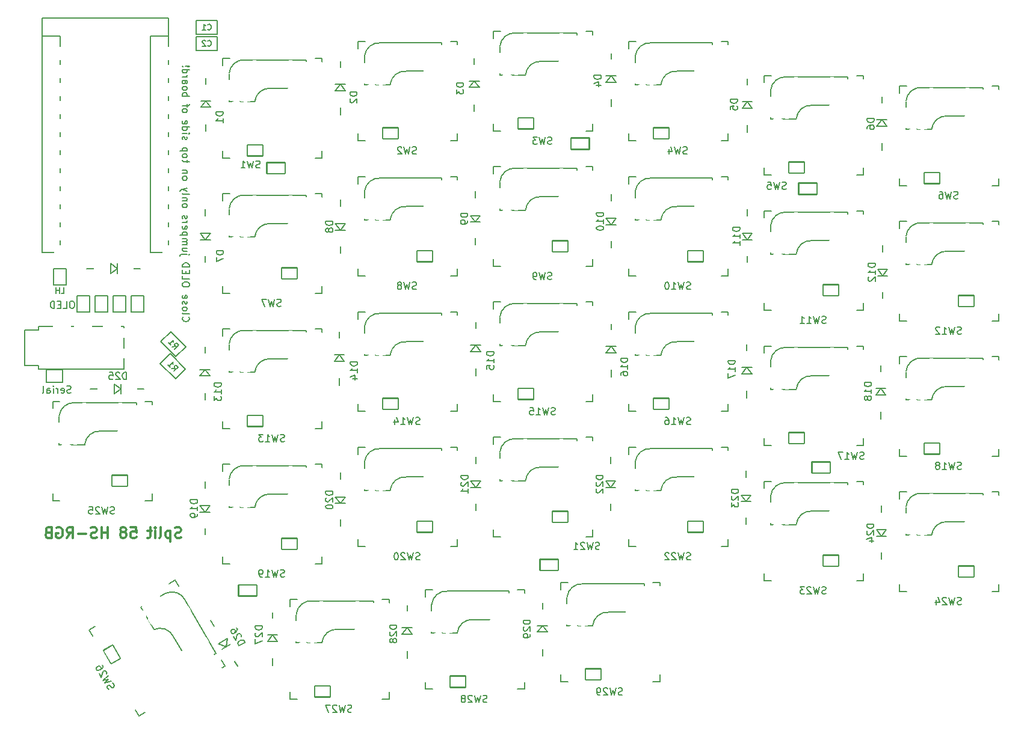
<source format=gbo>
G04 #@! TF.GenerationSoftware,KiCad,Pcbnew,(5.1.6)-1*
G04 #@! TF.CreationDate,2020-12-11T11:33:57+01:00*
G04 #@! TF.ProjectId,Lily58_HS_RGB,4c696c79-3538-45f4-9853-5f5247422e6b,0.9*
G04 #@! TF.SameCoordinates,Original*
G04 #@! TF.FileFunction,Legend,Bot*
G04 #@! TF.FilePolarity,Positive*
%FSLAX46Y46*%
G04 Gerber Fmt 4.6, Leading zero omitted, Abs format (unit mm)*
G04 Created by KiCad (PCBNEW (5.1.6)-1) date 2020-12-11 11:33:57*
%MOMM*%
%LPD*%
G01*
G04 APERTURE LIST*
%ADD10C,0.150000*%
%ADD11C,0.300000*%
%ADD12R,2.500000X1.400000*%
%ADD13C,1.600000*%
%ADD14R,1.543000X1.035000*%
%ADD15R,1.035000X1.543000*%
%ADD16C,1.797000*%
%ADD17R,2.398980X2.398980*%
%ADD18C,2.398980*%
%ADD19R,2.200000X1.900000*%
%ADD20R,1.900000X2.200000*%
%ADD21C,0.100000*%
%ADD22R,2.400000X1.400000*%
%ADD23R,2.000000X1.400000*%
%ADD24C,1.924000*%
%ADD25O,2.100000X2.100000*%
%ADD26R,2.100000X2.100000*%
%ADD27C,3.400000*%
%ADD28C,2.101800*%
%ADD29C,4.387800*%
%ADD30R,2.900000X2.900000*%
%ADD31R,2.400000X2.400000*%
%ADD32C,2.400000*%
%ADD33C,3.100000*%
G04 APERTURE END LIST*
D10*
X86288380Y-77176380D02*
X86097904Y-77176380D01*
X86002666Y-77224000D01*
X85907428Y-77319238D01*
X85859809Y-77509714D01*
X85859809Y-77843047D01*
X85907428Y-78033523D01*
X86002666Y-78128761D01*
X86097904Y-78176380D01*
X86288380Y-78176380D01*
X86383619Y-78128761D01*
X86478857Y-78033523D01*
X86526476Y-77843047D01*
X86526476Y-77509714D01*
X86478857Y-77319238D01*
X86383619Y-77224000D01*
X86288380Y-77176380D01*
X84955047Y-78176380D02*
X85431238Y-78176380D01*
X85431238Y-77176380D01*
X84621714Y-77652571D02*
X84288380Y-77652571D01*
X84145523Y-78176380D02*
X84621714Y-78176380D01*
X84621714Y-77176380D01*
X84145523Y-77176380D01*
X83716952Y-78176380D02*
X83716952Y-77176380D01*
X83478857Y-77176380D01*
X83336000Y-77224000D01*
X83240761Y-77319238D01*
X83193142Y-77414476D01*
X83145523Y-77604952D01*
X83145523Y-77747809D01*
X83193142Y-77938285D01*
X83240761Y-78033523D01*
X83336000Y-78128761D01*
X83478857Y-78176380D01*
X83716952Y-78176380D01*
X86050190Y-90066761D02*
X85907333Y-90114380D01*
X85669238Y-90114380D01*
X85574000Y-90066761D01*
X85526380Y-90019142D01*
X85478761Y-89923904D01*
X85478761Y-89828666D01*
X85526380Y-89733428D01*
X85574000Y-89685809D01*
X85669238Y-89638190D01*
X85859714Y-89590571D01*
X85954952Y-89542952D01*
X86002571Y-89495333D01*
X86050190Y-89400095D01*
X86050190Y-89304857D01*
X86002571Y-89209619D01*
X85954952Y-89162000D01*
X85859714Y-89114380D01*
X85621619Y-89114380D01*
X85478761Y-89162000D01*
X84669238Y-90066761D02*
X84764476Y-90114380D01*
X84954952Y-90114380D01*
X85050190Y-90066761D01*
X85097809Y-89971523D01*
X85097809Y-89590571D01*
X85050190Y-89495333D01*
X84954952Y-89447714D01*
X84764476Y-89447714D01*
X84669238Y-89495333D01*
X84621619Y-89590571D01*
X84621619Y-89685809D01*
X85097809Y-89781047D01*
X84193047Y-90114380D02*
X84193047Y-89447714D01*
X84193047Y-89638190D02*
X84145428Y-89542952D01*
X84097809Y-89495333D01*
X84002571Y-89447714D01*
X83907333Y-89447714D01*
X83574000Y-90114380D02*
X83574000Y-89447714D01*
X83574000Y-89114380D02*
X83621619Y-89162000D01*
X83574000Y-89209619D01*
X83526380Y-89162000D01*
X83574000Y-89114380D01*
X83574000Y-89209619D01*
X82669238Y-90114380D02*
X82669238Y-89590571D01*
X82716857Y-89495333D01*
X82812095Y-89447714D01*
X83002571Y-89447714D01*
X83097809Y-89495333D01*
X82669238Y-90066761D02*
X82764476Y-90114380D01*
X83002571Y-90114380D01*
X83097809Y-90066761D01*
X83145428Y-89971523D01*
X83145428Y-89876285D01*
X83097809Y-89781047D01*
X83002571Y-89733428D01*
X82764476Y-89733428D01*
X82669238Y-89685809D01*
X82050190Y-90114380D02*
X82145428Y-90066761D01*
X82193047Y-89971523D01*
X82193047Y-89114380D01*
X101814357Y-79420476D02*
X101766738Y-79468095D01*
X101719119Y-79610952D01*
X101719119Y-79706190D01*
X101766738Y-79849047D01*
X101861976Y-79944285D01*
X101957214Y-79991904D01*
X102147690Y-80039523D01*
X102290547Y-80039523D01*
X102481023Y-79991904D01*
X102576261Y-79944285D01*
X102671500Y-79849047D01*
X102719119Y-79706190D01*
X102719119Y-79610952D01*
X102671500Y-79468095D01*
X102623880Y-79420476D01*
X101719119Y-78849047D02*
X101766738Y-78944285D01*
X101861976Y-78991904D01*
X102719119Y-78991904D01*
X101719119Y-78325238D02*
X101766738Y-78420476D01*
X101814357Y-78468095D01*
X101909595Y-78515714D01*
X102195309Y-78515714D01*
X102290547Y-78468095D01*
X102338166Y-78420476D01*
X102385785Y-78325238D01*
X102385785Y-78182380D01*
X102338166Y-78087142D01*
X102290547Y-78039523D01*
X102195309Y-77991904D01*
X101909595Y-77991904D01*
X101814357Y-78039523D01*
X101766738Y-78087142D01*
X101719119Y-78182380D01*
X101719119Y-78325238D01*
X101766738Y-77610952D02*
X101719119Y-77515714D01*
X101719119Y-77325238D01*
X101766738Y-77230000D01*
X101861976Y-77182380D01*
X101909595Y-77182380D01*
X102004833Y-77230000D01*
X102052452Y-77325238D01*
X102052452Y-77468095D01*
X102100071Y-77563333D01*
X102195309Y-77610952D01*
X102242928Y-77610952D01*
X102338166Y-77563333D01*
X102385785Y-77468095D01*
X102385785Y-77325238D01*
X102338166Y-77230000D01*
X101766738Y-76372857D02*
X101719119Y-76468095D01*
X101719119Y-76658571D01*
X101766738Y-76753809D01*
X101861976Y-76801428D01*
X102242928Y-76801428D01*
X102338166Y-76753809D01*
X102385785Y-76658571D01*
X102385785Y-76468095D01*
X102338166Y-76372857D01*
X102242928Y-76325238D01*
X102147690Y-76325238D01*
X102052452Y-76801428D01*
X102719119Y-74944285D02*
X102719119Y-74753809D01*
X102671500Y-74658571D01*
X102576261Y-74563333D01*
X102385785Y-74515714D01*
X102052452Y-74515714D01*
X101861976Y-74563333D01*
X101766738Y-74658571D01*
X101719119Y-74753809D01*
X101719119Y-74944285D01*
X101766738Y-75039523D01*
X101861976Y-75134761D01*
X102052452Y-75182380D01*
X102385785Y-75182380D01*
X102576261Y-75134761D01*
X102671500Y-75039523D01*
X102719119Y-74944285D01*
X101719119Y-73610952D02*
X101719119Y-74087142D01*
X102719119Y-74087142D01*
X102242928Y-73277619D02*
X102242928Y-72944285D01*
X101719119Y-72801428D02*
X101719119Y-73277619D01*
X102719119Y-73277619D01*
X102719119Y-72801428D01*
X101719119Y-72372857D02*
X102719119Y-72372857D01*
X102719119Y-72134761D01*
X102671500Y-71991904D01*
X102576261Y-71896666D01*
X102481023Y-71849047D01*
X102290547Y-71801428D01*
X102147690Y-71801428D01*
X101957214Y-71849047D01*
X101861976Y-71896666D01*
X101766738Y-71991904D01*
X101719119Y-72134761D01*
X101719119Y-72372857D01*
X102385785Y-70610952D02*
X101528642Y-70610952D01*
X101433404Y-70658571D01*
X101385785Y-70753809D01*
X101385785Y-70801428D01*
X102719119Y-70610952D02*
X102671500Y-70658571D01*
X102623880Y-70610952D01*
X102671500Y-70563333D01*
X102719119Y-70610952D01*
X102623880Y-70610952D01*
X102385785Y-69706190D02*
X101719119Y-69706190D01*
X102385785Y-70134761D02*
X101861976Y-70134761D01*
X101766738Y-70087142D01*
X101719119Y-69991904D01*
X101719119Y-69849047D01*
X101766738Y-69753809D01*
X101814357Y-69706190D01*
X101719119Y-69230000D02*
X102385785Y-69230000D01*
X102290547Y-69230000D02*
X102338166Y-69182380D01*
X102385785Y-69087142D01*
X102385785Y-68944285D01*
X102338166Y-68849047D01*
X102242928Y-68801428D01*
X101719119Y-68801428D01*
X102242928Y-68801428D02*
X102338166Y-68753809D01*
X102385785Y-68658571D01*
X102385785Y-68515714D01*
X102338166Y-68420476D01*
X102242928Y-68372857D01*
X101719119Y-68372857D01*
X102385785Y-67896666D02*
X101385785Y-67896666D01*
X102338166Y-67896666D02*
X102385785Y-67801428D01*
X102385785Y-67610952D01*
X102338166Y-67515714D01*
X102290547Y-67468095D01*
X102195309Y-67420476D01*
X101909595Y-67420476D01*
X101814357Y-67468095D01*
X101766738Y-67515714D01*
X101719119Y-67610952D01*
X101719119Y-67801428D01*
X101766738Y-67896666D01*
X101766738Y-66610952D02*
X101719119Y-66706190D01*
X101719119Y-66896666D01*
X101766738Y-66991904D01*
X101861976Y-67039523D01*
X102242928Y-67039523D01*
X102338166Y-66991904D01*
X102385785Y-66896666D01*
X102385785Y-66706190D01*
X102338166Y-66610952D01*
X102242928Y-66563333D01*
X102147690Y-66563333D01*
X102052452Y-67039523D01*
X101719119Y-66134761D02*
X102385785Y-66134761D01*
X102195309Y-66134761D02*
X102290547Y-66087142D01*
X102338166Y-66039523D01*
X102385785Y-65944285D01*
X102385785Y-65849047D01*
X101766738Y-65563333D02*
X101719119Y-65468095D01*
X101719119Y-65277619D01*
X101766738Y-65182380D01*
X101861976Y-65134761D01*
X101909595Y-65134761D01*
X102004833Y-65182380D01*
X102052452Y-65277619D01*
X102052452Y-65420476D01*
X102100071Y-65515714D01*
X102195309Y-65563333D01*
X102242928Y-65563333D01*
X102338166Y-65515714D01*
X102385785Y-65420476D01*
X102385785Y-65277619D01*
X102338166Y-65182380D01*
X101719119Y-63801428D02*
X101766738Y-63896666D01*
X101814357Y-63944285D01*
X101909595Y-63991904D01*
X102195309Y-63991904D01*
X102290547Y-63944285D01*
X102338166Y-63896666D01*
X102385785Y-63801428D01*
X102385785Y-63658571D01*
X102338166Y-63563333D01*
X102290547Y-63515714D01*
X102195309Y-63468095D01*
X101909595Y-63468095D01*
X101814357Y-63515714D01*
X101766738Y-63563333D01*
X101719119Y-63658571D01*
X101719119Y-63801428D01*
X102385785Y-63039523D02*
X101719119Y-63039523D01*
X102290547Y-63039523D02*
X102338166Y-62991904D01*
X102385785Y-62896666D01*
X102385785Y-62753809D01*
X102338166Y-62658571D01*
X102242928Y-62610952D01*
X101719119Y-62610952D01*
X101719119Y-61991904D02*
X101766738Y-62087142D01*
X101861976Y-62134761D01*
X102719119Y-62134761D01*
X102385785Y-61706190D02*
X101719119Y-61468095D01*
X102385785Y-61230000D02*
X101719119Y-61468095D01*
X101481023Y-61563333D01*
X101433404Y-61610952D01*
X101385785Y-61706190D01*
X101719119Y-59944285D02*
X101766738Y-60039523D01*
X101814357Y-60087142D01*
X101909595Y-60134761D01*
X102195309Y-60134761D01*
X102290547Y-60087142D01*
X102338166Y-60039523D01*
X102385785Y-59944285D01*
X102385785Y-59801428D01*
X102338166Y-59706190D01*
X102290547Y-59658571D01*
X102195309Y-59610952D01*
X101909595Y-59610952D01*
X101814357Y-59658571D01*
X101766738Y-59706190D01*
X101719119Y-59801428D01*
X101719119Y-59944285D01*
X102385785Y-59182380D02*
X101719119Y-59182380D01*
X102290547Y-59182380D02*
X102338166Y-59134761D01*
X102385785Y-59039523D01*
X102385785Y-58896666D01*
X102338166Y-58801428D01*
X102242928Y-58753809D01*
X101719119Y-58753809D01*
X102385785Y-57658571D02*
X102385785Y-57277619D01*
X102719119Y-57515714D02*
X101861976Y-57515714D01*
X101766738Y-57468095D01*
X101719119Y-57372857D01*
X101719119Y-57277619D01*
X101719119Y-56801428D02*
X101766738Y-56896666D01*
X101814357Y-56944285D01*
X101909595Y-56991904D01*
X102195309Y-56991904D01*
X102290547Y-56944285D01*
X102338166Y-56896666D01*
X102385785Y-56801428D01*
X102385785Y-56658571D01*
X102338166Y-56563333D01*
X102290547Y-56515714D01*
X102195309Y-56468095D01*
X101909595Y-56468095D01*
X101814357Y-56515714D01*
X101766738Y-56563333D01*
X101719119Y-56658571D01*
X101719119Y-56801428D01*
X102385785Y-56039523D02*
X101385785Y-56039523D01*
X102338166Y-56039523D02*
X102385785Y-55944285D01*
X102385785Y-55753809D01*
X102338166Y-55658571D01*
X102290547Y-55610952D01*
X102195309Y-55563333D01*
X101909595Y-55563333D01*
X101814357Y-55610952D01*
X101766738Y-55658571D01*
X101719119Y-55753809D01*
X101719119Y-55944285D01*
X101766738Y-56039523D01*
X101766738Y-54420476D02*
X101719119Y-54325238D01*
X101719119Y-54134761D01*
X101766738Y-54039523D01*
X101861976Y-53991904D01*
X101909595Y-53991904D01*
X102004833Y-54039523D01*
X102052452Y-54134761D01*
X102052452Y-54277619D01*
X102100071Y-54372857D01*
X102195309Y-54420476D01*
X102242928Y-54420476D01*
X102338166Y-54372857D01*
X102385785Y-54277619D01*
X102385785Y-54134761D01*
X102338166Y-54039523D01*
X101719119Y-53563333D02*
X102385785Y-53563333D01*
X102719119Y-53563333D02*
X102671500Y-53610952D01*
X102623880Y-53563333D01*
X102671500Y-53515714D01*
X102719119Y-53563333D01*
X102623880Y-53563333D01*
X101719119Y-52658571D02*
X102719119Y-52658571D01*
X101766738Y-52658571D02*
X101719119Y-52753809D01*
X101719119Y-52944285D01*
X101766738Y-53039523D01*
X101814357Y-53087142D01*
X101909595Y-53134761D01*
X102195309Y-53134761D01*
X102290547Y-53087142D01*
X102338166Y-53039523D01*
X102385785Y-52944285D01*
X102385785Y-52753809D01*
X102338166Y-52658571D01*
X101766738Y-51801428D02*
X101719119Y-51896666D01*
X101719119Y-52087142D01*
X101766738Y-52182380D01*
X101861976Y-52230000D01*
X102242928Y-52230000D01*
X102338166Y-52182380D01*
X102385785Y-52087142D01*
X102385785Y-51896666D01*
X102338166Y-51801428D01*
X102242928Y-51753809D01*
X102147690Y-51753809D01*
X102052452Y-52230000D01*
X101719119Y-50420476D02*
X101766738Y-50515714D01*
X101814357Y-50563333D01*
X101909595Y-50610952D01*
X102195309Y-50610952D01*
X102290547Y-50563333D01*
X102338166Y-50515714D01*
X102385785Y-50420476D01*
X102385785Y-50277619D01*
X102338166Y-50182380D01*
X102290547Y-50134761D01*
X102195309Y-50087142D01*
X101909595Y-50087142D01*
X101814357Y-50134761D01*
X101766738Y-50182380D01*
X101719119Y-50277619D01*
X101719119Y-50420476D01*
X102385785Y-49801428D02*
X102385785Y-49420476D01*
X101719119Y-49658571D02*
X102576261Y-49658571D01*
X102671500Y-49610952D01*
X102719119Y-49515714D01*
X102719119Y-49420476D01*
X101719119Y-48325238D02*
X102719119Y-48325238D01*
X102338166Y-48325238D02*
X102385785Y-48230000D01*
X102385785Y-48039523D01*
X102338166Y-47944285D01*
X102290547Y-47896666D01*
X102195309Y-47849047D01*
X101909595Y-47849047D01*
X101814357Y-47896666D01*
X101766738Y-47944285D01*
X101719119Y-48039523D01*
X101719119Y-48230000D01*
X101766738Y-48325238D01*
X101719119Y-47277619D02*
X101766738Y-47372857D01*
X101814357Y-47420476D01*
X101909595Y-47468095D01*
X102195309Y-47468095D01*
X102290547Y-47420476D01*
X102338166Y-47372857D01*
X102385785Y-47277619D01*
X102385785Y-47134761D01*
X102338166Y-47039523D01*
X102290547Y-46991904D01*
X102195309Y-46944285D01*
X101909595Y-46944285D01*
X101814357Y-46991904D01*
X101766738Y-47039523D01*
X101719119Y-47134761D01*
X101719119Y-47277619D01*
X101719119Y-46087142D02*
X102242928Y-46087142D01*
X102338166Y-46134761D01*
X102385785Y-46230000D01*
X102385785Y-46420476D01*
X102338166Y-46515714D01*
X101766738Y-46087142D02*
X101719119Y-46182380D01*
X101719119Y-46420476D01*
X101766738Y-46515714D01*
X101861976Y-46563333D01*
X101957214Y-46563333D01*
X102052452Y-46515714D01*
X102100071Y-46420476D01*
X102100071Y-46182380D01*
X102147690Y-46087142D01*
X101719119Y-45610952D02*
X102385785Y-45610952D01*
X102195309Y-45610952D02*
X102290547Y-45563333D01*
X102338166Y-45515714D01*
X102385785Y-45420476D01*
X102385785Y-45325238D01*
X101719119Y-44563333D02*
X102719119Y-44563333D01*
X101766738Y-44563333D02*
X101719119Y-44658571D01*
X101719119Y-44849047D01*
X101766738Y-44944285D01*
X101814357Y-44991904D01*
X101909595Y-45039523D01*
X102195309Y-45039523D01*
X102290547Y-44991904D01*
X102338166Y-44944285D01*
X102385785Y-44849047D01*
X102385785Y-44658571D01*
X102338166Y-44563333D01*
X101814357Y-44087142D02*
X101766738Y-44039523D01*
X101719119Y-44087142D01*
X101766738Y-44134761D01*
X101814357Y-44087142D01*
X101719119Y-44087142D01*
X102100071Y-44087142D02*
X102671500Y-44134761D01*
X102719119Y-44087142D01*
X102671500Y-44039523D01*
X102100071Y-44087142D01*
X102719119Y-44087142D01*
D11*
X101547214Y-110462142D02*
X101332928Y-110533571D01*
X100975785Y-110533571D01*
X100832928Y-110462142D01*
X100761500Y-110390714D01*
X100690071Y-110247857D01*
X100690071Y-110105000D01*
X100761500Y-109962142D01*
X100832928Y-109890714D01*
X100975785Y-109819285D01*
X101261500Y-109747857D01*
X101404357Y-109676428D01*
X101475785Y-109605000D01*
X101547214Y-109462142D01*
X101547214Y-109319285D01*
X101475785Y-109176428D01*
X101404357Y-109105000D01*
X101261500Y-109033571D01*
X100904357Y-109033571D01*
X100690071Y-109105000D01*
X100047214Y-109533571D02*
X100047214Y-111033571D01*
X100047214Y-109605000D02*
X99904357Y-109533571D01*
X99618642Y-109533571D01*
X99475785Y-109605000D01*
X99404357Y-109676428D01*
X99332928Y-109819285D01*
X99332928Y-110247857D01*
X99404357Y-110390714D01*
X99475785Y-110462142D01*
X99618642Y-110533571D01*
X99904357Y-110533571D01*
X100047214Y-110462142D01*
X98475785Y-110533571D02*
X98618642Y-110462142D01*
X98690071Y-110319285D01*
X98690071Y-109033571D01*
X97904357Y-110533571D02*
X97904357Y-109533571D01*
X97904357Y-109033571D02*
X97975785Y-109105000D01*
X97904357Y-109176428D01*
X97832928Y-109105000D01*
X97904357Y-109033571D01*
X97904357Y-109176428D01*
X97404357Y-109533571D02*
X96832928Y-109533571D01*
X97190071Y-109033571D02*
X97190071Y-110319285D01*
X97118642Y-110462142D01*
X96975785Y-110533571D01*
X96832928Y-110533571D01*
X94475785Y-109033571D02*
X95190071Y-109033571D01*
X95261500Y-109747857D01*
X95190071Y-109676428D01*
X95047214Y-109605000D01*
X94690071Y-109605000D01*
X94547214Y-109676428D01*
X94475785Y-109747857D01*
X94404357Y-109890714D01*
X94404357Y-110247857D01*
X94475785Y-110390714D01*
X94547214Y-110462142D01*
X94690071Y-110533571D01*
X95047214Y-110533571D01*
X95190071Y-110462142D01*
X95261500Y-110390714D01*
X93547214Y-109676428D02*
X93690071Y-109605000D01*
X93761500Y-109533571D01*
X93832928Y-109390714D01*
X93832928Y-109319285D01*
X93761500Y-109176428D01*
X93690071Y-109105000D01*
X93547214Y-109033571D01*
X93261500Y-109033571D01*
X93118642Y-109105000D01*
X93047214Y-109176428D01*
X92975785Y-109319285D01*
X92975785Y-109390714D01*
X93047214Y-109533571D01*
X93118642Y-109605000D01*
X93261500Y-109676428D01*
X93547214Y-109676428D01*
X93690071Y-109747857D01*
X93761500Y-109819285D01*
X93832928Y-109962142D01*
X93832928Y-110247857D01*
X93761500Y-110390714D01*
X93690071Y-110462142D01*
X93547214Y-110533571D01*
X93261500Y-110533571D01*
X93118642Y-110462142D01*
X93047214Y-110390714D01*
X92975785Y-110247857D01*
X92975785Y-109962142D01*
X93047214Y-109819285D01*
X93118642Y-109747857D01*
X93261500Y-109676428D01*
X91190071Y-110533571D02*
X91190071Y-109033571D01*
X91190071Y-109747857D02*
X90332928Y-109747857D01*
X90332928Y-110533571D02*
X90332928Y-109033571D01*
X89690071Y-110462142D02*
X89475785Y-110533571D01*
X89118642Y-110533571D01*
X88975785Y-110462142D01*
X88904357Y-110390714D01*
X88832928Y-110247857D01*
X88832928Y-110105000D01*
X88904357Y-109962142D01*
X88975785Y-109890714D01*
X89118642Y-109819285D01*
X89404357Y-109747857D01*
X89547214Y-109676428D01*
X89618642Y-109605000D01*
X89690071Y-109462142D01*
X89690071Y-109319285D01*
X89618642Y-109176428D01*
X89547214Y-109105000D01*
X89404357Y-109033571D01*
X89047214Y-109033571D01*
X88832928Y-109105000D01*
X88190071Y-109962142D02*
X87047214Y-109962142D01*
X85475785Y-110533571D02*
X85975785Y-109819285D01*
X86332928Y-110533571D02*
X86332928Y-109033571D01*
X85761500Y-109033571D01*
X85618642Y-109105000D01*
X85547214Y-109176428D01*
X85475785Y-109319285D01*
X85475785Y-109533571D01*
X85547214Y-109676428D01*
X85618642Y-109747857D01*
X85761500Y-109819285D01*
X86332928Y-109819285D01*
X84047214Y-109105000D02*
X84190071Y-109033571D01*
X84404357Y-109033571D01*
X84618642Y-109105000D01*
X84761500Y-109247857D01*
X84832928Y-109390714D01*
X84904357Y-109676428D01*
X84904357Y-109890714D01*
X84832928Y-110176428D01*
X84761500Y-110319285D01*
X84618642Y-110462142D01*
X84404357Y-110533571D01*
X84261500Y-110533571D01*
X84047214Y-110462142D01*
X83975785Y-110390714D01*
X83975785Y-109890714D01*
X84261500Y-109890714D01*
X82832928Y-109747857D02*
X82618642Y-109819285D01*
X82547214Y-109890714D01*
X82475785Y-110033571D01*
X82475785Y-110247857D01*
X82547214Y-110390714D01*
X82618642Y-110462142D01*
X82761500Y-110533571D01*
X83332928Y-110533571D01*
X83332928Y-109033571D01*
X82832928Y-109033571D01*
X82690071Y-109105000D01*
X82618642Y-109176428D01*
X82547214Y-109319285D01*
X82547214Y-109462142D01*
X82618642Y-109605000D01*
X82690071Y-109676428D01*
X82832928Y-109747857D01*
X83332928Y-109747857D01*
D10*
X81470500Y-81273000D02*
X79570500Y-81273000D01*
X81470500Y-80773000D02*
X81470500Y-81273000D01*
X79570500Y-86223000D02*
X79570500Y-81273000D01*
X81470500Y-86273000D02*
X79570500Y-86273000D01*
X93470500Y-86773000D02*
X81470500Y-86773000D01*
X93470500Y-80773000D02*
X93470500Y-86773000D01*
X81470500Y-80773000D02*
X93470500Y-80773000D01*
X81470500Y-86773000D02*
X81470500Y-86273000D01*
X83578700Y-72580500D02*
X83578700Y-74866500D01*
X83578700Y-74866500D02*
X85356700Y-74866500D01*
X85356700Y-74866500D02*
X85356700Y-72580500D01*
X85356700Y-72580500D02*
X83578700Y-72580500D01*
X84899500Y-86868000D02*
X82613500Y-86868000D01*
X82613500Y-86868000D02*
X82613500Y-88646000D01*
X82613500Y-88646000D02*
X84899500Y-88646000D01*
X84899500Y-88646000D02*
X84899500Y-86868000D01*
X86878900Y-76432500D02*
X86878900Y-78718500D01*
X86878900Y-78718500D02*
X88656900Y-78718500D01*
X88656900Y-78718500D02*
X88656900Y-76432500D01*
X88656900Y-76432500D02*
X86878900Y-76432500D01*
X89450332Y-76432500D02*
X89450332Y-78718500D01*
X89450332Y-78718500D02*
X91228332Y-78718500D01*
X91228332Y-78718500D02*
X91228332Y-76432500D01*
X91228332Y-76432500D02*
X89450332Y-76432500D01*
X92021766Y-76432500D02*
X92021766Y-78718500D01*
X92021766Y-78718500D02*
X93799766Y-78718500D01*
X93799766Y-78718500D02*
X93799766Y-76432500D01*
X93799766Y-76432500D02*
X92021766Y-76432500D01*
X94529700Y-76432500D02*
X94529700Y-78718500D01*
X94529700Y-78718500D02*
X96307700Y-78718500D01*
X96307700Y-78718500D02*
X96307700Y-76432500D01*
X96307700Y-76432500D02*
X94529700Y-76432500D01*
X100747053Y-88127767D02*
X98625733Y-86006447D01*
X98625733Y-86006447D02*
X100039947Y-84592233D01*
X100039947Y-84592233D02*
X102161267Y-86713553D01*
X102161267Y-86713553D02*
X100747053Y-88127767D01*
X100810553Y-85016267D02*
X98689233Y-82894947D01*
X98689233Y-82894947D02*
X100103447Y-81480733D01*
X100103447Y-81480733D02*
X102224767Y-83602053D01*
X102224767Y-83602053D02*
X100810553Y-85016267D01*
X106657140Y-39893240D02*
X106657140Y-41894760D01*
X106657140Y-41894760D02*
X103654860Y-41894760D01*
X103654860Y-41894760D02*
X103654860Y-39893240D01*
X103654860Y-39893240D02*
X106657140Y-39893240D01*
X103654860Y-39608760D02*
X103654860Y-37607240D01*
X103654860Y-37607240D02*
X106657140Y-37607240D01*
X106657140Y-37607240D02*
X106657140Y-39608760D01*
X106657140Y-39608760D02*
X103654860Y-39608760D01*
X92575000Y-73280500D02*
X92575000Y-71880500D01*
X91675000Y-71880500D02*
X92575000Y-72580500D01*
X91675000Y-73280500D02*
X91675000Y-71880500D01*
X92575000Y-72580500D02*
X91675000Y-73280500D01*
X94875000Y-72580500D02*
X95775000Y-72580500D01*
X89275000Y-72580500D02*
X88275000Y-72580500D01*
X151700000Y-122880500D02*
X153100000Y-122880500D01*
X152400000Y-122880500D02*
X151700000Y-123780500D01*
X153100000Y-123780500D02*
X152400000Y-122880500D01*
X151700000Y-123780500D02*
X153100000Y-123780500D01*
X152400000Y-119680500D02*
X152400000Y-120580500D01*
X152400000Y-126180500D02*
X152400000Y-127180500D01*
X132650000Y-123198000D02*
X134050000Y-123198000D01*
X133350000Y-123198000D02*
X132650000Y-124098000D01*
X134050000Y-124098000D02*
X133350000Y-123198000D01*
X132650000Y-124098000D02*
X134050000Y-124098000D01*
X133350000Y-119998000D02*
X133350000Y-120898000D01*
X133350000Y-126498000D02*
X133350000Y-127498000D01*
X113727000Y-124214000D02*
X115127000Y-124214000D01*
X114427000Y-124214000D02*
X113727000Y-125114000D01*
X115127000Y-125114000D02*
X114427000Y-124214000D01*
X113727000Y-125114000D02*
X115127000Y-125114000D01*
X114427000Y-121014000D02*
X114427000Y-121914000D01*
X114427000Y-127514000D02*
X114427000Y-128514000D01*
X108488718Y-125495513D02*
X107276282Y-126195513D01*
X107882500Y-125845513D02*
X108038718Y-124716090D01*
X106826282Y-125416090D02*
X107882500Y-125845513D01*
X108038718Y-124716090D02*
X106826282Y-125416090D01*
X109482500Y-128616794D02*
X109032500Y-127837371D01*
X106232500Y-122987629D02*
X105732500Y-122121603D01*
X93083000Y-88835000D02*
X93083000Y-90235000D01*
X93083000Y-89535000D02*
X92183000Y-88835000D01*
X92183000Y-90235000D02*
X93083000Y-89535000D01*
X92183000Y-88835000D02*
X92183000Y-90235000D01*
X96283000Y-89535000D02*
X95383000Y-89535000D01*
X89783000Y-89535000D02*
X88783000Y-89535000D01*
X200788500Y-110291500D02*
X199388500Y-110291500D01*
X200088500Y-110291500D02*
X200788500Y-109391500D01*
X199388500Y-109391500D02*
X200088500Y-110291500D01*
X200788500Y-109391500D02*
X199388500Y-109391500D01*
X200088500Y-113491500D02*
X200088500Y-112591500D01*
X200088500Y-106991500D02*
X200088500Y-105991500D01*
X181738500Y-105402000D02*
X180338500Y-105402000D01*
X181038500Y-105402000D02*
X181738500Y-104502000D01*
X180338500Y-104502000D02*
X181038500Y-105402000D01*
X181738500Y-104502000D02*
X180338500Y-104502000D01*
X181038500Y-108602000D02*
X181038500Y-107702000D01*
X181038500Y-102102000D02*
X181038500Y-101102000D01*
X162688500Y-103433500D02*
X161288500Y-103433500D01*
X161988500Y-103433500D02*
X162688500Y-102533500D01*
X161288500Y-102533500D02*
X161988500Y-103433500D01*
X162688500Y-102533500D02*
X161288500Y-102533500D01*
X161988500Y-106633500D02*
X161988500Y-105733500D01*
X161988500Y-100133500D02*
X161988500Y-99133500D01*
X143702000Y-103433500D02*
X142302000Y-103433500D01*
X143002000Y-103433500D02*
X143702000Y-102533500D01*
X142302000Y-102533500D02*
X143002000Y-103433500D01*
X143702000Y-102533500D02*
X142302000Y-102533500D01*
X143002000Y-106633500D02*
X143002000Y-105733500D01*
X143002000Y-100133500D02*
X143002000Y-99133500D01*
X124652000Y-105656000D02*
X123252000Y-105656000D01*
X123952000Y-105656000D02*
X124652000Y-104756000D01*
X123252000Y-104756000D02*
X123952000Y-105656000D01*
X124652000Y-104756000D02*
X123252000Y-104756000D01*
X123952000Y-108856000D02*
X123952000Y-107956000D01*
X123952000Y-102356000D02*
X123952000Y-101356000D01*
X105602000Y-106862500D02*
X104202000Y-106862500D01*
X104902000Y-106862500D02*
X105602000Y-105962500D01*
X104202000Y-105962500D02*
X104902000Y-106862500D01*
X105602000Y-105962500D02*
X104202000Y-105962500D01*
X104902000Y-110062500D02*
X104902000Y-109162500D01*
X104902000Y-103562500D02*
X104902000Y-102562500D01*
X199325000Y-89479500D02*
X200725000Y-89479500D01*
X200025000Y-89479500D02*
X199325000Y-90379500D01*
X200725000Y-90379500D02*
X200025000Y-89479500D01*
X199325000Y-90379500D02*
X200725000Y-90379500D01*
X200025000Y-86279500D02*
X200025000Y-87179500D01*
X200025000Y-92779500D02*
X200025000Y-93779500D01*
X180465500Y-86495000D02*
X181865500Y-86495000D01*
X181165500Y-86495000D02*
X180465500Y-87395000D01*
X181865500Y-87395000D02*
X181165500Y-86495000D01*
X180465500Y-87395000D02*
X181865500Y-87395000D01*
X181165500Y-83295000D02*
X181165500Y-84195000D01*
X181165500Y-89795000D02*
X181165500Y-90795000D01*
X161352000Y-83574000D02*
X162752000Y-83574000D01*
X162052000Y-83574000D02*
X161352000Y-84474000D01*
X162752000Y-84474000D02*
X162052000Y-83574000D01*
X161352000Y-84474000D02*
X162752000Y-84474000D01*
X162052000Y-80374000D02*
X162052000Y-81274000D01*
X162052000Y-86874000D02*
X162052000Y-87874000D01*
X142304540Y-83383500D02*
X143704540Y-83383500D01*
X143004540Y-83383500D02*
X142304540Y-84283500D01*
X143704540Y-84283500D02*
X143004540Y-83383500D01*
X142304540Y-84283500D02*
X143704540Y-84283500D01*
X143004540Y-80183500D02*
X143004540Y-81083500D01*
X143004540Y-86683500D02*
X143004540Y-87683500D01*
X123125000Y-84717000D02*
X124525000Y-84717000D01*
X123825000Y-84717000D02*
X123125000Y-85617000D01*
X124525000Y-85617000D02*
X123825000Y-84717000D01*
X123125000Y-85617000D02*
X124525000Y-85617000D01*
X123825000Y-81517000D02*
X123825000Y-82417000D01*
X123825000Y-88017000D02*
X123825000Y-89017000D01*
X104202000Y-86812500D02*
X105602000Y-86812500D01*
X104902000Y-86812500D02*
X104202000Y-87712500D01*
X105602000Y-87712500D02*
X104902000Y-86812500D01*
X104202000Y-87712500D02*
X105602000Y-87712500D01*
X104902000Y-83612500D02*
X104902000Y-84512500D01*
X104902000Y-90112500D02*
X104902000Y-91112500D01*
X200979000Y-73588500D02*
X199579000Y-73588500D01*
X200279000Y-73588500D02*
X200979000Y-72688500D01*
X199579000Y-72688500D02*
X200279000Y-73588500D01*
X200979000Y-72688500D02*
X199579000Y-72688500D01*
X200279000Y-76788500D02*
X200279000Y-75888500D01*
X200279000Y-70288500D02*
X200279000Y-69288500D01*
X181929000Y-68508500D02*
X180529000Y-68508500D01*
X181229000Y-68508500D02*
X181929000Y-67608500D01*
X180529000Y-67608500D02*
X181229000Y-68508500D01*
X181929000Y-67608500D02*
X180529000Y-67608500D01*
X181229000Y-71708500D02*
X181229000Y-70808500D01*
X181229000Y-65208500D02*
X181229000Y-64208500D01*
X162752000Y-66413000D02*
X161352000Y-66413000D01*
X162052000Y-66413000D02*
X162752000Y-65513000D01*
X161352000Y-65513000D02*
X162052000Y-66413000D01*
X162752000Y-65513000D02*
X161352000Y-65513000D01*
X162052000Y-69613000D02*
X162052000Y-68713000D01*
X162052000Y-63113000D02*
X162052000Y-62113000D01*
X143638500Y-66032000D02*
X142238500Y-66032000D01*
X142938500Y-66032000D02*
X143638500Y-65132000D01*
X142238500Y-65132000D02*
X142938500Y-66032000D01*
X143638500Y-65132000D02*
X142238500Y-65132000D01*
X142938500Y-69232000D02*
X142938500Y-68332000D01*
X142938500Y-62732000D02*
X142938500Y-61732000D01*
X124652000Y-67175000D02*
X123252000Y-67175000D01*
X123952000Y-67175000D02*
X124652000Y-66275000D01*
X123252000Y-66275000D02*
X123952000Y-67175000D01*
X124652000Y-66275000D02*
X123252000Y-66275000D01*
X123952000Y-70375000D02*
X123952000Y-69475000D01*
X123952000Y-63875000D02*
X123952000Y-62875000D01*
X105665500Y-68508500D02*
X104265500Y-68508500D01*
X104965500Y-68508500D02*
X105665500Y-67608500D01*
X104265500Y-67608500D02*
X104965500Y-68508500D01*
X105665500Y-67608500D02*
X104265500Y-67608500D01*
X104965500Y-71708500D02*
X104965500Y-70808500D01*
X104965500Y-65208500D02*
X104965500Y-64208500D01*
X199452000Y-51633500D02*
X200852000Y-51633500D01*
X200152000Y-51633500D02*
X199452000Y-52533500D01*
X200852000Y-52533500D02*
X200152000Y-51633500D01*
X199452000Y-52533500D02*
X200852000Y-52533500D01*
X200152000Y-48433500D02*
X200152000Y-49333500D01*
X200152000Y-54933500D02*
X200152000Y-55933500D01*
X180529000Y-49093500D02*
X181929000Y-49093500D01*
X181229000Y-49093500D02*
X180529000Y-49993500D01*
X181929000Y-49993500D02*
X181229000Y-49093500D01*
X180529000Y-49993500D02*
X181929000Y-49993500D01*
X181229000Y-45893500D02*
X181229000Y-46793500D01*
X181229000Y-52393500D02*
X181229000Y-53393500D01*
X161352000Y-45474000D02*
X162752000Y-45474000D01*
X162052000Y-45474000D02*
X161352000Y-46374000D01*
X162752000Y-46374000D02*
X162052000Y-45474000D01*
X161352000Y-46374000D02*
X162752000Y-46374000D01*
X162052000Y-42274000D02*
X162052000Y-43174000D01*
X162052000Y-48774000D02*
X162052000Y-49774000D01*
X142111500Y-46172500D02*
X143511500Y-46172500D01*
X142811500Y-46172500D02*
X142111500Y-47072500D01*
X143511500Y-47072500D02*
X142811500Y-46172500D01*
X142111500Y-47072500D02*
X143511500Y-47072500D01*
X142811500Y-42972500D02*
X142811500Y-43872500D01*
X142811500Y-49472500D02*
X142811500Y-50472500D01*
X123252000Y-46617000D02*
X124652000Y-46617000D01*
X123952000Y-46617000D02*
X123252000Y-47517000D01*
X124652000Y-47517000D02*
X123952000Y-46617000D01*
X123252000Y-47517000D02*
X124652000Y-47517000D01*
X123952000Y-43417000D02*
X123952000Y-44317000D01*
X123952000Y-49917000D02*
X123952000Y-50917000D01*
X104329000Y-48966500D02*
X105729000Y-48966500D01*
X105029000Y-48966500D02*
X104329000Y-49866500D01*
X105729000Y-49866500D02*
X105029000Y-48966500D01*
X104329000Y-49866500D02*
X105729000Y-49866500D01*
X105029000Y-45766500D02*
X105029000Y-46666500D01*
X105029000Y-52266500D02*
X105029000Y-53266500D01*
D11*
X113664000Y-57709000D02*
X116114000Y-57709000D01*
X116114000Y-57709000D02*
X116114000Y-59159000D01*
X116114000Y-59159000D02*
X113694000Y-59159000D01*
X113664000Y-59159000D02*
X113664000Y-57709000D01*
X156463000Y-54280000D02*
X158913000Y-54280000D01*
X158913000Y-54280000D02*
X158913000Y-55730000D01*
X158913000Y-55730000D02*
X156493000Y-55730000D01*
X156463000Y-55730000D02*
X156463000Y-54280000D01*
X188530500Y-60630000D02*
X190980500Y-60630000D01*
X190980500Y-60630000D02*
X190980500Y-62080000D01*
X190980500Y-62080000D02*
X188560500Y-62080000D01*
X188530500Y-62080000D02*
X188530500Y-60630000D01*
X112164500Y-118644500D02*
X109714500Y-118644500D01*
X109714500Y-118644500D02*
X109714500Y-117194500D01*
X109714500Y-117194500D02*
X112134500Y-117194500D01*
X112164500Y-117194500D02*
X112164500Y-118644500D01*
X154560000Y-115074500D02*
X152110000Y-115074500D01*
X152110000Y-115074500D02*
X152110000Y-113624500D01*
X152110000Y-113624500D02*
X154530000Y-113624500D01*
X154560000Y-113624500D02*
X154560000Y-115074500D01*
X192850500Y-101358500D02*
X190400500Y-101358500D01*
X190400500Y-101358500D02*
X190400500Y-99908500D01*
X190400500Y-99908500D02*
X192820500Y-99908500D01*
X192850500Y-99908500D02*
X192850500Y-101358500D01*
X158520000Y-130480000D02*
X158520000Y-129030000D01*
X158520000Y-129030000D02*
X160570000Y-129030000D01*
X160570000Y-129030000D02*
X160570000Y-130480000D01*
X160570000Y-130480000D02*
X158520000Y-130480000D01*
X139467700Y-131508300D02*
X139467700Y-130058300D01*
X139467700Y-130058300D02*
X141517700Y-130058300D01*
X141517700Y-130058300D02*
X141517700Y-131508300D01*
X141517700Y-131508300D02*
X139467700Y-131508300D01*
X120420000Y-132880000D02*
X120420000Y-131430000D01*
X120420000Y-131430000D02*
X122470000Y-131430000D01*
X122470000Y-131430000D02*
X122470000Y-132880000D01*
X122470000Y-132880000D02*
X120420000Y-132880000D01*
X90670950Y-126417032D02*
X91926687Y-125692032D01*
X91926687Y-125692032D02*
X92951687Y-127467384D01*
X92951687Y-127467384D02*
X91695950Y-128192384D01*
X91695950Y-128192384D02*
X90670950Y-126417032D01*
X93904800Y-101765300D02*
X93904800Y-103215300D01*
X93904800Y-103215300D02*
X91854800Y-103215300D01*
X91854800Y-103215300D02*
X91854800Y-101765300D01*
X91854800Y-101765300D02*
X93904800Y-101765300D01*
X213080000Y-114530000D02*
X213080000Y-115980000D01*
X213080000Y-115980000D02*
X211030000Y-115980000D01*
X211030000Y-115980000D02*
X211030000Y-114530000D01*
X211030000Y-114530000D02*
X213080000Y-114530000D01*
X194030000Y-113030000D02*
X194030000Y-114480000D01*
X194030000Y-114480000D02*
X191980000Y-114480000D01*
X191980000Y-114480000D02*
X191980000Y-113030000D01*
X191980000Y-113030000D02*
X194030000Y-113030000D01*
X174980000Y-108230000D02*
X174980000Y-109680000D01*
X174980000Y-109680000D02*
X172930000Y-109680000D01*
X172930000Y-109680000D02*
X172930000Y-108230000D01*
X172930000Y-108230000D02*
X174980000Y-108230000D01*
X155930000Y-106840000D02*
X155930000Y-108290000D01*
X155930000Y-108290000D02*
X153880000Y-108290000D01*
X153880000Y-108290000D02*
X153880000Y-106840000D01*
X153880000Y-106840000D02*
X155930000Y-106840000D01*
X136880000Y-108230000D02*
X136880000Y-109680000D01*
X136880000Y-109680000D02*
X134830000Y-109680000D01*
X134830000Y-109680000D02*
X134830000Y-108230000D01*
X134830000Y-108230000D02*
X136880000Y-108230000D01*
X117830000Y-110630000D02*
X117830000Y-112080000D01*
X117830000Y-112080000D02*
X115780000Y-112080000D01*
X115780000Y-112080000D02*
X115780000Y-110630000D01*
X115780000Y-110630000D02*
X117830000Y-110630000D01*
X206220000Y-98680000D02*
X206220000Y-97230000D01*
X206220000Y-97230000D02*
X208270000Y-97230000D01*
X208270000Y-97230000D02*
X208270000Y-98680000D01*
X208270000Y-98680000D02*
X206220000Y-98680000D01*
X187170000Y-97180000D02*
X187170000Y-95730000D01*
X187170000Y-95730000D02*
X189220000Y-95730000D01*
X189220000Y-95730000D02*
X189220000Y-97180000D01*
X189220000Y-97180000D02*
X187170000Y-97180000D01*
X168120000Y-92380000D02*
X168120000Y-90930000D01*
X168120000Y-90930000D02*
X170170000Y-90930000D01*
X170170000Y-90930000D02*
X170170000Y-92380000D01*
X170170000Y-92380000D02*
X168120000Y-92380000D01*
X149070000Y-90990000D02*
X149070000Y-89540000D01*
X149070000Y-89540000D02*
X151120000Y-89540000D01*
X151120000Y-89540000D02*
X151120000Y-90990000D01*
X151120000Y-90990000D02*
X149070000Y-90990000D01*
X130020000Y-92380000D02*
X130020000Y-90930000D01*
X130020000Y-90930000D02*
X132070000Y-90930000D01*
X132070000Y-90930000D02*
X132070000Y-92380000D01*
X132070000Y-92380000D02*
X130020000Y-92380000D01*
X110970000Y-94780000D02*
X110970000Y-93330000D01*
X110970000Y-93330000D02*
X113020000Y-93330000D01*
X113020000Y-93330000D02*
X113020000Y-94780000D01*
X113020000Y-94780000D02*
X110970000Y-94780000D01*
X213080000Y-76430000D02*
X213080000Y-77880000D01*
X213080000Y-77880000D02*
X211030000Y-77880000D01*
X211030000Y-77880000D02*
X211030000Y-76430000D01*
X211030000Y-76430000D02*
X213080000Y-76430000D01*
X194030000Y-74930000D02*
X194030000Y-76380000D01*
X194030000Y-76380000D02*
X191980000Y-76380000D01*
X191980000Y-76380000D02*
X191980000Y-74930000D01*
X191980000Y-74930000D02*
X194030000Y-74930000D01*
X174980000Y-70130000D02*
X174980000Y-71580000D01*
X174980000Y-71580000D02*
X172930000Y-71580000D01*
X172930000Y-71580000D02*
X172930000Y-70130000D01*
X172930000Y-70130000D02*
X174980000Y-70130000D01*
X155930000Y-68740000D02*
X155930000Y-70190000D01*
X155930000Y-70190000D02*
X153880000Y-70190000D01*
X153880000Y-70190000D02*
X153880000Y-68740000D01*
X153880000Y-68740000D02*
X155930000Y-68740000D01*
X136880000Y-70130000D02*
X136880000Y-71580000D01*
X136880000Y-71580000D02*
X134830000Y-71580000D01*
X134830000Y-71580000D02*
X134830000Y-70130000D01*
X134830000Y-70130000D02*
X136880000Y-70130000D01*
X117830000Y-72530000D02*
X117830000Y-73980000D01*
X117830000Y-73980000D02*
X115780000Y-73980000D01*
X115780000Y-73980000D02*
X115780000Y-72530000D01*
X115780000Y-72530000D02*
X117830000Y-72530000D01*
X206220000Y-60580000D02*
X206220000Y-59130000D01*
X206220000Y-59130000D02*
X208270000Y-59130000D01*
X208270000Y-59130000D02*
X208270000Y-60580000D01*
X208270000Y-60580000D02*
X206220000Y-60580000D01*
X187170000Y-59080000D02*
X187170000Y-57630000D01*
X187170000Y-57630000D02*
X189220000Y-57630000D01*
X189220000Y-57630000D02*
X189220000Y-59080000D01*
X189220000Y-59080000D02*
X187170000Y-59080000D01*
X168120000Y-54280000D02*
X168120000Y-52830000D01*
X168120000Y-52830000D02*
X170170000Y-52830000D01*
X170170000Y-52830000D02*
X170170000Y-54280000D01*
X170170000Y-54280000D02*
X168120000Y-54280000D01*
X149070000Y-52890000D02*
X149070000Y-51440000D01*
X149070000Y-51440000D02*
X151120000Y-51440000D01*
X151120000Y-51440000D02*
X151120000Y-52890000D01*
X151120000Y-52890000D02*
X149070000Y-52890000D01*
X129970000Y-54280000D02*
X129970000Y-52830000D01*
X129970000Y-52830000D02*
X132020000Y-52830000D01*
X132020000Y-52830000D02*
X132020000Y-54280000D01*
X132020000Y-54280000D02*
X129970000Y-54280000D01*
X110970000Y-56680000D02*
X110970000Y-55230000D01*
X110970000Y-55230000D02*
X113020000Y-55230000D01*
X113020000Y-55230000D02*
X113020000Y-56680000D01*
X113020000Y-56680000D02*
X110970000Y-56680000D01*
D10*
X82016000Y-70340000D02*
X82016000Y-39860000D01*
X84556000Y-70340000D02*
X82016000Y-70340000D01*
X84556000Y-39860000D02*
X84556000Y-70340000D01*
X82016000Y-39860000D02*
X84556000Y-39860000D01*
X97256000Y-70340000D02*
X97256000Y-39860000D01*
X99796000Y-70340000D02*
X97256000Y-70340000D01*
X99796000Y-39860000D02*
X99796000Y-70340000D01*
X97256000Y-39860000D02*
X99796000Y-39860000D01*
X82016000Y-70340000D02*
X82016000Y-37320000D01*
X99796000Y-37320000D02*
X99796000Y-70340000D01*
X82016000Y-37320000D02*
X99796000Y-37320000D01*
X95608822Y-135609678D02*
X95108822Y-134743652D01*
X107733178Y-128609678D02*
X106867152Y-129109678D01*
X88608822Y-123485322D02*
X89474848Y-122985322D01*
X107233178Y-127743652D02*
X107733178Y-128609678D01*
X99867152Y-116985322D02*
X100733178Y-116485322D01*
X100733178Y-116485322D02*
X101233178Y-117351348D01*
X89108822Y-124351348D02*
X88608822Y-123485322D01*
X96474848Y-135109678D02*
X95608822Y-135609678D01*
X103039172Y-128779422D02*
X100474335Y-124428994D01*
X103079010Y-128756422D02*
X106463437Y-126802422D01*
X106463437Y-126802422D02*
X102150937Y-119332953D01*
X99321223Y-118339745D02*
X95904753Y-120312245D01*
X95896959Y-120316745D02*
X97701959Y-123443097D01*
X97725244Y-123435427D02*
G75*
G02*
X100483371Y-124452644I870455J-1887672D01*
G01*
X99387345Y-118314271D02*
G75*
G02*
X102150937Y-119332953I872455J-1891137D01*
G01*
X155850000Y-122904000D02*
X159460000Y-122904000D01*
X155850000Y-118950000D02*
X155850000Y-122895000D01*
X166750000Y-116996000D02*
X158125000Y-116996000D01*
X166750000Y-120904000D02*
X166750000Y-116996000D01*
X166750000Y-120950000D02*
X161700000Y-120996000D01*
X168950000Y-129800000D02*
X168950000Y-130800000D01*
X155950000Y-130800000D02*
X154950000Y-130800000D01*
X154950000Y-116800000D02*
X155950000Y-116800000D01*
X154950000Y-117800000D02*
X154950000Y-116800000D01*
X167950000Y-116800000D02*
X168950000Y-116800000D01*
X154950000Y-130800000D02*
X154950000Y-129800000D01*
X168950000Y-116800000D02*
X168950000Y-117800000D01*
X168950000Y-130800000D02*
X167950000Y-130800000D01*
X159465001Y-122879999D02*
G75*
G02*
X161725000Y-121000000I2069999J-190000D01*
G01*
X155861000Y-118880000D02*
G75*
G02*
X158125000Y-116996000I2074000J-190000D01*
G01*
X136797700Y-123932300D02*
X140407700Y-123932300D01*
X136797700Y-119978300D02*
X136797700Y-123923300D01*
X147697700Y-118024300D02*
X139072700Y-118024300D01*
X147697700Y-121932300D02*
X147697700Y-118024300D01*
X147697700Y-121978300D02*
X142647700Y-122024300D01*
X149897700Y-130828300D02*
X149897700Y-131828300D01*
X136897700Y-131828300D02*
X135897700Y-131828300D01*
X135897700Y-117828300D02*
X136897700Y-117828300D01*
X135897700Y-118828300D02*
X135897700Y-117828300D01*
X148897700Y-117828300D02*
X149897700Y-117828300D01*
X135897700Y-131828300D02*
X135897700Y-130828300D01*
X149897700Y-117828300D02*
X149897700Y-118828300D01*
X149897700Y-131828300D02*
X148897700Y-131828300D01*
X140412701Y-123908299D02*
G75*
G02*
X142672700Y-122028300I2069999J-190000D01*
G01*
X136808700Y-119908300D02*
G75*
G02*
X139072700Y-118024300I2074000J-190000D01*
G01*
X117750000Y-125304000D02*
X121360000Y-125304000D01*
X117750000Y-121350000D02*
X117750000Y-125295000D01*
X128650000Y-119396000D02*
X120025000Y-119396000D01*
X128650000Y-123304000D02*
X128650000Y-119396000D01*
X128650000Y-123350000D02*
X123600000Y-123396000D01*
X130850000Y-132200000D02*
X130850000Y-133200000D01*
X117850000Y-133200000D02*
X116850000Y-133200000D01*
X116850000Y-119200000D02*
X117850000Y-119200000D01*
X116850000Y-120200000D02*
X116850000Y-119200000D01*
X129850000Y-119200000D02*
X130850000Y-119200000D01*
X116850000Y-133200000D02*
X116850000Y-132200000D01*
X130850000Y-119200000D02*
X130850000Y-120200000D01*
X130850000Y-133200000D02*
X129850000Y-133200000D01*
X121365001Y-125279999D02*
G75*
G02*
X123625000Y-123400000I2069999J-190000D01*
G01*
X117761000Y-121280000D02*
G75*
G02*
X120025000Y-119396000I2074000J-190000D01*
G01*
X84374800Y-97389300D02*
X87984800Y-97389300D01*
X84374800Y-93435300D02*
X84374800Y-97380300D01*
X95274800Y-91481300D02*
X86649800Y-91481300D01*
X95274800Y-95389300D02*
X95274800Y-91481300D01*
X95274800Y-95435300D02*
X90224800Y-95481300D01*
X97474800Y-104285300D02*
X97474800Y-105285300D01*
X84474800Y-105285300D02*
X83474800Y-105285300D01*
X83474800Y-91285300D02*
X84474800Y-91285300D01*
X83474800Y-92285300D02*
X83474800Y-91285300D01*
X96474800Y-91285300D02*
X97474800Y-91285300D01*
X83474800Y-105285300D02*
X83474800Y-104285300D01*
X97474800Y-91285300D02*
X97474800Y-92285300D01*
X97474800Y-105285300D02*
X96474800Y-105285300D01*
X87989801Y-97365299D02*
G75*
G02*
X90249800Y-95485300I2069999J-190000D01*
G01*
X84385800Y-93365300D02*
G75*
G02*
X86649800Y-91481300I2074000J-190000D01*
G01*
X203550000Y-110154000D02*
X207160000Y-110154000D01*
X203550000Y-106200000D02*
X203550000Y-110145000D01*
X214450000Y-104246000D02*
X205825000Y-104246000D01*
X214450000Y-108154000D02*
X214450000Y-104246000D01*
X214450000Y-108200000D02*
X209400000Y-108246000D01*
X216650000Y-117050000D02*
X216650000Y-118050000D01*
X203650000Y-118050000D02*
X202650000Y-118050000D01*
X202650000Y-104050000D02*
X203650000Y-104050000D01*
X202650000Y-105050000D02*
X202650000Y-104050000D01*
X215650000Y-104050000D02*
X216650000Y-104050000D01*
X202650000Y-118050000D02*
X202650000Y-117050000D01*
X216650000Y-104050000D02*
X216650000Y-105050000D01*
X216650000Y-118050000D02*
X215650000Y-118050000D01*
X207165001Y-110129999D02*
G75*
G02*
X209425000Y-108250000I2069999J-190000D01*
G01*
X203561000Y-106130000D02*
G75*
G02*
X205825000Y-104246000I2074000J-190000D01*
G01*
X184500000Y-108654000D02*
X188110000Y-108654000D01*
X184500000Y-104700000D02*
X184500000Y-108645000D01*
X195400000Y-102746000D02*
X186775000Y-102746000D01*
X195400000Y-106654000D02*
X195400000Y-102746000D01*
X195400000Y-106700000D02*
X190350000Y-106746000D01*
X197600000Y-115550000D02*
X197600000Y-116550000D01*
X184600000Y-116550000D02*
X183600000Y-116550000D01*
X183600000Y-102550000D02*
X184600000Y-102550000D01*
X183600000Y-103550000D02*
X183600000Y-102550000D01*
X196600000Y-102550000D02*
X197600000Y-102550000D01*
X183600000Y-116550000D02*
X183600000Y-115550000D01*
X197600000Y-102550000D02*
X197600000Y-103550000D01*
X197600000Y-116550000D02*
X196600000Y-116550000D01*
X188115001Y-108629999D02*
G75*
G02*
X190375000Y-106750000I2069999J-190000D01*
G01*
X184511000Y-104630000D02*
G75*
G02*
X186775000Y-102746000I2074000J-190000D01*
G01*
X165450000Y-103854000D02*
X169060000Y-103854000D01*
X165450000Y-99900000D02*
X165450000Y-103845000D01*
X176350000Y-97946000D02*
X167725000Y-97946000D01*
X176350000Y-101854000D02*
X176350000Y-97946000D01*
X176350000Y-101900000D02*
X171300000Y-101946000D01*
X178550000Y-110750000D02*
X178550000Y-111750000D01*
X165550000Y-111750000D02*
X164550000Y-111750000D01*
X164550000Y-97750000D02*
X165550000Y-97750000D01*
X164550000Y-98750000D02*
X164550000Y-97750000D01*
X177550000Y-97750000D02*
X178550000Y-97750000D01*
X164550000Y-111750000D02*
X164550000Y-110750000D01*
X178550000Y-97750000D02*
X178550000Y-98750000D01*
X178550000Y-111750000D02*
X177550000Y-111750000D01*
X169065001Y-103829999D02*
G75*
G02*
X171325000Y-101950000I2069999J-190000D01*
G01*
X165461000Y-99830000D02*
G75*
G02*
X167725000Y-97946000I2074000J-190000D01*
G01*
X146400000Y-102464000D02*
X150010000Y-102464000D01*
X146400000Y-98510000D02*
X146400000Y-102455000D01*
X157300000Y-96556000D02*
X148675000Y-96556000D01*
X157300000Y-100464000D02*
X157300000Y-96556000D01*
X157300000Y-100510000D02*
X152250000Y-100556000D01*
X159500000Y-109360000D02*
X159500000Y-110360000D01*
X146500000Y-110360000D02*
X145500000Y-110360000D01*
X145500000Y-96360000D02*
X146500000Y-96360000D01*
X145500000Y-97360000D02*
X145500000Y-96360000D01*
X158500000Y-96360000D02*
X159500000Y-96360000D01*
X145500000Y-110360000D02*
X145500000Y-109360000D01*
X159500000Y-96360000D02*
X159500000Y-97360000D01*
X159500000Y-110360000D02*
X158500000Y-110360000D01*
X150015001Y-102439999D02*
G75*
G02*
X152275000Y-100560000I2069999J-190000D01*
G01*
X146411000Y-98440000D02*
G75*
G02*
X148675000Y-96556000I2074000J-190000D01*
G01*
X127350000Y-103854000D02*
X130960000Y-103854000D01*
X127350000Y-99900000D02*
X127350000Y-103845000D01*
X138250000Y-97946000D02*
X129625000Y-97946000D01*
X138250000Y-101854000D02*
X138250000Y-97946000D01*
X138250000Y-101900000D02*
X133200000Y-101946000D01*
X140450000Y-110750000D02*
X140450000Y-111750000D01*
X127450000Y-111750000D02*
X126450000Y-111750000D01*
X126450000Y-97750000D02*
X127450000Y-97750000D01*
X126450000Y-98750000D02*
X126450000Y-97750000D01*
X139450000Y-97750000D02*
X140450000Y-97750000D01*
X126450000Y-111750000D02*
X126450000Y-110750000D01*
X140450000Y-97750000D02*
X140450000Y-98750000D01*
X140450000Y-111750000D02*
X139450000Y-111750000D01*
X130965001Y-103829999D02*
G75*
G02*
X133225000Y-101950000I2069999J-190000D01*
G01*
X127361000Y-99830000D02*
G75*
G02*
X129625000Y-97946000I2074000J-190000D01*
G01*
X108300000Y-106254000D02*
X111910000Y-106254000D01*
X108300000Y-102300000D02*
X108300000Y-106245000D01*
X119200000Y-100346000D02*
X110575000Y-100346000D01*
X119200000Y-104254000D02*
X119200000Y-100346000D01*
X119200000Y-104300000D02*
X114150000Y-104346000D01*
X121400000Y-113150000D02*
X121400000Y-114150000D01*
X108400000Y-114150000D02*
X107400000Y-114150000D01*
X107400000Y-100150000D02*
X108400000Y-100150000D01*
X107400000Y-101150000D02*
X107400000Y-100150000D01*
X120400000Y-100150000D02*
X121400000Y-100150000D01*
X107400000Y-114150000D02*
X107400000Y-113150000D01*
X121400000Y-100150000D02*
X121400000Y-101150000D01*
X121400000Y-114150000D02*
X120400000Y-114150000D01*
X111915001Y-106229999D02*
G75*
G02*
X114175000Y-104350000I2069999J-190000D01*
G01*
X108311000Y-102230000D02*
G75*
G02*
X110575000Y-100346000I2074000J-190000D01*
G01*
X203550000Y-91104000D02*
X207160000Y-91104000D01*
X203550000Y-87150000D02*
X203550000Y-91095000D01*
X214450000Y-85196000D02*
X205825000Y-85196000D01*
X214450000Y-89104000D02*
X214450000Y-85196000D01*
X214450000Y-89150000D02*
X209400000Y-89196000D01*
X216650000Y-98000000D02*
X216650000Y-99000000D01*
X203650000Y-99000000D02*
X202650000Y-99000000D01*
X202650000Y-85000000D02*
X203650000Y-85000000D01*
X202650000Y-86000000D02*
X202650000Y-85000000D01*
X215650000Y-85000000D02*
X216650000Y-85000000D01*
X202650000Y-99000000D02*
X202650000Y-98000000D01*
X216650000Y-85000000D02*
X216650000Y-86000000D01*
X216650000Y-99000000D02*
X215650000Y-99000000D01*
X207165001Y-91079999D02*
G75*
G02*
X209425000Y-89200000I2069999J-190000D01*
G01*
X203561000Y-87080000D02*
G75*
G02*
X205825000Y-85196000I2074000J-190000D01*
G01*
X184500000Y-89604000D02*
X188110000Y-89604000D01*
X184500000Y-85650000D02*
X184500000Y-89595000D01*
X195400000Y-83696000D02*
X186775000Y-83696000D01*
X195400000Y-87604000D02*
X195400000Y-83696000D01*
X195400000Y-87650000D02*
X190350000Y-87696000D01*
X197600000Y-96500000D02*
X197600000Y-97500000D01*
X184600000Y-97500000D02*
X183600000Y-97500000D01*
X183600000Y-83500000D02*
X184600000Y-83500000D01*
X183600000Y-84500000D02*
X183600000Y-83500000D01*
X196600000Y-83500000D02*
X197600000Y-83500000D01*
X183600000Y-97500000D02*
X183600000Y-96500000D01*
X197600000Y-83500000D02*
X197600000Y-84500000D01*
X197600000Y-97500000D02*
X196600000Y-97500000D01*
X188115001Y-89579999D02*
G75*
G02*
X190375000Y-87700000I2069999J-190000D01*
G01*
X184511000Y-85580000D02*
G75*
G02*
X186775000Y-83696000I2074000J-190000D01*
G01*
X165450000Y-84804000D02*
X169060000Y-84804000D01*
X165450000Y-80850000D02*
X165450000Y-84795000D01*
X176350000Y-78896000D02*
X167725000Y-78896000D01*
X176350000Y-82804000D02*
X176350000Y-78896000D01*
X176350000Y-82850000D02*
X171300000Y-82896000D01*
X178550000Y-91700000D02*
X178550000Y-92700000D01*
X165550000Y-92700000D02*
X164550000Y-92700000D01*
X164550000Y-78700000D02*
X165550000Y-78700000D01*
X164550000Y-79700000D02*
X164550000Y-78700000D01*
X177550000Y-78700000D02*
X178550000Y-78700000D01*
X164550000Y-92700000D02*
X164550000Y-91700000D01*
X178550000Y-78700000D02*
X178550000Y-79700000D01*
X178550000Y-92700000D02*
X177550000Y-92700000D01*
X169065001Y-84779999D02*
G75*
G02*
X171325000Y-82900000I2069999J-190000D01*
G01*
X165461000Y-80780000D02*
G75*
G02*
X167725000Y-78896000I2074000J-190000D01*
G01*
X146400000Y-83414000D02*
X150010000Y-83414000D01*
X146400000Y-79460000D02*
X146400000Y-83405000D01*
X157300000Y-77506000D02*
X148675000Y-77506000D01*
X157300000Y-81414000D02*
X157300000Y-77506000D01*
X157300000Y-81460000D02*
X152250000Y-81506000D01*
X159500000Y-90310000D02*
X159500000Y-91310000D01*
X146500000Y-91310000D02*
X145500000Y-91310000D01*
X145500000Y-77310000D02*
X146500000Y-77310000D01*
X145500000Y-78310000D02*
X145500000Y-77310000D01*
X158500000Y-77310000D02*
X159500000Y-77310000D01*
X145500000Y-91310000D02*
X145500000Y-90310000D01*
X159500000Y-77310000D02*
X159500000Y-78310000D01*
X159500000Y-91310000D02*
X158500000Y-91310000D01*
X150015001Y-83389999D02*
G75*
G02*
X152275000Y-81510000I2069999J-190000D01*
G01*
X146411000Y-79390000D02*
G75*
G02*
X148675000Y-77506000I2074000J-190000D01*
G01*
X127350000Y-84804000D02*
X130960000Y-84804000D01*
X127350000Y-80850000D02*
X127350000Y-84795000D01*
X138250000Y-78896000D02*
X129625000Y-78896000D01*
X138250000Y-82804000D02*
X138250000Y-78896000D01*
X138250000Y-82850000D02*
X133200000Y-82896000D01*
X140450000Y-91700000D02*
X140450000Y-92700000D01*
X127450000Y-92700000D02*
X126450000Y-92700000D01*
X126450000Y-78700000D02*
X127450000Y-78700000D01*
X126450000Y-79700000D02*
X126450000Y-78700000D01*
X139450000Y-78700000D02*
X140450000Y-78700000D01*
X126450000Y-92700000D02*
X126450000Y-91700000D01*
X140450000Y-78700000D02*
X140450000Y-79700000D01*
X140450000Y-92700000D02*
X139450000Y-92700000D01*
X130965001Y-84779999D02*
G75*
G02*
X133225000Y-82900000I2069999J-190000D01*
G01*
X127361000Y-80780000D02*
G75*
G02*
X129625000Y-78896000I2074000J-190000D01*
G01*
X108300000Y-87204000D02*
X111910000Y-87204000D01*
X108300000Y-83250000D02*
X108300000Y-87195000D01*
X119200000Y-81296000D02*
X110575000Y-81296000D01*
X119200000Y-85204000D02*
X119200000Y-81296000D01*
X119200000Y-85250000D02*
X114150000Y-85296000D01*
X121400000Y-94100000D02*
X121400000Y-95100000D01*
X108400000Y-95100000D02*
X107400000Y-95100000D01*
X107400000Y-81100000D02*
X108400000Y-81100000D01*
X107400000Y-82100000D02*
X107400000Y-81100000D01*
X120400000Y-81100000D02*
X121400000Y-81100000D01*
X107400000Y-95100000D02*
X107400000Y-94100000D01*
X121400000Y-81100000D02*
X121400000Y-82100000D01*
X121400000Y-95100000D02*
X120400000Y-95100000D01*
X111915001Y-87179999D02*
G75*
G02*
X114175000Y-85300000I2069999J-190000D01*
G01*
X108311000Y-83180000D02*
G75*
G02*
X110575000Y-81296000I2074000J-190000D01*
G01*
X203550000Y-72054000D02*
X207160000Y-72054000D01*
X203550000Y-68100000D02*
X203550000Y-72045000D01*
X214450000Y-66146000D02*
X205825000Y-66146000D01*
X214450000Y-70054000D02*
X214450000Y-66146000D01*
X214450000Y-70100000D02*
X209400000Y-70146000D01*
X216650000Y-78950000D02*
X216650000Y-79950000D01*
X203650000Y-79950000D02*
X202650000Y-79950000D01*
X202650000Y-65950000D02*
X203650000Y-65950000D01*
X202650000Y-66950000D02*
X202650000Y-65950000D01*
X215650000Y-65950000D02*
X216650000Y-65950000D01*
X202650000Y-79950000D02*
X202650000Y-78950000D01*
X216650000Y-65950000D02*
X216650000Y-66950000D01*
X216650000Y-79950000D02*
X215650000Y-79950000D01*
X207165001Y-72029999D02*
G75*
G02*
X209425000Y-70150000I2069999J-190000D01*
G01*
X203561000Y-68030000D02*
G75*
G02*
X205825000Y-66146000I2074000J-190000D01*
G01*
X184500000Y-70554000D02*
X188110000Y-70554000D01*
X184500000Y-66600000D02*
X184500000Y-70545000D01*
X195400000Y-64646000D02*
X186775000Y-64646000D01*
X195400000Y-68554000D02*
X195400000Y-64646000D01*
X195400000Y-68600000D02*
X190350000Y-68646000D01*
X197600000Y-77450000D02*
X197600000Y-78450000D01*
X184600000Y-78450000D02*
X183600000Y-78450000D01*
X183600000Y-64450000D02*
X184600000Y-64450000D01*
X183600000Y-65450000D02*
X183600000Y-64450000D01*
X196600000Y-64450000D02*
X197600000Y-64450000D01*
X183600000Y-78450000D02*
X183600000Y-77450000D01*
X197600000Y-64450000D02*
X197600000Y-65450000D01*
X197600000Y-78450000D02*
X196600000Y-78450000D01*
X188115001Y-70529999D02*
G75*
G02*
X190375000Y-68650000I2069999J-190000D01*
G01*
X184511000Y-66530000D02*
G75*
G02*
X186775000Y-64646000I2074000J-190000D01*
G01*
X165450000Y-65754000D02*
X169060000Y-65754000D01*
X165450000Y-61800000D02*
X165450000Y-65745000D01*
X176350000Y-59846000D02*
X167725000Y-59846000D01*
X176350000Y-63754000D02*
X176350000Y-59846000D01*
X176350000Y-63800000D02*
X171300000Y-63846000D01*
X178550000Y-72650000D02*
X178550000Y-73650000D01*
X165550000Y-73650000D02*
X164550000Y-73650000D01*
X164550000Y-59650000D02*
X165550000Y-59650000D01*
X164550000Y-60650000D02*
X164550000Y-59650000D01*
X177550000Y-59650000D02*
X178550000Y-59650000D01*
X164550000Y-73650000D02*
X164550000Y-72650000D01*
X178550000Y-59650000D02*
X178550000Y-60650000D01*
X178550000Y-73650000D02*
X177550000Y-73650000D01*
X169065001Y-65729999D02*
G75*
G02*
X171325000Y-63850000I2069999J-190000D01*
G01*
X165461000Y-61730000D02*
G75*
G02*
X167725000Y-59846000I2074000J-190000D01*
G01*
X146400000Y-64364000D02*
X150010000Y-64364000D01*
X146400000Y-60410000D02*
X146400000Y-64355000D01*
X157300000Y-58456000D02*
X148675000Y-58456000D01*
X157300000Y-62364000D02*
X157300000Y-58456000D01*
X157300000Y-62410000D02*
X152250000Y-62456000D01*
X159500000Y-71260000D02*
X159500000Y-72260000D01*
X146500000Y-72260000D02*
X145500000Y-72260000D01*
X145500000Y-58260000D02*
X146500000Y-58260000D01*
X145500000Y-59260000D02*
X145500000Y-58260000D01*
X158500000Y-58260000D02*
X159500000Y-58260000D01*
X145500000Y-72260000D02*
X145500000Y-71260000D01*
X159500000Y-58260000D02*
X159500000Y-59260000D01*
X159500000Y-72260000D02*
X158500000Y-72260000D01*
X150015001Y-64339999D02*
G75*
G02*
X152275000Y-62460000I2069999J-190000D01*
G01*
X146411000Y-60340000D02*
G75*
G02*
X148675000Y-58456000I2074000J-190000D01*
G01*
X127350000Y-65754000D02*
X130960000Y-65754000D01*
X127350000Y-61800000D02*
X127350000Y-65745000D01*
X138250000Y-59846000D02*
X129625000Y-59846000D01*
X138250000Y-63754000D02*
X138250000Y-59846000D01*
X138250000Y-63800000D02*
X133200000Y-63846000D01*
X140450000Y-72650000D02*
X140450000Y-73650000D01*
X127450000Y-73650000D02*
X126450000Y-73650000D01*
X126450000Y-59650000D02*
X127450000Y-59650000D01*
X126450000Y-60650000D02*
X126450000Y-59650000D01*
X139450000Y-59650000D02*
X140450000Y-59650000D01*
X126450000Y-73650000D02*
X126450000Y-72650000D01*
X140450000Y-59650000D02*
X140450000Y-60650000D01*
X140450000Y-73650000D02*
X139450000Y-73650000D01*
X130965001Y-65729999D02*
G75*
G02*
X133225000Y-63850000I2069999J-190000D01*
G01*
X127361000Y-61730000D02*
G75*
G02*
X129625000Y-59846000I2074000J-190000D01*
G01*
X108300000Y-68154000D02*
X111910000Y-68154000D01*
X108300000Y-64200000D02*
X108300000Y-68145000D01*
X119200000Y-62246000D02*
X110575000Y-62246000D01*
X119200000Y-66154000D02*
X119200000Y-62246000D01*
X119200000Y-66200000D02*
X114150000Y-66246000D01*
X121400000Y-75050000D02*
X121400000Y-76050000D01*
X108400000Y-76050000D02*
X107400000Y-76050000D01*
X107400000Y-62050000D02*
X108400000Y-62050000D01*
X107400000Y-63050000D02*
X107400000Y-62050000D01*
X120400000Y-62050000D02*
X121400000Y-62050000D01*
X107400000Y-76050000D02*
X107400000Y-75050000D01*
X121400000Y-62050000D02*
X121400000Y-63050000D01*
X121400000Y-76050000D02*
X120400000Y-76050000D01*
X111915001Y-68129999D02*
G75*
G02*
X114175000Y-66250000I2069999J-190000D01*
G01*
X108311000Y-64130000D02*
G75*
G02*
X110575000Y-62246000I2074000J-190000D01*
G01*
X203550000Y-53004000D02*
X207160000Y-53004000D01*
X203550000Y-49050000D02*
X203550000Y-52995000D01*
X214450000Y-47096000D02*
X205825000Y-47096000D01*
X214450000Y-51004000D02*
X214450000Y-47096000D01*
X214450000Y-51050000D02*
X209400000Y-51096000D01*
X216650000Y-59900000D02*
X216650000Y-60900000D01*
X203650000Y-60900000D02*
X202650000Y-60900000D01*
X202650000Y-46900000D02*
X203650000Y-46900000D01*
X202650000Y-47900000D02*
X202650000Y-46900000D01*
X215650000Y-46900000D02*
X216650000Y-46900000D01*
X202650000Y-60900000D02*
X202650000Y-59900000D01*
X216650000Y-46900000D02*
X216650000Y-47900000D01*
X216650000Y-60900000D02*
X215650000Y-60900000D01*
X207165001Y-52979999D02*
G75*
G02*
X209425000Y-51100000I2069999J-190000D01*
G01*
X203561000Y-48980000D02*
G75*
G02*
X205825000Y-47096000I2074000J-190000D01*
G01*
X184500000Y-51504000D02*
X188110000Y-51504000D01*
X184500000Y-47550000D02*
X184500000Y-51495000D01*
X195400000Y-45596000D02*
X186775000Y-45596000D01*
X195400000Y-49504000D02*
X195400000Y-45596000D01*
X195400000Y-49550000D02*
X190350000Y-49596000D01*
X197600000Y-58400000D02*
X197600000Y-59400000D01*
X184600000Y-59400000D02*
X183600000Y-59400000D01*
X183600000Y-45400000D02*
X184600000Y-45400000D01*
X183600000Y-46400000D02*
X183600000Y-45400000D01*
X196600000Y-45400000D02*
X197600000Y-45400000D01*
X183600000Y-59400000D02*
X183600000Y-58400000D01*
X197600000Y-45400000D02*
X197600000Y-46400000D01*
X197600000Y-59400000D02*
X196600000Y-59400000D01*
X188115001Y-51479999D02*
G75*
G02*
X190375000Y-49600000I2069999J-190000D01*
G01*
X184511000Y-47480000D02*
G75*
G02*
X186775000Y-45596000I2074000J-190000D01*
G01*
X165450000Y-46704000D02*
X169060000Y-46704000D01*
X165450000Y-42750000D02*
X165450000Y-46695000D01*
X176350000Y-40796000D02*
X167725000Y-40796000D01*
X176350000Y-44704000D02*
X176350000Y-40796000D01*
X176350000Y-44750000D02*
X171300000Y-44796000D01*
X178550000Y-53600000D02*
X178550000Y-54600000D01*
X165550000Y-54600000D02*
X164550000Y-54600000D01*
X164550000Y-40600000D02*
X165550000Y-40600000D01*
X164550000Y-41600000D02*
X164550000Y-40600000D01*
X177550000Y-40600000D02*
X178550000Y-40600000D01*
X164550000Y-54600000D02*
X164550000Y-53600000D01*
X178550000Y-40600000D02*
X178550000Y-41600000D01*
X178550000Y-54600000D02*
X177550000Y-54600000D01*
X169065001Y-46679999D02*
G75*
G02*
X171325000Y-44800000I2069999J-190000D01*
G01*
X165461000Y-42680000D02*
G75*
G02*
X167725000Y-40796000I2074000J-190000D01*
G01*
X146400000Y-45314000D02*
X150010000Y-45314000D01*
X146400000Y-41360000D02*
X146400000Y-45305000D01*
X157300000Y-39406000D02*
X148675000Y-39406000D01*
X157300000Y-43314000D02*
X157300000Y-39406000D01*
X157300000Y-43360000D02*
X152250000Y-43406000D01*
X159500000Y-52210000D02*
X159500000Y-53210000D01*
X146500000Y-53210000D02*
X145500000Y-53210000D01*
X145500000Y-39210000D02*
X146500000Y-39210000D01*
X145500000Y-40210000D02*
X145500000Y-39210000D01*
X158500000Y-39210000D02*
X159500000Y-39210000D01*
X145500000Y-53210000D02*
X145500000Y-52210000D01*
X159500000Y-39210000D02*
X159500000Y-40210000D01*
X159500000Y-53210000D02*
X158500000Y-53210000D01*
X150015001Y-45289999D02*
G75*
G02*
X152275000Y-43410000I2069999J-190000D01*
G01*
X146411000Y-41290000D02*
G75*
G02*
X148675000Y-39406000I2074000J-190000D01*
G01*
X127350000Y-46704000D02*
X130960000Y-46704000D01*
X127350000Y-42750000D02*
X127350000Y-46695000D01*
X138250000Y-40796000D02*
X129625000Y-40796000D01*
X138250000Y-44704000D02*
X138250000Y-40796000D01*
X138250000Y-44750000D02*
X133200000Y-44796000D01*
X140450000Y-53600000D02*
X140450000Y-54600000D01*
X127450000Y-54600000D02*
X126450000Y-54600000D01*
X126450000Y-40600000D02*
X127450000Y-40600000D01*
X126450000Y-41600000D02*
X126450000Y-40600000D01*
X139450000Y-40600000D02*
X140450000Y-40600000D01*
X126450000Y-54600000D02*
X126450000Y-53600000D01*
X140450000Y-40600000D02*
X140450000Y-41600000D01*
X140450000Y-54600000D02*
X139450000Y-54600000D01*
X130965001Y-46679999D02*
G75*
G02*
X133225000Y-44800000I2069999J-190000D01*
G01*
X127361000Y-42680000D02*
G75*
G02*
X129625000Y-40796000I2074000J-190000D01*
G01*
X108300000Y-49104000D02*
X111910000Y-49104000D01*
X108300000Y-45150000D02*
X108300000Y-49095000D01*
X119200000Y-43196000D02*
X110575000Y-43196000D01*
X119200000Y-47104000D02*
X119200000Y-43196000D01*
X119200000Y-47150000D02*
X114150000Y-47196000D01*
X121400000Y-56000000D02*
X121400000Y-57000000D01*
X108400000Y-57000000D02*
X107400000Y-57000000D01*
X107400000Y-43000000D02*
X108400000Y-43000000D01*
X107400000Y-44000000D02*
X107400000Y-43000000D01*
X120400000Y-43000000D02*
X121400000Y-43000000D01*
X107400000Y-57000000D02*
X107400000Y-56000000D01*
X121400000Y-43000000D02*
X121400000Y-44000000D01*
X121400000Y-57000000D02*
X120400000Y-57000000D01*
X111915001Y-49079999D02*
G75*
G02*
X114175000Y-47200000I2069999J-190000D01*
G01*
X108311000Y-45080000D02*
G75*
G02*
X110575000Y-43196000I2074000J-190000D01*
G01*
X84692671Y-76059695D02*
X85079719Y-76059695D01*
X85079719Y-75246895D01*
X84421738Y-76059695D02*
X84421738Y-75246895D01*
X84421738Y-75633942D02*
X83957280Y-75633942D01*
X83957280Y-76059695D02*
X83957280Y-75246895D01*
X100231875Y-86710186D02*
X100689811Y-86629374D01*
X100555124Y-87033435D02*
X101120809Y-86467749D01*
X100905310Y-86252250D01*
X100824498Y-86225312D01*
X100770623Y-86225312D01*
X100689811Y-86252250D01*
X100608999Y-86333062D01*
X100582061Y-86413874D01*
X100582061Y-86467749D01*
X100608999Y-86548561D01*
X100824498Y-86764061D01*
X99693127Y-86171438D02*
X100016376Y-86494687D01*
X99854751Y-86333062D02*
X100420437Y-85767377D01*
X100393499Y-85902064D01*
X100393499Y-86009813D01*
X100420437Y-86090625D01*
X100295375Y-83598686D02*
X100753311Y-83517874D01*
X100618624Y-83921935D02*
X101184309Y-83356249D01*
X100968810Y-83140750D01*
X100887998Y-83113812D01*
X100834123Y-83113812D01*
X100753311Y-83140750D01*
X100672499Y-83221562D01*
X100645561Y-83302374D01*
X100645561Y-83356249D01*
X100672499Y-83437061D01*
X100887998Y-83652561D01*
X99756627Y-83059938D02*
X100079876Y-83383187D01*
X99918251Y-83221562D02*
X100483937Y-82655877D01*
X100456999Y-82790564D01*
X100456999Y-82898313D01*
X100483937Y-82979125D01*
X105289333Y-41179714D02*
X105327428Y-41217809D01*
X105441714Y-41255904D01*
X105517904Y-41255904D01*
X105632190Y-41217809D01*
X105708380Y-41141619D01*
X105746476Y-41065428D01*
X105784571Y-40913047D01*
X105784571Y-40798761D01*
X105746476Y-40646380D01*
X105708380Y-40570190D01*
X105632190Y-40494000D01*
X105517904Y-40455904D01*
X105441714Y-40455904D01*
X105327428Y-40494000D01*
X105289333Y-40532095D01*
X104984571Y-40532095D02*
X104946476Y-40494000D01*
X104870285Y-40455904D01*
X104679809Y-40455904D01*
X104603619Y-40494000D01*
X104565523Y-40532095D01*
X104527428Y-40608285D01*
X104527428Y-40684476D01*
X104565523Y-40798761D01*
X105022666Y-41255904D01*
X104527428Y-41255904D01*
X105289333Y-38893714D02*
X105327428Y-38931809D01*
X105441714Y-38969904D01*
X105517904Y-38969904D01*
X105632190Y-38931809D01*
X105708380Y-38855619D01*
X105746476Y-38779428D01*
X105784571Y-38627047D01*
X105784571Y-38512761D01*
X105746476Y-38360380D01*
X105708380Y-38284190D01*
X105632190Y-38208000D01*
X105517904Y-38169904D01*
X105441714Y-38169904D01*
X105327428Y-38208000D01*
X105289333Y-38246095D01*
X104527428Y-38969904D02*
X104984571Y-38969904D01*
X104756000Y-38969904D02*
X104756000Y-38169904D01*
X104832190Y-38284190D01*
X104908380Y-38360380D01*
X104984571Y-38398476D01*
X150693380Y-122102714D02*
X149693380Y-122102714D01*
X149693380Y-122340809D01*
X149741000Y-122483666D01*
X149836238Y-122578904D01*
X149931476Y-122626523D01*
X150121952Y-122674142D01*
X150264809Y-122674142D01*
X150455285Y-122626523D01*
X150550523Y-122578904D01*
X150645761Y-122483666D01*
X150693380Y-122340809D01*
X150693380Y-122102714D01*
X149788619Y-123055095D02*
X149741000Y-123102714D01*
X149693380Y-123197952D01*
X149693380Y-123436047D01*
X149741000Y-123531285D01*
X149788619Y-123578904D01*
X149883857Y-123626523D01*
X149979095Y-123626523D01*
X150121952Y-123578904D01*
X150693380Y-123007476D01*
X150693380Y-123626523D01*
X150693380Y-124102714D02*
X150693380Y-124293190D01*
X150645761Y-124388428D01*
X150598142Y-124436047D01*
X150455285Y-124531285D01*
X150264809Y-124578904D01*
X149883857Y-124578904D01*
X149788619Y-124531285D01*
X149741000Y-124483666D01*
X149693380Y-124388428D01*
X149693380Y-124197952D01*
X149741000Y-124102714D01*
X149788619Y-124055095D01*
X149883857Y-124007476D01*
X150121952Y-124007476D01*
X150217190Y-124055095D01*
X150264809Y-124102714D01*
X150312428Y-124197952D01*
X150312428Y-124388428D01*
X150264809Y-124483666D01*
X150217190Y-124531285D01*
X150121952Y-124578904D01*
X131897380Y-122801214D02*
X130897380Y-122801214D01*
X130897380Y-123039309D01*
X130945000Y-123182166D01*
X131040238Y-123277404D01*
X131135476Y-123325023D01*
X131325952Y-123372642D01*
X131468809Y-123372642D01*
X131659285Y-123325023D01*
X131754523Y-123277404D01*
X131849761Y-123182166D01*
X131897380Y-123039309D01*
X131897380Y-122801214D01*
X130992619Y-123753595D02*
X130945000Y-123801214D01*
X130897380Y-123896452D01*
X130897380Y-124134547D01*
X130945000Y-124229785D01*
X130992619Y-124277404D01*
X131087857Y-124325023D01*
X131183095Y-124325023D01*
X131325952Y-124277404D01*
X131897380Y-123705976D01*
X131897380Y-124325023D01*
X131325952Y-124896452D02*
X131278333Y-124801214D01*
X131230714Y-124753595D01*
X131135476Y-124705976D01*
X131087857Y-124705976D01*
X130992619Y-124753595D01*
X130945000Y-124801214D01*
X130897380Y-124896452D01*
X130897380Y-125086928D01*
X130945000Y-125182166D01*
X130992619Y-125229785D01*
X131087857Y-125277404D01*
X131135476Y-125277404D01*
X131230714Y-125229785D01*
X131278333Y-125182166D01*
X131325952Y-125086928D01*
X131325952Y-124896452D01*
X131373571Y-124801214D01*
X131421190Y-124753595D01*
X131516428Y-124705976D01*
X131706904Y-124705976D01*
X131802142Y-124753595D01*
X131849761Y-124801214D01*
X131897380Y-124896452D01*
X131897380Y-125086928D01*
X131849761Y-125182166D01*
X131802142Y-125229785D01*
X131706904Y-125277404D01*
X131516428Y-125277404D01*
X131421190Y-125229785D01*
X131373571Y-125182166D01*
X131325952Y-125086928D01*
X112974380Y-122928214D02*
X111974380Y-122928214D01*
X111974380Y-123166309D01*
X112022000Y-123309166D01*
X112117238Y-123404404D01*
X112212476Y-123452023D01*
X112402952Y-123499642D01*
X112545809Y-123499642D01*
X112736285Y-123452023D01*
X112831523Y-123404404D01*
X112926761Y-123309166D01*
X112974380Y-123166309D01*
X112974380Y-122928214D01*
X112069619Y-123880595D02*
X112022000Y-123928214D01*
X111974380Y-124023452D01*
X111974380Y-124261547D01*
X112022000Y-124356785D01*
X112069619Y-124404404D01*
X112164857Y-124452023D01*
X112260095Y-124452023D01*
X112402952Y-124404404D01*
X112974380Y-123832976D01*
X112974380Y-124452023D01*
X111974380Y-124785357D02*
X111974380Y-125452023D01*
X112974380Y-125023452D01*
X109689369Y-125737792D02*
X110555394Y-125237792D01*
X110436347Y-125031596D01*
X110323679Y-124931687D01*
X110193581Y-124896828D01*
X110087293Y-124903208D01*
X109898526Y-124957206D01*
X109774808Y-125028635D01*
X109633661Y-125165112D01*
X109574992Y-125253971D01*
X109540132Y-125384068D01*
X109570321Y-125531596D01*
X109689369Y-125737792D01*
X109996725Y-124460625D02*
X110014155Y-124395576D01*
X110007775Y-124289288D01*
X109888728Y-124083092D01*
X109799869Y-124024423D01*
X109734821Y-124006993D01*
X109628532Y-124013373D01*
X109546054Y-124060992D01*
X109446145Y-124173660D01*
X109236988Y-124954245D01*
X108927464Y-124418134D01*
X109364918Y-123175827D02*
X109460156Y-123340784D01*
X109466536Y-123447072D01*
X109449106Y-123512121D01*
X109373007Y-123666028D01*
X109231860Y-123802506D01*
X108901945Y-123992982D01*
X108795657Y-123999362D01*
X108730608Y-123981932D01*
X108641750Y-123923263D01*
X108546512Y-123758306D01*
X108540132Y-123652017D01*
X108557562Y-123586969D01*
X108616231Y-123498110D01*
X108822427Y-123379063D01*
X108928716Y-123372683D01*
X108993764Y-123390113D01*
X109082623Y-123448782D01*
X109177861Y-123613739D01*
X109184241Y-123720027D01*
X109166811Y-123785076D01*
X109108142Y-123873934D01*
X93860785Y-88209380D02*
X93860785Y-87209380D01*
X93622690Y-87209380D01*
X93479833Y-87257000D01*
X93384595Y-87352238D01*
X93336976Y-87447476D01*
X93289357Y-87637952D01*
X93289357Y-87780809D01*
X93336976Y-87971285D01*
X93384595Y-88066523D01*
X93479833Y-88161761D01*
X93622690Y-88209380D01*
X93860785Y-88209380D01*
X92908404Y-87304619D02*
X92860785Y-87257000D01*
X92765547Y-87209380D01*
X92527452Y-87209380D01*
X92432214Y-87257000D01*
X92384595Y-87304619D01*
X92336976Y-87399857D01*
X92336976Y-87495095D01*
X92384595Y-87637952D01*
X92956023Y-88209380D01*
X92336976Y-88209380D01*
X91432214Y-87209380D02*
X91908404Y-87209380D01*
X91956023Y-87685571D01*
X91908404Y-87637952D01*
X91813166Y-87590333D01*
X91575071Y-87590333D01*
X91479833Y-87637952D01*
X91432214Y-87685571D01*
X91384595Y-87780809D01*
X91384595Y-88018904D01*
X91432214Y-88114142D01*
X91479833Y-88161761D01*
X91575071Y-88209380D01*
X91813166Y-88209380D01*
X91908404Y-88161761D01*
X91956023Y-88114142D01*
X199040880Y-108577214D02*
X198040880Y-108577214D01*
X198040880Y-108815309D01*
X198088500Y-108958166D01*
X198183738Y-109053404D01*
X198278976Y-109101023D01*
X198469452Y-109148642D01*
X198612309Y-109148642D01*
X198802785Y-109101023D01*
X198898023Y-109053404D01*
X198993261Y-108958166D01*
X199040880Y-108815309D01*
X199040880Y-108577214D01*
X198136119Y-109529595D02*
X198088500Y-109577214D01*
X198040880Y-109672452D01*
X198040880Y-109910547D01*
X198088500Y-110005785D01*
X198136119Y-110053404D01*
X198231357Y-110101023D01*
X198326595Y-110101023D01*
X198469452Y-110053404D01*
X199040880Y-109481976D01*
X199040880Y-110101023D01*
X198374214Y-110958166D02*
X199040880Y-110958166D01*
X197993261Y-110720071D02*
X198707547Y-110481976D01*
X198707547Y-111101023D01*
X179990880Y-103687714D02*
X178990880Y-103687714D01*
X178990880Y-103925809D01*
X179038500Y-104068666D01*
X179133738Y-104163904D01*
X179228976Y-104211523D01*
X179419452Y-104259142D01*
X179562309Y-104259142D01*
X179752785Y-104211523D01*
X179848023Y-104163904D01*
X179943261Y-104068666D01*
X179990880Y-103925809D01*
X179990880Y-103687714D01*
X179086119Y-104640095D02*
X179038500Y-104687714D01*
X178990880Y-104782952D01*
X178990880Y-105021047D01*
X179038500Y-105116285D01*
X179086119Y-105163904D01*
X179181357Y-105211523D01*
X179276595Y-105211523D01*
X179419452Y-105163904D01*
X179990880Y-104592476D01*
X179990880Y-105211523D01*
X178990880Y-105544857D02*
X178990880Y-106163904D01*
X179371833Y-105830571D01*
X179371833Y-105973428D01*
X179419452Y-106068666D01*
X179467071Y-106116285D01*
X179562309Y-106163904D01*
X179800404Y-106163904D01*
X179895642Y-106116285D01*
X179943261Y-106068666D01*
X179990880Y-105973428D01*
X179990880Y-105687714D01*
X179943261Y-105592476D01*
X179895642Y-105544857D01*
X160940880Y-101719214D02*
X159940880Y-101719214D01*
X159940880Y-101957309D01*
X159988500Y-102100166D01*
X160083738Y-102195404D01*
X160178976Y-102243023D01*
X160369452Y-102290642D01*
X160512309Y-102290642D01*
X160702785Y-102243023D01*
X160798023Y-102195404D01*
X160893261Y-102100166D01*
X160940880Y-101957309D01*
X160940880Y-101719214D01*
X160036119Y-102671595D02*
X159988500Y-102719214D01*
X159940880Y-102814452D01*
X159940880Y-103052547D01*
X159988500Y-103147785D01*
X160036119Y-103195404D01*
X160131357Y-103243023D01*
X160226595Y-103243023D01*
X160369452Y-103195404D01*
X160940880Y-102623976D01*
X160940880Y-103243023D01*
X160036119Y-103623976D02*
X159988500Y-103671595D01*
X159940880Y-103766833D01*
X159940880Y-104004928D01*
X159988500Y-104100166D01*
X160036119Y-104147785D01*
X160131357Y-104195404D01*
X160226595Y-104195404D01*
X160369452Y-104147785D01*
X160940880Y-103576357D01*
X160940880Y-104195404D01*
X141954380Y-101719214D02*
X140954380Y-101719214D01*
X140954380Y-101957309D01*
X141002000Y-102100166D01*
X141097238Y-102195404D01*
X141192476Y-102243023D01*
X141382952Y-102290642D01*
X141525809Y-102290642D01*
X141716285Y-102243023D01*
X141811523Y-102195404D01*
X141906761Y-102100166D01*
X141954380Y-101957309D01*
X141954380Y-101719214D01*
X141049619Y-102671595D02*
X141002000Y-102719214D01*
X140954380Y-102814452D01*
X140954380Y-103052547D01*
X141002000Y-103147785D01*
X141049619Y-103195404D01*
X141144857Y-103243023D01*
X141240095Y-103243023D01*
X141382952Y-103195404D01*
X141954380Y-102623976D01*
X141954380Y-103243023D01*
X141954380Y-104195404D02*
X141954380Y-103623976D01*
X141954380Y-103909690D02*
X140954380Y-103909690D01*
X141097238Y-103814452D01*
X141192476Y-103719214D01*
X141240095Y-103623976D01*
X122904380Y-103941714D02*
X121904380Y-103941714D01*
X121904380Y-104179809D01*
X121952000Y-104322666D01*
X122047238Y-104417904D01*
X122142476Y-104465523D01*
X122332952Y-104513142D01*
X122475809Y-104513142D01*
X122666285Y-104465523D01*
X122761523Y-104417904D01*
X122856761Y-104322666D01*
X122904380Y-104179809D01*
X122904380Y-103941714D01*
X121999619Y-104894095D02*
X121952000Y-104941714D01*
X121904380Y-105036952D01*
X121904380Y-105275047D01*
X121952000Y-105370285D01*
X121999619Y-105417904D01*
X122094857Y-105465523D01*
X122190095Y-105465523D01*
X122332952Y-105417904D01*
X122904380Y-104846476D01*
X122904380Y-105465523D01*
X121904380Y-106084571D02*
X121904380Y-106179809D01*
X121952000Y-106275047D01*
X121999619Y-106322666D01*
X122094857Y-106370285D01*
X122285333Y-106417904D01*
X122523428Y-106417904D01*
X122713904Y-106370285D01*
X122809142Y-106322666D01*
X122856761Y-106275047D01*
X122904380Y-106179809D01*
X122904380Y-106084571D01*
X122856761Y-105989333D01*
X122809142Y-105941714D01*
X122713904Y-105894095D01*
X122523428Y-105846476D01*
X122285333Y-105846476D01*
X122094857Y-105894095D01*
X121999619Y-105941714D01*
X121952000Y-105989333D01*
X121904380Y-106084571D01*
X103854380Y-105148214D02*
X102854380Y-105148214D01*
X102854380Y-105386309D01*
X102902000Y-105529166D01*
X102997238Y-105624404D01*
X103092476Y-105672023D01*
X103282952Y-105719642D01*
X103425809Y-105719642D01*
X103616285Y-105672023D01*
X103711523Y-105624404D01*
X103806761Y-105529166D01*
X103854380Y-105386309D01*
X103854380Y-105148214D01*
X103854380Y-106672023D02*
X103854380Y-106100595D01*
X103854380Y-106386309D02*
X102854380Y-106386309D01*
X102997238Y-106291071D01*
X103092476Y-106195833D01*
X103140095Y-106100595D01*
X103854380Y-107148214D02*
X103854380Y-107338690D01*
X103806761Y-107433928D01*
X103759142Y-107481547D01*
X103616285Y-107576785D01*
X103425809Y-107624404D01*
X103044857Y-107624404D01*
X102949619Y-107576785D01*
X102902000Y-107529166D01*
X102854380Y-107433928D01*
X102854380Y-107243452D01*
X102902000Y-107148214D01*
X102949619Y-107100595D01*
X103044857Y-107052976D01*
X103282952Y-107052976D01*
X103378190Y-107100595D01*
X103425809Y-107148214D01*
X103473428Y-107243452D01*
X103473428Y-107433928D01*
X103425809Y-107529166D01*
X103378190Y-107576785D01*
X103282952Y-107624404D01*
X198699380Y-88638214D02*
X197699380Y-88638214D01*
X197699380Y-88876309D01*
X197747000Y-89019166D01*
X197842238Y-89114404D01*
X197937476Y-89162023D01*
X198127952Y-89209642D01*
X198270809Y-89209642D01*
X198461285Y-89162023D01*
X198556523Y-89114404D01*
X198651761Y-89019166D01*
X198699380Y-88876309D01*
X198699380Y-88638214D01*
X198699380Y-90162023D02*
X198699380Y-89590595D01*
X198699380Y-89876309D02*
X197699380Y-89876309D01*
X197842238Y-89781071D01*
X197937476Y-89685833D01*
X197985095Y-89590595D01*
X198127952Y-90733452D02*
X198080333Y-90638214D01*
X198032714Y-90590595D01*
X197937476Y-90542976D01*
X197889857Y-90542976D01*
X197794619Y-90590595D01*
X197747000Y-90638214D01*
X197699380Y-90733452D01*
X197699380Y-90923928D01*
X197747000Y-91019166D01*
X197794619Y-91066785D01*
X197889857Y-91114404D01*
X197937476Y-91114404D01*
X198032714Y-91066785D01*
X198080333Y-91019166D01*
X198127952Y-90923928D01*
X198127952Y-90733452D01*
X198175571Y-90638214D01*
X198223190Y-90590595D01*
X198318428Y-90542976D01*
X198508904Y-90542976D01*
X198604142Y-90590595D01*
X198651761Y-90638214D01*
X198699380Y-90733452D01*
X198699380Y-90923928D01*
X198651761Y-91019166D01*
X198604142Y-91066785D01*
X198508904Y-91114404D01*
X198318428Y-91114404D01*
X198223190Y-91066785D01*
X198175571Y-91019166D01*
X198127952Y-90923928D01*
X179522380Y-85526714D02*
X178522380Y-85526714D01*
X178522380Y-85764809D01*
X178570000Y-85907666D01*
X178665238Y-86002904D01*
X178760476Y-86050523D01*
X178950952Y-86098142D01*
X179093809Y-86098142D01*
X179284285Y-86050523D01*
X179379523Y-86002904D01*
X179474761Y-85907666D01*
X179522380Y-85764809D01*
X179522380Y-85526714D01*
X179522380Y-87050523D02*
X179522380Y-86479095D01*
X179522380Y-86764809D02*
X178522380Y-86764809D01*
X178665238Y-86669571D01*
X178760476Y-86574333D01*
X178808095Y-86479095D01*
X178522380Y-87383857D02*
X178522380Y-88050523D01*
X179522380Y-87621952D01*
X164409380Y-85209214D02*
X163409380Y-85209214D01*
X163409380Y-85447309D01*
X163457000Y-85590166D01*
X163552238Y-85685404D01*
X163647476Y-85733023D01*
X163837952Y-85780642D01*
X163980809Y-85780642D01*
X164171285Y-85733023D01*
X164266523Y-85685404D01*
X164361761Y-85590166D01*
X164409380Y-85447309D01*
X164409380Y-85209214D01*
X164409380Y-86733023D02*
X164409380Y-86161595D01*
X164409380Y-86447309D02*
X163409380Y-86447309D01*
X163552238Y-86352071D01*
X163647476Y-86256833D01*
X163695095Y-86161595D01*
X163409380Y-87590166D02*
X163409380Y-87399690D01*
X163457000Y-87304452D01*
X163504619Y-87256833D01*
X163647476Y-87161595D01*
X163837952Y-87113976D01*
X164218904Y-87113976D01*
X164314142Y-87161595D01*
X164361761Y-87209214D01*
X164409380Y-87304452D01*
X164409380Y-87494928D01*
X164361761Y-87590166D01*
X164314142Y-87637785D01*
X164218904Y-87685404D01*
X163980809Y-87685404D01*
X163885571Y-87637785D01*
X163837952Y-87590166D01*
X163790333Y-87494928D01*
X163790333Y-87304452D01*
X163837952Y-87209214D01*
X163885571Y-87161595D01*
X163980809Y-87113976D01*
X145549880Y-84320214D02*
X144549880Y-84320214D01*
X144549880Y-84558309D01*
X144597500Y-84701166D01*
X144692738Y-84796404D01*
X144787976Y-84844023D01*
X144978452Y-84891642D01*
X145121309Y-84891642D01*
X145311785Y-84844023D01*
X145407023Y-84796404D01*
X145502261Y-84701166D01*
X145549880Y-84558309D01*
X145549880Y-84320214D01*
X145549880Y-85844023D02*
X145549880Y-85272595D01*
X145549880Y-85558309D02*
X144549880Y-85558309D01*
X144692738Y-85463071D01*
X144787976Y-85367833D01*
X144835595Y-85272595D01*
X144549880Y-86748785D02*
X144549880Y-86272595D01*
X145026071Y-86224976D01*
X144978452Y-86272595D01*
X144930833Y-86367833D01*
X144930833Y-86605928D01*
X144978452Y-86701166D01*
X145026071Y-86748785D01*
X145121309Y-86796404D01*
X145359404Y-86796404D01*
X145454642Y-86748785D01*
X145502261Y-86701166D01*
X145549880Y-86605928D01*
X145549880Y-86367833D01*
X145502261Y-86272595D01*
X145454642Y-86224976D01*
X126372880Y-85717214D02*
X125372880Y-85717214D01*
X125372880Y-85955309D01*
X125420500Y-86098166D01*
X125515738Y-86193404D01*
X125610976Y-86241023D01*
X125801452Y-86288642D01*
X125944309Y-86288642D01*
X126134785Y-86241023D01*
X126230023Y-86193404D01*
X126325261Y-86098166D01*
X126372880Y-85955309D01*
X126372880Y-85717214D01*
X126372880Y-87241023D02*
X126372880Y-86669595D01*
X126372880Y-86955309D02*
X125372880Y-86955309D01*
X125515738Y-86860071D01*
X125610976Y-86764833D01*
X125658595Y-86669595D01*
X125706214Y-88098166D02*
X126372880Y-88098166D01*
X125325261Y-87860071D02*
X126039547Y-87621976D01*
X126039547Y-88241023D01*
X107195880Y-88701714D02*
X106195880Y-88701714D01*
X106195880Y-88939809D01*
X106243500Y-89082666D01*
X106338738Y-89177904D01*
X106433976Y-89225523D01*
X106624452Y-89273142D01*
X106767309Y-89273142D01*
X106957785Y-89225523D01*
X107053023Y-89177904D01*
X107148261Y-89082666D01*
X107195880Y-88939809D01*
X107195880Y-88701714D01*
X107195880Y-90225523D02*
X107195880Y-89654095D01*
X107195880Y-89939809D02*
X106195880Y-89939809D01*
X106338738Y-89844571D01*
X106433976Y-89749333D01*
X106481595Y-89654095D01*
X106195880Y-90558857D02*
X106195880Y-91177904D01*
X106576833Y-90844571D01*
X106576833Y-90987428D01*
X106624452Y-91082666D01*
X106672071Y-91130285D01*
X106767309Y-91177904D01*
X107005404Y-91177904D01*
X107100642Y-91130285D01*
X107148261Y-91082666D01*
X107195880Y-90987428D01*
X107195880Y-90701714D01*
X107148261Y-90606476D01*
X107100642Y-90558857D01*
X199231380Y-71874214D02*
X198231380Y-71874214D01*
X198231380Y-72112309D01*
X198279000Y-72255166D01*
X198374238Y-72350404D01*
X198469476Y-72398023D01*
X198659952Y-72445642D01*
X198802809Y-72445642D01*
X198993285Y-72398023D01*
X199088523Y-72350404D01*
X199183761Y-72255166D01*
X199231380Y-72112309D01*
X199231380Y-71874214D01*
X199231380Y-73398023D02*
X199231380Y-72826595D01*
X199231380Y-73112309D02*
X198231380Y-73112309D01*
X198374238Y-73017071D01*
X198469476Y-72921833D01*
X198517095Y-72826595D01*
X198326619Y-73778976D02*
X198279000Y-73826595D01*
X198231380Y-73921833D01*
X198231380Y-74159928D01*
X198279000Y-74255166D01*
X198326619Y-74302785D01*
X198421857Y-74350404D01*
X198517095Y-74350404D01*
X198659952Y-74302785D01*
X199231380Y-73731357D01*
X199231380Y-74350404D01*
X180181380Y-66794214D02*
X179181380Y-66794214D01*
X179181380Y-67032309D01*
X179229000Y-67175166D01*
X179324238Y-67270404D01*
X179419476Y-67318023D01*
X179609952Y-67365642D01*
X179752809Y-67365642D01*
X179943285Y-67318023D01*
X180038523Y-67270404D01*
X180133761Y-67175166D01*
X180181380Y-67032309D01*
X180181380Y-66794214D01*
X180181380Y-68318023D02*
X180181380Y-67746595D01*
X180181380Y-68032309D02*
X179181380Y-68032309D01*
X179324238Y-67937071D01*
X179419476Y-67841833D01*
X179467095Y-67746595D01*
X180181380Y-69270404D02*
X180181380Y-68698976D01*
X180181380Y-68984690D02*
X179181380Y-68984690D01*
X179324238Y-68889452D01*
X179419476Y-68794214D01*
X179467095Y-68698976D01*
X161004380Y-64698714D02*
X160004380Y-64698714D01*
X160004380Y-64936809D01*
X160052000Y-65079666D01*
X160147238Y-65174904D01*
X160242476Y-65222523D01*
X160432952Y-65270142D01*
X160575809Y-65270142D01*
X160766285Y-65222523D01*
X160861523Y-65174904D01*
X160956761Y-65079666D01*
X161004380Y-64936809D01*
X161004380Y-64698714D01*
X161004380Y-66222523D02*
X161004380Y-65651095D01*
X161004380Y-65936809D02*
X160004380Y-65936809D01*
X160147238Y-65841571D01*
X160242476Y-65746333D01*
X160290095Y-65651095D01*
X160004380Y-66841571D02*
X160004380Y-66936809D01*
X160052000Y-67032047D01*
X160099619Y-67079666D01*
X160194857Y-67127285D01*
X160385333Y-67174904D01*
X160623428Y-67174904D01*
X160813904Y-67127285D01*
X160909142Y-67079666D01*
X160956761Y-67032047D01*
X161004380Y-66936809D01*
X161004380Y-66841571D01*
X160956761Y-66746333D01*
X160909142Y-66698714D01*
X160813904Y-66651095D01*
X160623428Y-66603476D01*
X160385333Y-66603476D01*
X160194857Y-66651095D01*
X160099619Y-66698714D01*
X160052000Y-66746333D01*
X160004380Y-66841571D01*
X141890880Y-64793904D02*
X140890880Y-64793904D01*
X140890880Y-65032000D01*
X140938500Y-65174857D01*
X141033738Y-65270095D01*
X141128976Y-65317714D01*
X141319452Y-65365333D01*
X141462309Y-65365333D01*
X141652785Y-65317714D01*
X141748023Y-65270095D01*
X141843261Y-65174857D01*
X141890880Y-65032000D01*
X141890880Y-64793904D01*
X141890880Y-65841523D02*
X141890880Y-66032000D01*
X141843261Y-66127238D01*
X141795642Y-66174857D01*
X141652785Y-66270095D01*
X141462309Y-66317714D01*
X141081357Y-66317714D01*
X140986119Y-66270095D01*
X140938500Y-66222476D01*
X140890880Y-66127238D01*
X140890880Y-65936761D01*
X140938500Y-65841523D01*
X140986119Y-65793904D01*
X141081357Y-65746285D01*
X141319452Y-65746285D01*
X141414690Y-65793904D01*
X141462309Y-65841523D01*
X141509928Y-65936761D01*
X141509928Y-66127238D01*
X141462309Y-66222476D01*
X141414690Y-66270095D01*
X141319452Y-66317714D01*
X122904380Y-65936904D02*
X121904380Y-65936904D01*
X121904380Y-66175000D01*
X121952000Y-66317857D01*
X122047238Y-66413095D01*
X122142476Y-66460714D01*
X122332952Y-66508333D01*
X122475809Y-66508333D01*
X122666285Y-66460714D01*
X122761523Y-66413095D01*
X122856761Y-66317857D01*
X122904380Y-66175000D01*
X122904380Y-65936904D01*
X122332952Y-67079761D02*
X122285333Y-66984523D01*
X122237714Y-66936904D01*
X122142476Y-66889285D01*
X122094857Y-66889285D01*
X121999619Y-66936904D01*
X121952000Y-66984523D01*
X121904380Y-67079761D01*
X121904380Y-67270238D01*
X121952000Y-67365476D01*
X121999619Y-67413095D01*
X122094857Y-67460714D01*
X122142476Y-67460714D01*
X122237714Y-67413095D01*
X122285333Y-67365476D01*
X122332952Y-67270238D01*
X122332952Y-67079761D01*
X122380571Y-66984523D01*
X122428190Y-66936904D01*
X122523428Y-66889285D01*
X122713904Y-66889285D01*
X122809142Y-66936904D01*
X122856761Y-66984523D01*
X122904380Y-67079761D01*
X122904380Y-67270238D01*
X122856761Y-67365476D01*
X122809142Y-67413095D01*
X122713904Y-67460714D01*
X122523428Y-67460714D01*
X122428190Y-67413095D01*
X122380571Y-67365476D01*
X122332952Y-67270238D01*
X107513380Y-70064404D02*
X106513380Y-70064404D01*
X106513380Y-70302500D01*
X106561000Y-70445357D01*
X106656238Y-70540595D01*
X106751476Y-70588214D01*
X106941952Y-70635833D01*
X107084809Y-70635833D01*
X107275285Y-70588214D01*
X107370523Y-70540595D01*
X107465761Y-70445357D01*
X107513380Y-70302500D01*
X107513380Y-70064404D01*
X106513380Y-70969166D02*
X106513380Y-71635833D01*
X107513380Y-71207261D01*
X199080380Y-51458904D02*
X198080380Y-51458904D01*
X198080380Y-51697000D01*
X198128000Y-51839857D01*
X198223238Y-51935095D01*
X198318476Y-51982714D01*
X198508952Y-52030333D01*
X198651809Y-52030333D01*
X198842285Y-51982714D01*
X198937523Y-51935095D01*
X199032761Y-51839857D01*
X199080380Y-51697000D01*
X199080380Y-51458904D01*
X198080380Y-52887476D02*
X198080380Y-52697000D01*
X198128000Y-52601761D01*
X198175619Y-52554142D01*
X198318476Y-52458904D01*
X198508952Y-52411285D01*
X198889904Y-52411285D01*
X198985142Y-52458904D01*
X199032761Y-52506523D01*
X199080380Y-52601761D01*
X199080380Y-52792238D01*
X199032761Y-52887476D01*
X198985142Y-52935095D01*
X198889904Y-52982714D01*
X198651809Y-52982714D01*
X198556571Y-52935095D01*
X198508952Y-52887476D01*
X198461333Y-52792238D01*
X198461333Y-52601761D01*
X198508952Y-52506523D01*
X198556571Y-52458904D01*
X198651809Y-52411285D01*
X179839880Y-48728404D02*
X178839880Y-48728404D01*
X178839880Y-48966500D01*
X178887500Y-49109357D01*
X178982738Y-49204595D01*
X179077976Y-49252214D01*
X179268452Y-49299833D01*
X179411309Y-49299833D01*
X179601785Y-49252214D01*
X179697023Y-49204595D01*
X179792261Y-49109357D01*
X179839880Y-48966500D01*
X179839880Y-48728404D01*
X178839880Y-50204595D02*
X178839880Y-49728404D01*
X179316071Y-49680785D01*
X179268452Y-49728404D01*
X179220833Y-49823642D01*
X179220833Y-50061738D01*
X179268452Y-50156976D01*
X179316071Y-50204595D01*
X179411309Y-50252214D01*
X179649404Y-50252214D01*
X179744642Y-50204595D01*
X179792261Y-50156976D01*
X179839880Y-50061738D01*
X179839880Y-49823642D01*
X179792261Y-49728404D01*
X179744642Y-49680785D01*
X160662880Y-45362904D02*
X159662880Y-45362904D01*
X159662880Y-45601000D01*
X159710500Y-45743857D01*
X159805738Y-45839095D01*
X159900976Y-45886714D01*
X160091452Y-45934333D01*
X160234309Y-45934333D01*
X160424785Y-45886714D01*
X160520023Y-45839095D01*
X160615261Y-45743857D01*
X160662880Y-45601000D01*
X160662880Y-45362904D01*
X159996214Y-46791476D02*
X160662880Y-46791476D01*
X159615261Y-46553380D02*
X160329547Y-46315285D01*
X160329547Y-46934333D01*
X141295380Y-46442404D02*
X140295380Y-46442404D01*
X140295380Y-46680500D01*
X140343000Y-46823357D01*
X140438238Y-46918595D01*
X140533476Y-46966214D01*
X140723952Y-47013833D01*
X140866809Y-47013833D01*
X141057285Y-46966214D01*
X141152523Y-46918595D01*
X141247761Y-46823357D01*
X141295380Y-46680500D01*
X141295380Y-46442404D01*
X140295380Y-47347166D02*
X140295380Y-47966214D01*
X140676333Y-47632880D01*
X140676333Y-47775738D01*
X140723952Y-47870976D01*
X140771571Y-47918595D01*
X140866809Y-47966214D01*
X141104904Y-47966214D01*
X141200142Y-47918595D01*
X141247761Y-47870976D01*
X141295380Y-47775738D01*
X141295380Y-47490023D01*
X141247761Y-47394785D01*
X141200142Y-47347166D01*
X126309380Y-47712404D02*
X125309380Y-47712404D01*
X125309380Y-47950500D01*
X125357000Y-48093357D01*
X125452238Y-48188595D01*
X125547476Y-48236214D01*
X125737952Y-48283833D01*
X125880809Y-48283833D01*
X126071285Y-48236214D01*
X126166523Y-48188595D01*
X126261761Y-48093357D01*
X126309380Y-47950500D01*
X126309380Y-47712404D01*
X125404619Y-48664785D02*
X125357000Y-48712404D01*
X125309380Y-48807642D01*
X125309380Y-49045738D01*
X125357000Y-49140976D01*
X125404619Y-49188595D01*
X125499857Y-49236214D01*
X125595095Y-49236214D01*
X125737952Y-49188595D01*
X126309380Y-48617166D01*
X126309380Y-49236214D01*
X107449880Y-50506404D02*
X106449880Y-50506404D01*
X106449880Y-50744500D01*
X106497500Y-50887357D01*
X106592738Y-50982595D01*
X106687976Y-51030214D01*
X106878452Y-51077833D01*
X107021309Y-51077833D01*
X107211785Y-51030214D01*
X107307023Y-50982595D01*
X107402261Y-50887357D01*
X107449880Y-50744500D01*
X107449880Y-50506404D01*
X107449880Y-52030214D02*
X107449880Y-51458785D01*
X107449880Y-51744500D02*
X106449880Y-51744500D01*
X106592738Y-51649261D01*
X106687976Y-51554023D01*
X106735595Y-51458785D01*
X91381953Y-131918051D02*
X91269285Y-131818143D01*
X91150238Y-131611946D01*
X91143858Y-131505658D01*
X91161288Y-131440609D01*
X91219957Y-131351751D01*
X91302436Y-131304132D01*
X91408724Y-131297752D01*
X91473773Y-131315182D01*
X91562631Y-131373851D01*
X91699108Y-131514999D01*
X91787967Y-131573668D01*
X91853015Y-131591097D01*
X91959304Y-131584718D01*
X92041782Y-131537099D01*
X92100451Y-131448240D01*
X92117881Y-131383191D01*
X92111501Y-131276903D01*
X91992454Y-131070707D01*
X91879786Y-130970798D01*
X91754358Y-130658314D02*
X90769285Y-130952117D01*
X91292637Y-130430017D01*
X90578809Y-130622203D01*
X91325787Y-129916006D01*
X91076642Y-129674950D02*
X91094072Y-129609901D01*
X91087692Y-129503613D01*
X90968644Y-129297417D01*
X90879786Y-129238748D01*
X90814737Y-129221318D01*
X90708449Y-129227698D01*
X90625970Y-129275317D01*
X90526062Y-129387985D01*
X90316904Y-130168570D01*
X90007381Y-129632459D01*
X90444835Y-128390152D02*
X90540073Y-128555109D01*
X90546452Y-128661397D01*
X90529023Y-128726446D01*
X90452924Y-128880353D01*
X90311776Y-129016831D01*
X89981862Y-129207307D01*
X89875574Y-129213687D01*
X89810525Y-129196257D01*
X89721666Y-129137588D01*
X89626428Y-128972631D01*
X89620049Y-128866342D01*
X89637478Y-128801294D01*
X89696147Y-128712435D01*
X89902344Y-128593388D01*
X90008632Y-128587008D01*
X90073681Y-128604438D01*
X90162539Y-128663107D01*
X90257777Y-128828064D01*
X90264157Y-128934352D01*
X90246727Y-128999401D01*
X90188058Y-129088259D01*
X163639523Y-132614761D02*
X163496666Y-132662380D01*
X163258571Y-132662380D01*
X163163333Y-132614761D01*
X163115714Y-132567142D01*
X163068095Y-132471904D01*
X163068095Y-132376666D01*
X163115714Y-132281428D01*
X163163333Y-132233809D01*
X163258571Y-132186190D01*
X163449047Y-132138571D01*
X163544285Y-132090952D01*
X163591904Y-132043333D01*
X163639523Y-131948095D01*
X163639523Y-131852857D01*
X163591904Y-131757619D01*
X163544285Y-131710000D01*
X163449047Y-131662380D01*
X163210952Y-131662380D01*
X163068095Y-131710000D01*
X162734761Y-131662380D02*
X162496666Y-132662380D01*
X162306190Y-131948095D01*
X162115714Y-132662380D01*
X161877619Y-131662380D01*
X161544285Y-131757619D02*
X161496666Y-131710000D01*
X161401428Y-131662380D01*
X161163333Y-131662380D01*
X161068095Y-131710000D01*
X161020476Y-131757619D01*
X160972857Y-131852857D01*
X160972857Y-131948095D01*
X161020476Y-132090952D01*
X161591904Y-132662380D01*
X160972857Y-132662380D01*
X160496666Y-132662380D02*
X160306190Y-132662380D01*
X160210952Y-132614761D01*
X160163333Y-132567142D01*
X160068095Y-132424285D01*
X160020476Y-132233809D01*
X160020476Y-131852857D01*
X160068095Y-131757619D01*
X160115714Y-131710000D01*
X160210952Y-131662380D01*
X160401428Y-131662380D01*
X160496666Y-131710000D01*
X160544285Y-131757619D01*
X160591904Y-131852857D01*
X160591904Y-132090952D01*
X160544285Y-132186190D01*
X160496666Y-132233809D01*
X160401428Y-132281428D01*
X160210952Y-132281428D01*
X160115714Y-132233809D01*
X160068095Y-132186190D01*
X160020476Y-132090952D01*
X144587223Y-133643061D02*
X144444366Y-133690680D01*
X144206271Y-133690680D01*
X144111033Y-133643061D01*
X144063414Y-133595442D01*
X144015795Y-133500204D01*
X144015795Y-133404966D01*
X144063414Y-133309728D01*
X144111033Y-133262109D01*
X144206271Y-133214490D01*
X144396747Y-133166871D01*
X144491985Y-133119252D01*
X144539604Y-133071633D01*
X144587223Y-132976395D01*
X144587223Y-132881157D01*
X144539604Y-132785919D01*
X144491985Y-132738300D01*
X144396747Y-132690680D01*
X144158652Y-132690680D01*
X144015795Y-132738300D01*
X143682461Y-132690680D02*
X143444366Y-133690680D01*
X143253890Y-132976395D01*
X143063414Y-133690680D01*
X142825319Y-132690680D01*
X142491985Y-132785919D02*
X142444366Y-132738300D01*
X142349128Y-132690680D01*
X142111033Y-132690680D01*
X142015795Y-132738300D01*
X141968176Y-132785919D01*
X141920557Y-132881157D01*
X141920557Y-132976395D01*
X141968176Y-133119252D01*
X142539604Y-133690680D01*
X141920557Y-133690680D01*
X141349128Y-133119252D02*
X141444366Y-133071633D01*
X141491985Y-133024014D01*
X141539604Y-132928776D01*
X141539604Y-132881157D01*
X141491985Y-132785919D01*
X141444366Y-132738300D01*
X141349128Y-132690680D01*
X141158652Y-132690680D01*
X141063414Y-132738300D01*
X141015795Y-132785919D01*
X140968176Y-132881157D01*
X140968176Y-132928776D01*
X141015795Y-133024014D01*
X141063414Y-133071633D01*
X141158652Y-133119252D01*
X141349128Y-133119252D01*
X141444366Y-133166871D01*
X141491985Y-133214490D01*
X141539604Y-133309728D01*
X141539604Y-133500204D01*
X141491985Y-133595442D01*
X141444366Y-133643061D01*
X141349128Y-133690680D01*
X141158652Y-133690680D01*
X141063414Y-133643061D01*
X141015795Y-133595442D01*
X140968176Y-133500204D01*
X140968176Y-133309728D01*
X141015795Y-133214490D01*
X141063414Y-133166871D01*
X141158652Y-133119252D01*
X125539523Y-135014761D02*
X125396666Y-135062380D01*
X125158571Y-135062380D01*
X125063333Y-135014761D01*
X125015714Y-134967142D01*
X124968095Y-134871904D01*
X124968095Y-134776666D01*
X125015714Y-134681428D01*
X125063333Y-134633809D01*
X125158571Y-134586190D01*
X125349047Y-134538571D01*
X125444285Y-134490952D01*
X125491904Y-134443333D01*
X125539523Y-134348095D01*
X125539523Y-134252857D01*
X125491904Y-134157619D01*
X125444285Y-134110000D01*
X125349047Y-134062380D01*
X125110952Y-134062380D01*
X124968095Y-134110000D01*
X124634761Y-134062380D02*
X124396666Y-135062380D01*
X124206190Y-134348095D01*
X124015714Y-135062380D01*
X123777619Y-134062380D01*
X123444285Y-134157619D02*
X123396666Y-134110000D01*
X123301428Y-134062380D01*
X123063333Y-134062380D01*
X122968095Y-134110000D01*
X122920476Y-134157619D01*
X122872857Y-134252857D01*
X122872857Y-134348095D01*
X122920476Y-134490952D01*
X123491904Y-135062380D01*
X122872857Y-135062380D01*
X122539523Y-134062380D02*
X121872857Y-134062380D01*
X122301428Y-135062380D01*
X92164323Y-107100061D02*
X92021466Y-107147680D01*
X91783371Y-107147680D01*
X91688133Y-107100061D01*
X91640514Y-107052442D01*
X91592895Y-106957204D01*
X91592895Y-106861966D01*
X91640514Y-106766728D01*
X91688133Y-106719109D01*
X91783371Y-106671490D01*
X91973847Y-106623871D01*
X92069085Y-106576252D01*
X92116704Y-106528633D01*
X92164323Y-106433395D01*
X92164323Y-106338157D01*
X92116704Y-106242919D01*
X92069085Y-106195300D01*
X91973847Y-106147680D01*
X91735752Y-106147680D01*
X91592895Y-106195300D01*
X91259561Y-106147680D02*
X91021466Y-107147680D01*
X90830990Y-106433395D01*
X90640514Y-107147680D01*
X90402419Y-106147680D01*
X90069085Y-106242919D02*
X90021466Y-106195300D01*
X89926228Y-106147680D01*
X89688133Y-106147680D01*
X89592895Y-106195300D01*
X89545276Y-106242919D01*
X89497657Y-106338157D01*
X89497657Y-106433395D01*
X89545276Y-106576252D01*
X90116704Y-107147680D01*
X89497657Y-107147680D01*
X88592895Y-106147680D02*
X89069085Y-106147680D01*
X89116704Y-106623871D01*
X89069085Y-106576252D01*
X88973847Y-106528633D01*
X88735752Y-106528633D01*
X88640514Y-106576252D01*
X88592895Y-106623871D01*
X88545276Y-106719109D01*
X88545276Y-106957204D01*
X88592895Y-107052442D01*
X88640514Y-107100061D01*
X88735752Y-107147680D01*
X88973847Y-107147680D01*
X89069085Y-107100061D01*
X89116704Y-107052442D01*
X211339523Y-119864761D02*
X211196666Y-119912380D01*
X210958571Y-119912380D01*
X210863333Y-119864761D01*
X210815714Y-119817142D01*
X210768095Y-119721904D01*
X210768095Y-119626666D01*
X210815714Y-119531428D01*
X210863333Y-119483809D01*
X210958571Y-119436190D01*
X211149047Y-119388571D01*
X211244285Y-119340952D01*
X211291904Y-119293333D01*
X211339523Y-119198095D01*
X211339523Y-119102857D01*
X211291904Y-119007619D01*
X211244285Y-118960000D01*
X211149047Y-118912380D01*
X210910952Y-118912380D01*
X210768095Y-118960000D01*
X210434761Y-118912380D02*
X210196666Y-119912380D01*
X210006190Y-119198095D01*
X209815714Y-119912380D01*
X209577619Y-118912380D01*
X209244285Y-119007619D02*
X209196666Y-118960000D01*
X209101428Y-118912380D01*
X208863333Y-118912380D01*
X208768095Y-118960000D01*
X208720476Y-119007619D01*
X208672857Y-119102857D01*
X208672857Y-119198095D01*
X208720476Y-119340952D01*
X209291904Y-119912380D01*
X208672857Y-119912380D01*
X207815714Y-119245714D02*
X207815714Y-119912380D01*
X208053809Y-118864761D02*
X208291904Y-119579047D01*
X207672857Y-119579047D01*
X192289523Y-118364761D02*
X192146666Y-118412380D01*
X191908571Y-118412380D01*
X191813333Y-118364761D01*
X191765714Y-118317142D01*
X191718095Y-118221904D01*
X191718095Y-118126666D01*
X191765714Y-118031428D01*
X191813333Y-117983809D01*
X191908571Y-117936190D01*
X192099047Y-117888571D01*
X192194285Y-117840952D01*
X192241904Y-117793333D01*
X192289523Y-117698095D01*
X192289523Y-117602857D01*
X192241904Y-117507619D01*
X192194285Y-117460000D01*
X192099047Y-117412380D01*
X191860952Y-117412380D01*
X191718095Y-117460000D01*
X191384761Y-117412380D02*
X191146666Y-118412380D01*
X190956190Y-117698095D01*
X190765714Y-118412380D01*
X190527619Y-117412380D01*
X190194285Y-117507619D02*
X190146666Y-117460000D01*
X190051428Y-117412380D01*
X189813333Y-117412380D01*
X189718095Y-117460000D01*
X189670476Y-117507619D01*
X189622857Y-117602857D01*
X189622857Y-117698095D01*
X189670476Y-117840952D01*
X190241904Y-118412380D01*
X189622857Y-118412380D01*
X189289523Y-117412380D02*
X188670476Y-117412380D01*
X189003809Y-117793333D01*
X188860952Y-117793333D01*
X188765714Y-117840952D01*
X188718095Y-117888571D01*
X188670476Y-117983809D01*
X188670476Y-118221904D01*
X188718095Y-118317142D01*
X188765714Y-118364761D01*
X188860952Y-118412380D01*
X189146666Y-118412380D01*
X189241904Y-118364761D01*
X189289523Y-118317142D01*
X173239523Y-113564761D02*
X173096666Y-113612380D01*
X172858571Y-113612380D01*
X172763333Y-113564761D01*
X172715714Y-113517142D01*
X172668095Y-113421904D01*
X172668095Y-113326666D01*
X172715714Y-113231428D01*
X172763333Y-113183809D01*
X172858571Y-113136190D01*
X173049047Y-113088571D01*
X173144285Y-113040952D01*
X173191904Y-112993333D01*
X173239523Y-112898095D01*
X173239523Y-112802857D01*
X173191904Y-112707619D01*
X173144285Y-112660000D01*
X173049047Y-112612380D01*
X172810952Y-112612380D01*
X172668095Y-112660000D01*
X172334761Y-112612380D02*
X172096666Y-113612380D01*
X171906190Y-112898095D01*
X171715714Y-113612380D01*
X171477619Y-112612380D01*
X171144285Y-112707619D02*
X171096666Y-112660000D01*
X171001428Y-112612380D01*
X170763333Y-112612380D01*
X170668095Y-112660000D01*
X170620476Y-112707619D01*
X170572857Y-112802857D01*
X170572857Y-112898095D01*
X170620476Y-113040952D01*
X171191904Y-113612380D01*
X170572857Y-113612380D01*
X170191904Y-112707619D02*
X170144285Y-112660000D01*
X170049047Y-112612380D01*
X169810952Y-112612380D01*
X169715714Y-112660000D01*
X169668095Y-112707619D01*
X169620476Y-112802857D01*
X169620476Y-112898095D01*
X169668095Y-113040952D01*
X170239523Y-113612380D01*
X169620476Y-113612380D01*
X160432523Y-112101261D02*
X160289666Y-112148880D01*
X160051571Y-112148880D01*
X159956333Y-112101261D01*
X159908714Y-112053642D01*
X159861095Y-111958404D01*
X159861095Y-111863166D01*
X159908714Y-111767928D01*
X159956333Y-111720309D01*
X160051571Y-111672690D01*
X160242047Y-111625071D01*
X160337285Y-111577452D01*
X160384904Y-111529833D01*
X160432523Y-111434595D01*
X160432523Y-111339357D01*
X160384904Y-111244119D01*
X160337285Y-111196500D01*
X160242047Y-111148880D01*
X160003952Y-111148880D01*
X159861095Y-111196500D01*
X159527761Y-111148880D02*
X159289666Y-112148880D01*
X159099190Y-111434595D01*
X158908714Y-112148880D01*
X158670619Y-111148880D01*
X158337285Y-111244119D02*
X158289666Y-111196500D01*
X158194428Y-111148880D01*
X157956333Y-111148880D01*
X157861095Y-111196500D01*
X157813476Y-111244119D01*
X157765857Y-111339357D01*
X157765857Y-111434595D01*
X157813476Y-111577452D01*
X158384904Y-112148880D01*
X157765857Y-112148880D01*
X156813476Y-112148880D02*
X157384904Y-112148880D01*
X157099190Y-112148880D02*
X157099190Y-111148880D01*
X157194428Y-111291738D01*
X157289666Y-111386976D01*
X157384904Y-111434595D01*
X135139523Y-113564761D02*
X134996666Y-113612380D01*
X134758571Y-113612380D01*
X134663333Y-113564761D01*
X134615714Y-113517142D01*
X134568095Y-113421904D01*
X134568095Y-113326666D01*
X134615714Y-113231428D01*
X134663333Y-113183809D01*
X134758571Y-113136190D01*
X134949047Y-113088571D01*
X135044285Y-113040952D01*
X135091904Y-112993333D01*
X135139523Y-112898095D01*
X135139523Y-112802857D01*
X135091904Y-112707619D01*
X135044285Y-112660000D01*
X134949047Y-112612380D01*
X134710952Y-112612380D01*
X134568095Y-112660000D01*
X134234761Y-112612380D02*
X133996666Y-113612380D01*
X133806190Y-112898095D01*
X133615714Y-113612380D01*
X133377619Y-112612380D01*
X133044285Y-112707619D02*
X132996666Y-112660000D01*
X132901428Y-112612380D01*
X132663333Y-112612380D01*
X132568095Y-112660000D01*
X132520476Y-112707619D01*
X132472857Y-112802857D01*
X132472857Y-112898095D01*
X132520476Y-113040952D01*
X133091904Y-113612380D01*
X132472857Y-113612380D01*
X131853809Y-112612380D02*
X131758571Y-112612380D01*
X131663333Y-112660000D01*
X131615714Y-112707619D01*
X131568095Y-112802857D01*
X131520476Y-112993333D01*
X131520476Y-113231428D01*
X131568095Y-113421904D01*
X131615714Y-113517142D01*
X131663333Y-113564761D01*
X131758571Y-113612380D01*
X131853809Y-113612380D01*
X131949047Y-113564761D01*
X131996666Y-113517142D01*
X132044285Y-113421904D01*
X132091904Y-113231428D01*
X132091904Y-112993333D01*
X132044285Y-112802857D01*
X131996666Y-112707619D01*
X131949047Y-112660000D01*
X131853809Y-112612380D01*
X116089523Y-115964761D02*
X115946666Y-116012380D01*
X115708571Y-116012380D01*
X115613333Y-115964761D01*
X115565714Y-115917142D01*
X115518095Y-115821904D01*
X115518095Y-115726666D01*
X115565714Y-115631428D01*
X115613333Y-115583809D01*
X115708571Y-115536190D01*
X115899047Y-115488571D01*
X115994285Y-115440952D01*
X116041904Y-115393333D01*
X116089523Y-115298095D01*
X116089523Y-115202857D01*
X116041904Y-115107619D01*
X115994285Y-115060000D01*
X115899047Y-115012380D01*
X115660952Y-115012380D01*
X115518095Y-115060000D01*
X115184761Y-115012380D02*
X114946666Y-116012380D01*
X114756190Y-115298095D01*
X114565714Y-116012380D01*
X114327619Y-115012380D01*
X113422857Y-116012380D02*
X113994285Y-116012380D01*
X113708571Y-116012380D02*
X113708571Y-115012380D01*
X113803809Y-115155238D01*
X113899047Y-115250476D01*
X113994285Y-115298095D01*
X112946666Y-116012380D02*
X112756190Y-116012380D01*
X112660952Y-115964761D01*
X112613333Y-115917142D01*
X112518095Y-115774285D01*
X112470476Y-115583809D01*
X112470476Y-115202857D01*
X112518095Y-115107619D01*
X112565714Y-115060000D01*
X112660952Y-115012380D01*
X112851428Y-115012380D01*
X112946666Y-115060000D01*
X112994285Y-115107619D01*
X113041904Y-115202857D01*
X113041904Y-115440952D01*
X112994285Y-115536190D01*
X112946666Y-115583809D01*
X112851428Y-115631428D01*
X112660952Y-115631428D01*
X112565714Y-115583809D01*
X112518095Y-115536190D01*
X112470476Y-115440952D01*
X211339523Y-100814761D02*
X211196666Y-100862380D01*
X210958571Y-100862380D01*
X210863333Y-100814761D01*
X210815714Y-100767142D01*
X210768095Y-100671904D01*
X210768095Y-100576666D01*
X210815714Y-100481428D01*
X210863333Y-100433809D01*
X210958571Y-100386190D01*
X211149047Y-100338571D01*
X211244285Y-100290952D01*
X211291904Y-100243333D01*
X211339523Y-100148095D01*
X211339523Y-100052857D01*
X211291904Y-99957619D01*
X211244285Y-99910000D01*
X211149047Y-99862380D01*
X210910952Y-99862380D01*
X210768095Y-99910000D01*
X210434761Y-99862380D02*
X210196666Y-100862380D01*
X210006190Y-100148095D01*
X209815714Y-100862380D01*
X209577619Y-99862380D01*
X208672857Y-100862380D02*
X209244285Y-100862380D01*
X208958571Y-100862380D02*
X208958571Y-99862380D01*
X209053809Y-100005238D01*
X209149047Y-100100476D01*
X209244285Y-100148095D01*
X208101428Y-100290952D02*
X208196666Y-100243333D01*
X208244285Y-100195714D01*
X208291904Y-100100476D01*
X208291904Y-100052857D01*
X208244285Y-99957619D01*
X208196666Y-99910000D01*
X208101428Y-99862380D01*
X207910952Y-99862380D01*
X207815714Y-99910000D01*
X207768095Y-99957619D01*
X207720476Y-100052857D01*
X207720476Y-100100476D01*
X207768095Y-100195714D01*
X207815714Y-100243333D01*
X207910952Y-100290952D01*
X208101428Y-100290952D01*
X208196666Y-100338571D01*
X208244285Y-100386190D01*
X208291904Y-100481428D01*
X208291904Y-100671904D01*
X208244285Y-100767142D01*
X208196666Y-100814761D01*
X208101428Y-100862380D01*
X207910952Y-100862380D01*
X207815714Y-100814761D01*
X207768095Y-100767142D01*
X207720476Y-100671904D01*
X207720476Y-100481428D01*
X207768095Y-100386190D01*
X207815714Y-100338571D01*
X207910952Y-100290952D01*
X197643523Y-99401261D02*
X197500666Y-99448880D01*
X197262571Y-99448880D01*
X197167333Y-99401261D01*
X197119714Y-99353642D01*
X197072095Y-99258404D01*
X197072095Y-99163166D01*
X197119714Y-99067928D01*
X197167333Y-99020309D01*
X197262571Y-98972690D01*
X197453047Y-98925071D01*
X197548285Y-98877452D01*
X197595904Y-98829833D01*
X197643523Y-98734595D01*
X197643523Y-98639357D01*
X197595904Y-98544119D01*
X197548285Y-98496500D01*
X197453047Y-98448880D01*
X197214952Y-98448880D01*
X197072095Y-98496500D01*
X196738761Y-98448880D02*
X196500666Y-99448880D01*
X196310190Y-98734595D01*
X196119714Y-99448880D01*
X195881619Y-98448880D01*
X194976857Y-99448880D02*
X195548285Y-99448880D01*
X195262571Y-99448880D02*
X195262571Y-98448880D01*
X195357809Y-98591738D01*
X195453047Y-98686976D01*
X195548285Y-98734595D01*
X194643523Y-98448880D02*
X193976857Y-98448880D01*
X194405428Y-99448880D01*
X173239523Y-94514761D02*
X173096666Y-94562380D01*
X172858571Y-94562380D01*
X172763333Y-94514761D01*
X172715714Y-94467142D01*
X172668095Y-94371904D01*
X172668095Y-94276666D01*
X172715714Y-94181428D01*
X172763333Y-94133809D01*
X172858571Y-94086190D01*
X173049047Y-94038571D01*
X173144285Y-93990952D01*
X173191904Y-93943333D01*
X173239523Y-93848095D01*
X173239523Y-93752857D01*
X173191904Y-93657619D01*
X173144285Y-93610000D01*
X173049047Y-93562380D01*
X172810952Y-93562380D01*
X172668095Y-93610000D01*
X172334761Y-93562380D02*
X172096666Y-94562380D01*
X171906190Y-93848095D01*
X171715714Y-94562380D01*
X171477619Y-93562380D01*
X170572857Y-94562380D02*
X171144285Y-94562380D01*
X170858571Y-94562380D02*
X170858571Y-93562380D01*
X170953809Y-93705238D01*
X171049047Y-93800476D01*
X171144285Y-93848095D01*
X169715714Y-93562380D02*
X169906190Y-93562380D01*
X170001428Y-93610000D01*
X170049047Y-93657619D01*
X170144285Y-93800476D01*
X170191904Y-93990952D01*
X170191904Y-94371904D01*
X170144285Y-94467142D01*
X170096666Y-94514761D01*
X170001428Y-94562380D01*
X169810952Y-94562380D01*
X169715714Y-94514761D01*
X169668095Y-94467142D01*
X169620476Y-94371904D01*
X169620476Y-94133809D01*
X169668095Y-94038571D01*
X169715714Y-93990952D01*
X169810952Y-93943333D01*
X170001428Y-93943333D01*
X170096666Y-93990952D01*
X170144285Y-94038571D01*
X170191904Y-94133809D01*
X154189523Y-93124761D02*
X154046666Y-93172380D01*
X153808571Y-93172380D01*
X153713333Y-93124761D01*
X153665714Y-93077142D01*
X153618095Y-92981904D01*
X153618095Y-92886666D01*
X153665714Y-92791428D01*
X153713333Y-92743809D01*
X153808571Y-92696190D01*
X153999047Y-92648571D01*
X154094285Y-92600952D01*
X154141904Y-92553333D01*
X154189523Y-92458095D01*
X154189523Y-92362857D01*
X154141904Y-92267619D01*
X154094285Y-92220000D01*
X153999047Y-92172380D01*
X153760952Y-92172380D01*
X153618095Y-92220000D01*
X153284761Y-92172380D02*
X153046666Y-93172380D01*
X152856190Y-92458095D01*
X152665714Y-93172380D01*
X152427619Y-92172380D01*
X151522857Y-93172380D02*
X152094285Y-93172380D01*
X151808571Y-93172380D02*
X151808571Y-92172380D01*
X151903809Y-92315238D01*
X151999047Y-92410476D01*
X152094285Y-92458095D01*
X150618095Y-92172380D02*
X151094285Y-92172380D01*
X151141904Y-92648571D01*
X151094285Y-92600952D01*
X150999047Y-92553333D01*
X150760952Y-92553333D01*
X150665714Y-92600952D01*
X150618095Y-92648571D01*
X150570476Y-92743809D01*
X150570476Y-92981904D01*
X150618095Y-93077142D01*
X150665714Y-93124761D01*
X150760952Y-93172380D01*
X150999047Y-93172380D01*
X151094285Y-93124761D01*
X151141904Y-93077142D01*
X135139523Y-94514761D02*
X134996666Y-94562380D01*
X134758571Y-94562380D01*
X134663333Y-94514761D01*
X134615714Y-94467142D01*
X134568095Y-94371904D01*
X134568095Y-94276666D01*
X134615714Y-94181428D01*
X134663333Y-94133809D01*
X134758571Y-94086190D01*
X134949047Y-94038571D01*
X135044285Y-93990952D01*
X135091904Y-93943333D01*
X135139523Y-93848095D01*
X135139523Y-93752857D01*
X135091904Y-93657619D01*
X135044285Y-93610000D01*
X134949047Y-93562380D01*
X134710952Y-93562380D01*
X134568095Y-93610000D01*
X134234761Y-93562380D02*
X133996666Y-94562380D01*
X133806190Y-93848095D01*
X133615714Y-94562380D01*
X133377619Y-93562380D01*
X132472857Y-94562380D02*
X133044285Y-94562380D01*
X132758571Y-94562380D02*
X132758571Y-93562380D01*
X132853809Y-93705238D01*
X132949047Y-93800476D01*
X133044285Y-93848095D01*
X131615714Y-93895714D02*
X131615714Y-94562380D01*
X131853809Y-93514761D02*
X132091904Y-94229047D01*
X131472857Y-94229047D01*
X116089523Y-96914761D02*
X115946666Y-96962380D01*
X115708571Y-96962380D01*
X115613333Y-96914761D01*
X115565714Y-96867142D01*
X115518095Y-96771904D01*
X115518095Y-96676666D01*
X115565714Y-96581428D01*
X115613333Y-96533809D01*
X115708571Y-96486190D01*
X115899047Y-96438571D01*
X115994285Y-96390952D01*
X116041904Y-96343333D01*
X116089523Y-96248095D01*
X116089523Y-96152857D01*
X116041904Y-96057619D01*
X115994285Y-96010000D01*
X115899047Y-95962380D01*
X115660952Y-95962380D01*
X115518095Y-96010000D01*
X115184761Y-95962380D02*
X114946666Y-96962380D01*
X114756190Y-96248095D01*
X114565714Y-96962380D01*
X114327619Y-95962380D01*
X113422857Y-96962380D02*
X113994285Y-96962380D01*
X113708571Y-96962380D02*
X113708571Y-95962380D01*
X113803809Y-96105238D01*
X113899047Y-96200476D01*
X113994285Y-96248095D01*
X113089523Y-95962380D02*
X112470476Y-95962380D01*
X112803809Y-96343333D01*
X112660952Y-96343333D01*
X112565714Y-96390952D01*
X112518095Y-96438571D01*
X112470476Y-96533809D01*
X112470476Y-96771904D01*
X112518095Y-96867142D01*
X112565714Y-96914761D01*
X112660952Y-96962380D01*
X112946666Y-96962380D01*
X113041904Y-96914761D01*
X113089523Y-96867142D01*
X211339523Y-81764761D02*
X211196666Y-81812380D01*
X210958571Y-81812380D01*
X210863333Y-81764761D01*
X210815714Y-81717142D01*
X210768095Y-81621904D01*
X210768095Y-81526666D01*
X210815714Y-81431428D01*
X210863333Y-81383809D01*
X210958571Y-81336190D01*
X211149047Y-81288571D01*
X211244285Y-81240952D01*
X211291904Y-81193333D01*
X211339523Y-81098095D01*
X211339523Y-81002857D01*
X211291904Y-80907619D01*
X211244285Y-80860000D01*
X211149047Y-80812380D01*
X210910952Y-80812380D01*
X210768095Y-80860000D01*
X210434761Y-80812380D02*
X210196666Y-81812380D01*
X210006190Y-81098095D01*
X209815714Y-81812380D01*
X209577619Y-80812380D01*
X208672857Y-81812380D02*
X209244285Y-81812380D01*
X208958571Y-81812380D02*
X208958571Y-80812380D01*
X209053809Y-80955238D01*
X209149047Y-81050476D01*
X209244285Y-81098095D01*
X208291904Y-80907619D02*
X208244285Y-80860000D01*
X208149047Y-80812380D01*
X207910952Y-80812380D01*
X207815714Y-80860000D01*
X207768095Y-80907619D01*
X207720476Y-81002857D01*
X207720476Y-81098095D01*
X207768095Y-81240952D01*
X208339523Y-81812380D01*
X207720476Y-81812380D01*
X192289523Y-80264761D02*
X192146666Y-80312380D01*
X191908571Y-80312380D01*
X191813333Y-80264761D01*
X191765714Y-80217142D01*
X191718095Y-80121904D01*
X191718095Y-80026666D01*
X191765714Y-79931428D01*
X191813333Y-79883809D01*
X191908571Y-79836190D01*
X192099047Y-79788571D01*
X192194285Y-79740952D01*
X192241904Y-79693333D01*
X192289523Y-79598095D01*
X192289523Y-79502857D01*
X192241904Y-79407619D01*
X192194285Y-79360000D01*
X192099047Y-79312380D01*
X191860952Y-79312380D01*
X191718095Y-79360000D01*
X191384761Y-79312380D02*
X191146666Y-80312380D01*
X190956190Y-79598095D01*
X190765714Y-80312380D01*
X190527619Y-79312380D01*
X189622857Y-80312380D02*
X190194285Y-80312380D01*
X189908571Y-80312380D02*
X189908571Y-79312380D01*
X190003809Y-79455238D01*
X190099047Y-79550476D01*
X190194285Y-79598095D01*
X188670476Y-80312380D02*
X189241904Y-80312380D01*
X188956190Y-80312380D02*
X188956190Y-79312380D01*
X189051428Y-79455238D01*
X189146666Y-79550476D01*
X189241904Y-79598095D01*
X173239523Y-75464761D02*
X173096666Y-75512380D01*
X172858571Y-75512380D01*
X172763333Y-75464761D01*
X172715714Y-75417142D01*
X172668095Y-75321904D01*
X172668095Y-75226666D01*
X172715714Y-75131428D01*
X172763333Y-75083809D01*
X172858571Y-75036190D01*
X173049047Y-74988571D01*
X173144285Y-74940952D01*
X173191904Y-74893333D01*
X173239523Y-74798095D01*
X173239523Y-74702857D01*
X173191904Y-74607619D01*
X173144285Y-74560000D01*
X173049047Y-74512380D01*
X172810952Y-74512380D01*
X172668095Y-74560000D01*
X172334761Y-74512380D02*
X172096666Y-75512380D01*
X171906190Y-74798095D01*
X171715714Y-75512380D01*
X171477619Y-74512380D01*
X170572857Y-75512380D02*
X171144285Y-75512380D01*
X170858571Y-75512380D02*
X170858571Y-74512380D01*
X170953809Y-74655238D01*
X171049047Y-74750476D01*
X171144285Y-74798095D01*
X169953809Y-74512380D02*
X169858571Y-74512380D01*
X169763333Y-74560000D01*
X169715714Y-74607619D01*
X169668095Y-74702857D01*
X169620476Y-74893333D01*
X169620476Y-75131428D01*
X169668095Y-75321904D01*
X169715714Y-75417142D01*
X169763333Y-75464761D01*
X169858571Y-75512380D01*
X169953809Y-75512380D01*
X170049047Y-75464761D01*
X170096666Y-75417142D01*
X170144285Y-75321904D01*
X170191904Y-75131428D01*
X170191904Y-74893333D01*
X170144285Y-74702857D01*
X170096666Y-74607619D01*
X170049047Y-74560000D01*
X169953809Y-74512380D01*
X153713333Y-74074761D02*
X153570476Y-74122380D01*
X153332380Y-74122380D01*
X153237142Y-74074761D01*
X153189523Y-74027142D01*
X153141904Y-73931904D01*
X153141904Y-73836666D01*
X153189523Y-73741428D01*
X153237142Y-73693809D01*
X153332380Y-73646190D01*
X153522857Y-73598571D01*
X153618095Y-73550952D01*
X153665714Y-73503333D01*
X153713333Y-73408095D01*
X153713333Y-73312857D01*
X153665714Y-73217619D01*
X153618095Y-73170000D01*
X153522857Y-73122380D01*
X153284761Y-73122380D01*
X153141904Y-73170000D01*
X152808571Y-73122380D02*
X152570476Y-74122380D01*
X152380000Y-73408095D01*
X152189523Y-74122380D01*
X151951428Y-73122380D01*
X151522857Y-74122380D02*
X151332380Y-74122380D01*
X151237142Y-74074761D01*
X151189523Y-74027142D01*
X151094285Y-73884285D01*
X151046666Y-73693809D01*
X151046666Y-73312857D01*
X151094285Y-73217619D01*
X151141904Y-73170000D01*
X151237142Y-73122380D01*
X151427619Y-73122380D01*
X151522857Y-73170000D01*
X151570476Y-73217619D01*
X151618095Y-73312857D01*
X151618095Y-73550952D01*
X151570476Y-73646190D01*
X151522857Y-73693809D01*
X151427619Y-73741428D01*
X151237142Y-73741428D01*
X151141904Y-73693809D01*
X151094285Y-73646190D01*
X151046666Y-73550952D01*
X134663333Y-75464761D02*
X134520476Y-75512380D01*
X134282380Y-75512380D01*
X134187142Y-75464761D01*
X134139523Y-75417142D01*
X134091904Y-75321904D01*
X134091904Y-75226666D01*
X134139523Y-75131428D01*
X134187142Y-75083809D01*
X134282380Y-75036190D01*
X134472857Y-74988571D01*
X134568095Y-74940952D01*
X134615714Y-74893333D01*
X134663333Y-74798095D01*
X134663333Y-74702857D01*
X134615714Y-74607619D01*
X134568095Y-74560000D01*
X134472857Y-74512380D01*
X134234761Y-74512380D01*
X134091904Y-74560000D01*
X133758571Y-74512380D02*
X133520476Y-75512380D01*
X133330000Y-74798095D01*
X133139523Y-75512380D01*
X132901428Y-74512380D01*
X132377619Y-74940952D02*
X132472857Y-74893333D01*
X132520476Y-74845714D01*
X132568095Y-74750476D01*
X132568095Y-74702857D01*
X132520476Y-74607619D01*
X132472857Y-74560000D01*
X132377619Y-74512380D01*
X132187142Y-74512380D01*
X132091904Y-74560000D01*
X132044285Y-74607619D01*
X131996666Y-74702857D01*
X131996666Y-74750476D01*
X132044285Y-74845714D01*
X132091904Y-74893333D01*
X132187142Y-74940952D01*
X132377619Y-74940952D01*
X132472857Y-74988571D01*
X132520476Y-75036190D01*
X132568095Y-75131428D01*
X132568095Y-75321904D01*
X132520476Y-75417142D01*
X132472857Y-75464761D01*
X132377619Y-75512380D01*
X132187142Y-75512380D01*
X132091904Y-75464761D01*
X132044285Y-75417142D01*
X131996666Y-75321904D01*
X131996666Y-75131428D01*
X132044285Y-75036190D01*
X132091904Y-74988571D01*
X132187142Y-74940952D01*
X115613333Y-77864761D02*
X115470476Y-77912380D01*
X115232380Y-77912380D01*
X115137142Y-77864761D01*
X115089523Y-77817142D01*
X115041904Y-77721904D01*
X115041904Y-77626666D01*
X115089523Y-77531428D01*
X115137142Y-77483809D01*
X115232380Y-77436190D01*
X115422857Y-77388571D01*
X115518095Y-77340952D01*
X115565714Y-77293333D01*
X115613333Y-77198095D01*
X115613333Y-77102857D01*
X115565714Y-77007619D01*
X115518095Y-76960000D01*
X115422857Y-76912380D01*
X115184761Y-76912380D01*
X115041904Y-76960000D01*
X114708571Y-76912380D02*
X114470476Y-77912380D01*
X114280000Y-77198095D01*
X114089523Y-77912380D01*
X113851428Y-76912380D01*
X113565714Y-76912380D02*
X112899047Y-76912380D01*
X113327619Y-77912380D01*
X210863333Y-62714761D02*
X210720476Y-62762380D01*
X210482380Y-62762380D01*
X210387142Y-62714761D01*
X210339523Y-62667142D01*
X210291904Y-62571904D01*
X210291904Y-62476666D01*
X210339523Y-62381428D01*
X210387142Y-62333809D01*
X210482380Y-62286190D01*
X210672857Y-62238571D01*
X210768095Y-62190952D01*
X210815714Y-62143333D01*
X210863333Y-62048095D01*
X210863333Y-61952857D01*
X210815714Y-61857619D01*
X210768095Y-61810000D01*
X210672857Y-61762380D01*
X210434761Y-61762380D01*
X210291904Y-61810000D01*
X209958571Y-61762380D02*
X209720476Y-62762380D01*
X209530000Y-62048095D01*
X209339523Y-62762380D01*
X209101428Y-61762380D01*
X208291904Y-61762380D02*
X208482380Y-61762380D01*
X208577619Y-61810000D01*
X208625238Y-61857619D01*
X208720476Y-62000476D01*
X208768095Y-62190952D01*
X208768095Y-62571904D01*
X208720476Y-62667142D01*
X208672857Y-62714761D01*
X208577619Y-62762380D01*
X208387142Y-62762380D01*
X208291904Y-62714761D01*
X208244285Y-62667142D01*
X208196666Y-62571904D01*
X208196666Y-62333809D01*
X208244285Y-62238571D01*
X208291904Y-62190952D01*
X208387142Y-62143333D01*
X208577619Y-62143333D01*
X208672857Y-62190952D01*
X208720476Y-62238571D01*
X208768095Y-62333809D01*
X186689833Y-61364761D02*
X186546976Y-61412380D01*
X186308880Y-61412380D01*
X186213642Y-61364761D01*
X186166023Y-61317142D01*
X186118404Y-61221904D01*
X186118404Y-61126666D01*
X186166023Y-61031428D01*
X186213642Y-60983809D01*
X186308880Y-60936190D01*
X186499357Y-60888571D01*
X186594595Y-60840952D01*
X186642214Y-60793333D01*
X186689833Y-60698095D01*
X186689833Y-60602857D01*
X186642214Y-60507619D01*
X186594595Y-60460000D01*
X186499357Y-60412380D01*
X186261261Y-60412380D01*
X186118404Y-60460000D01*
X185785071Y-60412380D02*
X185546976Y-61412380D01*
X185356500Y-60698095D01*
X185166023Y-61412380D01*
X184927928Y-60412380D01*
X184070785Y-60412380D02*
X184546976Y-60412380D01*
X184594595Y-60888571D01*
X184546976Y-60840952D01*
X184451738Y-60793333D01*
X184213642Y-60793333D01*
X184118404Y-60840952D01*
X184070785Y-60888571D01*
X184023166Y-60983809D01*
X184023166Y-61221904D01*
X184070785Y-61317142D01*
X184118404Y-61364761D01*
X184213642Y-61412380D01*
X184451738Y-61412380D01*
X184546976Y-61364761D01*
X184594595Y-61317142D01*
X172763333Y-56414761D02*
X172620476Y-56462380D01*
X172382380Y-56462380D01*
X172287142Y-56414761D01*
X172239523Y-56367142D01*
X172191904Y-56271904D01*
X172191904Y-56176666D01*
X172239523Y-56081428D01*
X172287142Y-56033809D01*
X172382380Y-55986190D01*
X172572857Y-55938571D01*
X172668095Y-55890952D01*
X172715714Y-55843333D01*
X172763333Y-55748095D01*
X172763333Y-55652857D01*
X172715714Y-55557619D01*
X172668095Y-55510000D01*
X172572857Y-55462380D01*
X172334761Y-55462380D01*
X172191904Y-55510000D01*
X171858571Y-55462380D02*
X171620476Y-56462380D01*
X171430000Y-55748095D01*
X171239523Y-56462380D01*
X171001428Y-55462380D01*
X170191904Y-55795714D02*
X170191904Y-56462380D01*
X170430000Y-55414761D02*
X170668095Y-56129047D01*
X170049047Y-56129047D01*
X153713333Y-55024761D02*
X153570476Y-55072380D01*
X153332380Y-55072380D01*
X153237142Y-55024761D01*
X153189523Y-54977142D01*
X153141904Y-54881904D01*
X153141904Y-54786666D01*
X153189523Y-54691428D01*
X153237142Y-54643809D01*
X153332380Y-54596190D01*
X153522857Y-54548571D01*
X153618095Y-54500952D01*
X153665714Y-54453333D01*
X153713333Y-54358095D01*
X153713333Y-54262857D01*
X153665714Y-54167619D01*
X153618095Y-54120000D01*
X153522857Y-54072380D01*
X153284761Y-54072380D01*
X153141904Y-54120000D01*
X152808571Y-54072380D02*
X152570476Y-55072380D01*
X152380000Y-54358095D01*
X152189523Y-55072380D01*
X151951428Y-54072380D01*
X151665714Y-54072380D02*
X151046666Y-54072380D01*
X151380000Y-54453333D01*
X151237142Y-54453333D01*
X151141904Y-54500952D01*
X151094285Y-54548571D01*
X151046666Y-54643809D01*
X151046666Y-54881904D01*
X151094285Y-54977142D01*
X151141904Y-55024761D01*
X151237142Y-55072380D01*
X151522857Y-55072380D01*
X151618095Y-55024761D01*
X151665714Y-54977142D01*
X134663333Y-56414761D02*
X134520476Y-56462380D01*
X134282380Y-56462380D01*
X134187142Y-56414761D01*
X134139523Y-56367142D01*
X134091904Y-56271904D01*
X134091904Y-56176666D01*
X134139523Y-56081428D01*
X134187142Y-56033809D01*
X134282380Y-55986190D01*
X134472857Y-55938571D01*
X134568095Y-55890952D01*
X134615714Y-55843333D01*
X134663333Y-55748095D01*
X134663333Y-55652857D01*
X134615714Y-55557619D01*
X134568095Y-55510000D01*
X134472857Y-55462380D01*
X134234761Y-55462380D01*
X134091904Y-55510000D01*
X133758571Y-55462380D02*
X133520476Y-56462380D01*
X133330000Y-55748095D01*
X133139523Y-56462380D01*
X132901428Y-55462380D01*
X132568095Y-55557619D02*
X132520476Y-55510000D01*
X132425238Y-55462380D01*
X132187142Y-55462380D01*
X132091904Y-55510000D01*
X132044285Y-55557619D01*
X131996666Y-55652857D01*
X131996666Y-55748095D01*
X132044285Y-55890952D01*
X132615714Y-56462380D01*
X131996666Y-56462380D01*
X112648833Y-58380261D02*
X112505976Y-58427880D01*
X112267880Y-58427880D01*
X112172642Y-58380261D01*
X112125023Y-58332642D01*
X112077404Y-58237404D01*
X112077404Y-58142166D01*
X112125023Y-58046928D01*
X112172642Y-57999309D01*
X112267880Y-57951690D01*
X112458357Y-57904071D01*
X112553595Y-57856452D01*
X112601214Y-57808833D01*
X112648833Y-57713595D01*
X112648833Y-57618357D01*
X112601214Y-57523119D01*
X112553595Y-57475500D01*
X112458357Y-57427880D01*
X112220261Y-57427880D01*
X112077404Y-57475500D01*
X111744071Y-57427880D02*
X111505976Y-58427880D01*
X111315500Y-57713595D01*
X111125023Y-58427880D01*
X110886928Y-57427880D01*
X109982166Y-58427880D02*
X110553595Y-58427880D01*
X110267880Y-58427880D02*
X110267880Y-57427880D01*
X110363119Y-57570738D01*
X110458357Y-57665976D01*
X110553595Y-57713595D01*
%LPC*%
D12*
X93270500Y-84523000D03*
X91770500Y-80323000D03*
X87770500Y-80323000D03*
X84770500Y-80323000D03*
D13*
X89970500Y-82423000D03*
X82970500Y-82423000D03*
D12*
X87770500Y-85873000D03*
X84770500Y-85873000D03*
X93270500Y-81673000D03*
X91770500Y-85873000D03*
D13*
X82970500Y-83773000D03*
X89970500Y-83773000D03*
D14*
X84467700Y-74223880D03*
X84467700Y-73223120D03*
D15*
X83256120Y-87757000D03*
X84256880Y-87757000D03*
D14*
X87767900Y-78075880D03*
X87767900Y-77075120D03*
X90339332Y-78075880D03*
X90339332Y-77075120D03*
X92910766Y-78075880D03*
X92910766Y-77075120D03*
X95418700Y-78075880D03*
X95418700Y-77075120D03*
D16*
X98597449Y-84563949D03*
X102189551Y-88156051D03*
X98660949Y-81452449D03*
X102253051Y-85044551D03*
X102616000Y-40894000D03*
X107696000Y-40894000D03*
X107696000Y-38608000D03*
X102616000Y-38608000D03*
D17*
X97075000Y-72583040D03*
D18*
X86915000Y-72583040D03*
D19*
X93775000Y-72580500D03*
X90375000Y-72580500D03*
D17*
X152397460Y-118380500D03*
D18*
X152397460Y-128540500D03*
D20*
X152400000Y-121680500D03*
X152400000Y-125080500D03*
D17*
X133347460Y-118698000D03*
D18*
X133347460Y-128858000D03*
D20*
X133350000Y-121998000D03*
X133350000Y-125398000D03*
D17*
X114424460Y-119714000D03*
D18*
X114424460Y-129874000D03*
D20*
X114427000Y-123014000D03*
X114427000Y-126414000D03*
D21*
G36*
X108496166Y-129302313D02*
G01*
X110573744Y-128102823D01*
X111773234Y-130180401D01*
X109695656Y-131379891D01*
X108496166Y-129302313D01*
G37*
D18*
X105054700Y-120942539D03*
D21*
G36*
X109855224Y-127362371D02*
G01*
X108209776Y-128312371D01*
X107109776Y-126407115D01*
X108755224Y-125457115D01*
X109855224Y-127362371D01*
G37*
G36*
X108155224Y-124417885D02*
G01*
X106509776Y-125367885D01*
X105409776Y-123462629D01*
X107055224Y-122512629D01*
X108155224Y-124417885D01*
G37*
D17*
X97583000Y-89532460D03*
D18*
X87423000Y-89532460D03*
D19*
X94283000Y-89535000D03*
X90883000Y-89535000D03*
D17*
X200091040Y-114791500D03*
D18*
X200091040Y-104631500D03*
D20*
X200088500Y-111491500D03*
X200088500Y-108091500D03*
D17*
X181041040Y-109902000D03*
D18*
X181041040Y-99742000D03*
D20*
X181038500Y-106602000D03*
X181038500Y-103202000D03*
D17*
X161991040Y-107933500D03*
D18*
X161991040Y-97773500D03*
D20*
X161988500Y-104633500D03*
X161988500Y-101233500D03*
D17*
X143004540Y-107933500D03*
D18*
X143004540Y-97773500D03*
D20*
X143002000Y-104633500D03*
X143002000Y-101233500D03*
D17*
X123954540Y-110156000D03*
D18*
X123954540Y-99996000D03*
D20*
X123952000Y-106856000D03*
X123952000Y-103456000D03*
D17*
X104904540Y-111362500D03*
D18*
X104904540Y-101202500D03*
D20*
X104902000Y-108062500D03*
X104902000Y-104662500D03*
D17*
X200022460Y-84979500D03*
D18*
X200022460Y-95139500D03*
D20*
X200025000Y-88279500D03*
X200025000Y-91679500D03*
D17*
X181162960Y-81995000D03*
D18*
X181162960Y-92155000D03*
D20*
X181165500Y-85295000D03*
X181165500Y-88695000D03*
D17*
X162049460Y-79074000D03*
D18*
X162049460Y-89234000D03*
D20*
X162052000Y-82374000D03*
X162052000Y-85774000D03*
D17*
X143002000Y-78883500D03*
D18*
X143002000Y-89043500D03*
D20*
X143004540Y-82183500D03*
X143004540Y-85583500D03*
D17*
X123822460Y-80217000D03*
D18*
X123822460Y-90377000D03*
D20*
X123825000Y-83517000D03*
X123825000Y-86917000D03*
D17*
X104899460Y-82312500D03*
D18*
X104899460Y-92472500D03*
D20*
X104902000Y-85612500D03*
X104902000Y-89012500D03*
D17*
X200281540Y-78088500D03*
D18*
X200281540Y-67928500D03*
D20*
X200279000Y-74788500D03*
X200279000Y-71388500D03*
D17*
X181231540Y-73008500D03*
D18*
X181231540Y-62848500D03*
D20*
X181229000Y-69708500D03*
X181229000Y-66308500D03*
D17*
X162054540Y-70913000D03*
D18*
X162054540Y-60753000D03*
D20*
X162052000Y-67613000D03*
X162052000Y-64213000D03*
D17*
X142941040Y-70532000D03*
D18*
X142941040Y-60372000D03*
D20*
X142938500Y-67232000D03*
X142938500Y-63832000D03*
D17*
X123954540Y-71675000D03*
D18*
X123954540Y-61515000D03*
D20*
X123952000Y-68375000D03*
X123952000Y-64975000D03*
D17*
X104968040Y-73008500D03*
D18*
X104968040Y-62848500D03*
D20*
X104965500Y-69708500D03*
X104965500Y-66308500D03*
D17*
X200149460Y-47133500D03*
D18*
X200149460Y-57293500D03*
D20*
X200152000Y-50433500D03*
X200152000Y-53833500D03*
D17*
X181226460Y-44593500D03*
D18*
X181226460Y-54753500D03*
D20*
X181229000Y-47893500D03*
X181229000Y-51293500D03*
D17*
X162049460Y-40974000D03*
D18*
X162049460Y-51134000D03*
D20*
X162052000Y-44274000D03*
X162052000Y-47674000D03*
D17*
X142808960Y-41672500D03*
D18*
X142808960Y-51832500D03*
D20*
X142811500Y-44972500D03*
X142811500Y-48372500D03*
D17*
X123949460Y-42117000D03*
D18*
X123949460Y-52277000D03*
D20*
X123952000Y-45417000D03*
X123952000Y-48817000D03*
D17*
X105026460Y-44466500D03*
D18*
X105026460Y-54626500D03*
D20*
X105029000Y-47766500D03*
X105029000Y-51166500D03*
D22*
X119294000Y-60184000D03*
X119294000Y-58434000D03*
X114894000Y-58434000D03*
X114894000Y-60184000D03*
X162093000Y-56755000D03*
X162093000Y-55005000D03*
X157693000Y-55005000D03*
X157693000Y-56755000D03*
X194160500Y-63105000D03*
X194160500Y-61355000D03*
X189760500Y-61355000D03*
X189760500Y-63105000D03*
X106534500Y-116169500D03*
X106534500Y-117919500D03*
X110934500Y-117919500D03*
X110934500Y-116169500D03*
X148930000Y-112599500D03*
X148930000Y-114349500D03*
X153330000Y-114349500D03*
X153330000Y-112599500D03*
X187220500Y-98883500D03*
X187220500Y-100633500D03*
X191620500Y-100633500D03*
X191620500Y-98883500D03*
D23*
X159550000Y-128005000D03*
X159550000Y-129755000D03*
X164350000Y-129755000D03*
X164350000Y-128005000D03*
X140497700Y-129033300D03*
X140497700Y-130783300D03*
X145297700Y-130783300D03*
X145297700Y-129033300D03*
X121450000Y-130405000D03*
X121450000Y-132155000D03*
X126250000Y-132155000D03*
X126250000Y-130405000D03*
D21*
G36*
X94435581Y-126587563D02*
G01*
X93223145Y-127287563D01*
X92223145Y-125555513D01*
X93435581Y-124855513D01*
X94435581Y-126587563D01*
G37*
G36*
X92920037Y-127462563D02*
G01*
X91707601Y-128162563D01*
X90707601Y-126430513D01*
X91920037Y-125730513D01*
X92920037Y-127462563D01*
G37*
G36*
X95320037Y-131619485D02*
G01*
X94107601Y-132319485D01*
X93107601Y-130587435D01*
X94320037Y-129887435D01*
X95320037Y-131619485D01*
G37*
G36*
X96835581Y-130744485D02*
G01*
X95623145Y-131444485D01*
X94623145Y-129712435D01*
X95835581Y-129012435D01*
X96835581Y-130744485D01*
G37*
D23*
X92874800Y-104240300D03*
X92874800Y-102490300D03*
X88074800Y-102490300D03*
X88074800Y-104240300D03*
X212050000Y-117005000D03*
X212050000Y-115255000D03*
X207250000Y-115255000D03*
X207250000Y-117005000D03*
X193000000Y-115505000D03*
X193000000Y-113755000D03*
X188200000Y-113755000D03*
X188200000Y-115505000D03*
X173950000Y-110705000D03*
X173950000Y-108955000D03*
X169150000Y-108955000D03*
X169150000Y-110705000D03*
X154900000Y-109315000D03*
X154900000Y-107565000D03*
X150100000Y-107565000D03*
X150100000Y-109315000D03*
X135850000Y-110705000D03*
X135850000Y-108955000D03*
X131050000Y-108955000D03*
X131050000Y-110705000D03*
X116800000Y-113105000D03*
X116800000Y-111355000D03*
X112000000Y-111355000D03*
X112000000Y-113105000D03*
X207250000Y-96205000D03*
X207250000Y-97955000D03*
X212050000Y-97955000D03*
X212050000Y-96205000D03*
X188200000Y-94705000D03*
X188200000Y-96455000D03*
X193000000Y-96455000D03*
X193000000Y-94705000D03*
X169150000Y-89905000D03*
X169150000Y-91655000D03*
X173950000Y-91655000D03*
X173950000Y-89905000D03*
X150100000Y-88515000D03*
X150100000Y-90265000D03*
X154900000Y-90265000D03*
X154900000Y-88515000D03*
X131050000Y-89905000D03*
X131050000Y-91655000D03*
X135850000Y-91655000D03*
X135850000Y-89905000D03*
X112000000Y-92305000D03*
X112000000Y-94055000D03*
X116800000Y-94055000D03*
X116800000Y-92305000D03*
X212050000Y-78905000D03*
X212050000Y-77155000D03*
X207250000Y-77155000D03*
X207250000Y-78905000D03*
X193000000Y-77405000D03*
X193000000Y-75655000D03*
X188200000Y-75655000D03*
X188200000Y-77405000D03*
X173950000Y-72605000D03*
X173950000Y-70855000D03*
X169150000Y-70855000D03*
X169150000Y-72605000D03*
X154900000Y-71215000D03*
X154900000Y-69465000D03*
X150100000Y-69465000D03*
X150100000Y-71215000D03*
X135850000Y-72605000D03*
X135850000Y-70855000D03*
X131050000Y-70855000D03*
X131050000Y-72605000D03*
X116800000Y-75005000D03*
X116800000Y-73255000D03*
X112000000Y-73255000D03*
X112000000Y-75005000D03*
X207250000Y-58105000D03*
X207250000Y-59855000D03*
X212050000Y-59855000D03*
X212050000Y-58105000D03*
X188200000Y-56605000D03*
X188200000Y-58355000D03*
X193000000Y-58355000D03*
X193000000Y-56605000D03*
X169150000Y-51805000D03*
X169150000Y-53555000D03*
X173950000Y-53555000D03*
X173950000Y-51805000D03*
X150100000Y-50415000D03*
X150100000Y-52165000D03*
X154900000Y-52165000D03*
X154900000Y-50415000D03*
X131000000Y-51805000D03*
X131000000Y-53555000D03*
X135800000Y-53555000D03*
X135800000Y-51805000D03*
X112000000Y-54205000D03*
X112000000Y-55955000D03*
X116800000Y-55955000D03*
X116800000Y-54205000D03*
D24*
X84584815Y-47405745D03*
X99824815Y-65185745D03*
X84584815Y-57565745D03*
X99824815Y-55025745D03*
X99824815Y-49945745D03*
X84584815Y-67725745D03*
X99824815Y-47405745D03*
X99824815Y-42325745D03*
X84584815Y-62645745D03*
X99824815Y-70265745D03*
X84584815Y-55025745D03*
X84584815Y-44865745D03*
X84584815Y-49945745D03*
X84584815Y-52485745D03*
X84584815Y-65185745D03*
X84584815Y-60105745D03*
X99824815Y-62645745D03*
X99824815Y-60105745D03*
X84584815Y-70265745D03*
X99824815Y-67725745D03*
X99824815Y-44865745D03*
X84584815Y-42325745D03*
X99824815Y-57565745D03*
X99824815Y-52485745D03*
X83286000Y-41130000D03*
X83286000Y-43670000D03*
X83286000Y-46210000D03*
X83286000Y-48750000D03*
X83286000Y-51290000D03*
X83286000Y-53830000D03*
X83286000Y-56370000D03*
X83286000Y-58910000D03*
X83286000Y-61450000D03*
X83286000Y-63990000D03*
X83286000Y-66530000D03*
X83286000Y-69070000D03*
X98526000Y-69070000D03*
X98526000Y-66530000D03*
X98526000Y-63990000D03*
X98526000Y-61450000D03*
X98526000Y-58910000D03*
X98526000Y-56370000D03*
X98526000Y-53830000D03*
X98526000Y-51290000D03*
X98526000Y-48750000D03*
X98526000Y-46210000D03*
X98526000Y-43670000D03*
X98526000Y-41130000D03*
D25*
X87820500Y-74993500D03*
X90360500Y-74993500D03*
X92900500Y-74993500D03*
D26*
X95440500Y-74993500D03*
D21*
G36*
X98901442Y-119332662D02*
G01*
X96389968Y-120782662D01*
X94939968Y-118271188D01*
X97451442Y-116821188D01*
X98901442Y-119332662D01*
G37*
G36*
X103841793Y-128501915D02*
G01*
X103832889Y-128463732D01*
X103831593Y-128424755D01*
X103866401Y-127885044D01*
X103872747Y-127846354D01*
X103886519Y-127809645D01*
X103907188Y-127776329D01*
X103933960Y-127747686D01*
X103965986Y-127724710D01*
X105784639Y-126674710D01*
X105820352Y-126658530D01*
X105858534Y-126649626D01*
X105897720Y-126648344D01*
X105936403Y-126654731D01*
X105973097Y-126668541D01*
X106006392Y-126689245D01*
X106035007Y-126716046D01*
X106057845Y-126747916D01*
X107257845Y-128826376D01*
X107274025Y-128862089D01*
X107282929Y-128900271D01*
X107284211Y-128939457D01*
X107277824Y-128978140D01*
X107264014Y-129014834D01*
X107243310Y-129048129D01*
X107216509Y-129076744D01*
X107184639Y-129099582D01*
X105106179Y-130299582D01*
X105070466Y-130315762D01*
X105032284Y-130324666D01*
X104993098Y-130325948D01*
X104954415Y-130319561D01*
X104917721Y-130305751D01*
X104884426Y-130285047D01*
X104855811Y-130258246D01*
X104832973Y-130226376D01*
X103857973Y-128537627D01*
X103841793Y-128501915D01*
G37*
D27*
X102275705Y-128077057D03*
X101300409Y-121307795D03*
X98465705Y-121477943D03*
X103840409Y-125707205D03*
D28*
X100711000Y-130446909D03*
X95631000Y-121648091D03*
D29*
X98171000Y-126047500D03*
D30*
X155050000Y-121260000D03*
D21*
G36*
X166910982Y-120116157D02*
G01*
X166873463Y-120104776D01*
X166839060Y-120086410D01*
X166389060Y-119786410D01*
X166358727Y-119761569D01*
X166333822Y-119731288D01*
X166315304Y-119696730D01*
X166303884Y-119659223D01*
X166300000Y-119620000D01*
X166300000Y-117520000D01*
X166303843Y-117480982D01*
X166315224Y-117443463D01*
X166333706Y-117408886D01*
X166358579Y-117378579D01*
X166388886Y-117353706D01*
X166423463Y-117335224D01*
X166460982Y-117323843D01*
X166500000Y-117320000D01*
X168900000Y-117320000D01*
X168939018Y-117323843D01*
X168976537Y-117335224D01*
X169011114Y-117353706D01*
X169041421Y-117378579D01*
X169066294Y-117408886D01*
X169084776Y-117443463D01*
X169096157Y-117480982D01*
X169100000Y-117520000D01*
X169100000Y-119920000D01*
X169096157Y-119959018D01*
X169084776Y-119996537D01*
X169066294Y-120031114D01*
X169041421Y-120061421D01*
X169011114Y-120086294D01*
X168976537Y-120104776D01*
X168939018Y-120116157D01*
X168900000Y-120120000D01*
X166950000Y-120120000D01*
X166910982Y-120116157D01*
G37*
D27*
X165760000Y-121260000D03*
X159410000Y-118720000D03*
X158140000Y-121260000D03*
X164490000Y-118720000D03*
D28*
X167030000Y-123800000D03*
X156870000Y-123800000D03*
D29*
X161950000Y-123800000D03*
D30*
X135997700Y-122288300D03*
D21*
G36*
X147858682Y-121144457D02*
G01*
X147821163Y-121133076D01*
X147786760Y-121114710D01*
X147336760Y-120814710D01*
X147306427Y-120789869D01*
X147281522Y-120759588D01*
X147263004Y-120725030D01*
X147251584Y-120687523D01*
X147247700Y-120648300D01*
X147247700Y-118548300D01*
X147251543Y-118509282D01*
X147262924Y-118471763D01*
X147281406Y-118437186D01*
X147306279Y-118406879D01*
X147336586Y-118382006D01*
X147371163Y-118363524D01*
X147408682Y-118352143D01*
X147447700Y-118348300D01*
X149847700Y-118348300D01*
X149886718Y-118352143D01*
X149924237Y-118363524D01*
X149958814Y-118382006D01*
X149989121Y-118406879D01*
X150013994Y-118437186D01*
X150032476Y-118471763D01*
X150043857Y-118509282D01*
X150047700Y-118548300D01*
X150047700Y-120948300D01*
X150043857Y-120987318D01*
X150032476Y-121024837D01*
X150013994Y-121059414D01*
X149989121Y-121089721D01*
X149958814Y-121114594D01*
X149924237Y-121133076D01*
X149886718Y-121144457D01*
X149847700Y-121148300D01*
X147897700Y-121148300D01*
X147858682Y-121144457D01*
G37*
D27*
X146707700Y-122288300D03*
X140357700Y-119748300D03*
X139087700Y-122288300D03*
X145437700Y-119748300D03*
D28*
X147977700Y-124828300D03*
X137817700Y-124828300D03*
D29*
X142897700Y-124828300D03*
D30*
X116950000Y-123660000D03*
D21*
G36*
X128810982Y-122516157D02*
G01*
X128773463Y-122504776D01*
X128739060Y-122486410D01*
X128289060Y-122186410D01*
X128258727Y-122161569D01*
X128233822Y-122131288D01*
X128215304Y-122096730D01*
X128203884Y-122059223D01*
X128200000Y-122020000D01*
X128200000Y-119920000D01*
X128203843Y-119880982D01*
X128215224Y-119843463D01*
X128233706Y-119808886D01*
X128258579Y-119778579D01*
X128288886Y-119753706D01*
X128323463Y-119735224D01*
X128360982Y-119723843D01*
X128400000Y-119720000D01*
X130800000Y-119720000D01*
X130839018Y-119723843D01*
X130876537Y-119735224D01*
X130911114Y-119753706D01*
X130941421Y-119778579D01*
X130966294Y-119808886D01*
X130984776Y-119843463D01*
X130996157Y-119880982D01*
X131000000Y-119920000D01*
X131000000Y-122320000D01*
X130996157Y-122359018D01*
X130984776Y-122396537D01*
X130966294Y-122431114D01*
X130941421Y-122461421D01*
X130911114Y-122486294D01*
X130876537Y-122504776D01*
X130839018Y-122516157D01*
X130800000Y-122520000D01*
X128850000Y-122520000D01*
X128810982Y-122516157D01*
G37*
D27*
X127660000Y-123660000D03*
X121310000Y-121120000D03*
X120040000Y-123660000D03*
X126390000Y-121120000D03*
D28*
X128930000Y-126200000D03*
X118770000Y-126200000D03*
D29*
X123850000Y-126200000D03*
D30*
X83574800Y-95745300D03*
D21*
G36*
X95435782Y-94601457D02*
G01*
X95398263Y-94590076D01*
X95363860Y-94571710D01*
X94913860Y-94271710D01*
X94883527Y-94246869D01*
X94858622Y-94216588D01*
X94840104Y-94182030D01*
X94828684Y-94144523D01*
X94824800Y-94105300D01*
X94824800Y-92005300D01*
X94828643Y-91966282D01*
X94840024Y-91928763D01*
X94858506Y-91894186D01*
X94883379Y-91863879D01*
X94913686Y-91839006D01*
X94948263Y-91820524D01*
X94985782Y-91809143D01*
X95024800Y-91805300D01*
X97424800Y-91805300D01*
X97463818Y-91809143D01*
X97501337Y-91820524D01*
X97535914Y-91839006D01*
X97566221Y-91863879D01*
X97591094Y-91894186D01*
X97609576Y-91928763D01*
X97620957Y-91966282D01*
X97624800Y-92005300D01*
X97624800Y-94405300D01*
X97620957Y-94444318D01*
X97609576Y-94481837D01*
X97591094Y-94516414D01*
X97566221Y-94546721D01*
X97535914Y-94571594D01*
X97501337Y-94590076D01*
X97463818Y-94601457D01*
X97424800Y-94605300D01*
X95474800Y-94605300D01*
X95435782Y-94601457D01*
G37*
D27*
X94284800Y-95745300D03*
X87934800Y-93205300D03*
X86664800Y-95745300D03*
X93014800Y-93205300D03*
D28*
X95554800Y-98285300D03*
X85394800Y-98285300D03*
D29*
X90474800Y-98285300D03*
D30*
X202750000Y-108510000D03*
D21*
G36*
X214610982Y-107366157D02*
G01*
X214573463Y-107354776D01*
X214539060Y-107336410D01*
X214089060Y-107036410D01*
X214058727Y-107011569D01*
X214033822Y-106981288D01*
X214015304Y-106946730D01*
X214003884Y-106909223D01*
X214000000Y-106870000D01*
X214000000Y-104770000D01*
X214003843Y-104730982D01*
X214015224Y-104693463D01*
X214033706Y-104658886D01*
X214058579Y-104628579D01*
X214088886Y-104603706D01*
X214123463Y-104585224D01*
X214160982Y-104573843D01*
X214200000Y-104570000D01*
X216600000Y-104570000D01*
X216639018Y-104573843D01*
X216676537Y-104585224D01*
X216711114Y-104603706D01*
X216741421Y-104628579D01*
X216766294Y-104658886D01*
X216784776Y-104693463D01*
X216796157Y-104730982D01*
X216800000Y-104770000D01*
X216800000Y-107170000D01*
X216796157Y-107209018D01*
X216784776Y-107246537D01*
X216766294Y-107281114D01*
X216741421Y-107311421D01*
X216711114Y-107336294D01*
X216676537Y-107354776D01*
X216639018Y-107366157D01*
X216600000Y-107370000D01*
X214650000Y-107370000D01*
X214610982Y-107366157D01*
G37*
D27*
X213460000Y-108510000D03*
X207110000Y-105970000D03*
X205840000Y-108510000D03*
X212190000Y-105970000D03*
D28*
X214730000Y-111050000D03*
X204570000Y-111050000D03*
D29*
X209650000Y-111050000D03*
D30*
X183700000Y-107010000D03*
D21*
G36*
X195560982Y-105866157D02*
G01*
X195523463Y-105854776D01*
X195489060Y-105836410D01*
X195039060Y-105536410D01*
X195008727Y-105511569D01*
X194983822Y-105481288D01*
X194965304Y-105446730D01*
X194953884Y-105409223D01*
X194950000Y-105370000D01*
X194950000Y-103270000D01*
X194953843Y-103230982D01*
X194965224Y-103193463D01*
X194983706Y-103158886D01*
X195008579Y-103128579D01*
X195038886Y-103103706D01*
X195073463Y-103085224D01*
X195110982Y-103073843D01*
X195150000Y-103070000D01*
X197550000Y-103070000D01*
X197589018Y-103073843D01*
X197626537Y-103085224D01*
X197661114Y-103103706D01*
X197691421Y-103128579D01*
X197716294Y-103158886D01*
X197734776Y-103193463D01*
X197746157Y-103230982D01*
X197750000Y-103270000D01*
X197750000Y-105670000D01*
X197746157Y-105709018D01*
X197734776Y-105746537D01*
X197716294Y-105781114D01*
X197691421Y-105811421D01*
X197661114Y-105836294D01*
X197626537Y-105854776D01*
X197589018Y-105866157D01*
X197550000Y-105870000D01*
X195600000Y-105870000D01*
X195560982Y-105866157D01*
G37*
D27*
X194410000Y-107010000D03*
X188060000Y-104470000D03*
X186790000Y-107010000D03*
X193140000Y-104470000D03*
D28*
X195680000Y-109550000D03*
X185520000Y-109550000D03*
D29*
X190600000Y-109550000D03*
D30*
X164650000Y-102210000D03*
D21*
G36*
X176510982Y-101066157D02*
G01*
X176473463Y-101054776D01*
X176439060Y-101036410D01*
X175989060Y-100736410D01*
X175958727Y-100711569D01*
X175933822Y-100681288D01*
X175915304Y-100646730D01*
X175903884Y-100609223D01*
X175900000Y-100570000D01*
X175900000Y-98470000D01*
X175903843Y-98430982D01*
X175915224Y-98393463D01*
X175933706Y-98358886D01*
X175958579Y-98328579D01*
X175988886Y-98303706D01*
X176023463Y-98285224D01*
X176060982Y-98273843D01*
X176100000Y-98270000D01*
X178500000Y-98270000D01*
X178539018Y-98273843D01*
X178576537Y-98285224D01*
X178611114Y-98303706D01*
X178641421Y-98328579D01*
X178666294Y-98358886D01*
X178684776Y-98393463D01*
X178696157Y-98430982D01*
X178700000Y-98470000D01*
X178700000Y-100870000D01*
X178696157Y-100909018D01*
X178684776Y-100946537D01*
X178666294Y-100981114D01*
X178641421Y-101011421D01*
X178611114Y-101036294D01*
X178576537Y-101054776D01*
X178539018Y-101066157D01*
X178500000Y-101070000D01*
X176550000Y-101070000D01*
X176510982Y-101066157D01*
G37*
D27*
X175360000Y-102210000D03*
X169010000Y-99670000D03*
X167740000Y-102210000D03*
X174090000Y-99670000D03*
D28*
X176630000Y-104750000D03*
X166470000Y-104750000D03*
D29*
X171550000Y-104750000D03*
D30*
X145600000Y-100820000D03*
D21*
G36*
X157460982Y-99676157D02*
G01*
X157423463Y-99664776D01*
X157389060Y-99646410D01*
X156939060Y-99346410D01*
X156908727Y-99321569D01*
X156883822Y-99291288D01*
X156865304Y-99256730D01*
X156853884Y-99219223D01*
X156850000Y-99180000D01*
X156850000Y-97080000D01*
X156853843Y-97040982D01*
X156865224Y-97003463D01*
X156883706Y-96968886D01*
X156908579Y-96938579D01*
X156938886Y-96913706D01*
X156973463Y-96895224D01*
X157010982Y-96883843D01*
X157050000Y-96880000D01*
X159450000Y-96880000D01*
X159489018Y-96883843D01*
X159526537Y-96895224D01*
X159561114Y-96913706D01*
X159591421Y-96938579D01*
X159616294Y-96968886D01*
X159634776Y-97003463D01*
X159646157Y-97040982D01*
X159650000Y-97080000D01*
X159650000Y-99480000D01*
X159646157Y-99519018D01*
X159634776Y-99556537D01*
X159616294Y-99591114D01*
X159591421Y-99621421D01*
X159561114Y-99646294D01*
X159526537Y-99664776D01*
X159489018Y-99676157D01*
X159450000Y-99680000D01*
X157500000Y-99680000D01*
X157460982Y-99676157D01*
G37*
D27*
X156310000Y-100820000D03*
X149960000Y-98280000D03*
X148690000Y-100820000D03*
X155040000Y-98280000D03*
D28*
X157580000Y-103360000D03*
X147420000Y-103360000D03*
D29*
X152500000Y-103360000D03*
D30*
X126550000Y-102210000D03*
D21*
G36*
X138410982Y-101066157D02*
G01*
X138373463Y-101054776D01*
X138339060Y-101036410D01*
X137889060Y-100736410D01*
X137858727Y-100711569D01*
X137833822Y-100681288D01*
X137815304Y-100646730D01*
X137803884Y-100609223D01*
X137800000Y-100570000D01*
X137800000Y-98470000D01*
X137803843Y-98430982D01*
X137815224Y-98393463D01*
X137833706Y-98358886D01*
X137858579Y-98328579D01*
X137888886Y-98303706D01*
X137923463Y-98285224D01*
X137960982Y-98273843D01*
X138000000Y-98270000D01*
X140400000Y-98270000D01*
X140439018Y-98273843D01*
X140476537Y-98285224D01*
X140511114Y-98303706D01*
X140541421Y-98328579D01*
X140566294Y-98358886D01*
X140584776Y-98393463D01*
X140596157Y-98430982D01*
X140600000Y-98470000D01*
X140600000Y-100870000D01*
X140596157Y-100909018D01*
X140584776Y-100946537D01*
X140566294Y-100981114D01*
X140541421Y-101011421D01*
X140511114Y-101036294D01*
X140476537Y-101054776D01*
X140439018Y-101066157D01*
X140400000Y-101070000D01*
X138450000Y-101070000D01*
X138410982Y-101066157D01*
G37*
D27*
X137260000Y-102210000D03*
X130910000Y-99670000D03*
X129640000Y-102210000D03*
X135990000Y-99670000D03*
D28*
X138530000Y-104750000D03*
X128370000Y-104750000D03*
D29*
X133450000Y-104750000D03*
D30*
X107500000Y-104610000D03*
D21*
G36*
X119360982Y-103466157D02*
G01*
X119323463Y-103454776D01*
X119289060Y-103436410D01*
X118839060Y-103136410D01*
X118808727Y-103111569D01*
X118783822Y-103081288D01*
X118765304Y-103046730D01*
X118753884Y-103009223D01*
X118750000Y-102970000D01*
X118750000Y-100870000D01*
X118753843Y-100830982D01*
X118765224Y-100793463D01*
X118783706Y-100758886D01*
X118808579Y-100728579D01*
X118838886Y-100703706D01*
X118873463Y-100685224D01*
X118910982Y-100673843D01*
X118950000Y-100670000D01*
X121350000Y-100670000D01*
X121389018Y-100673843D01*
X121426537Y-100685224D01*
X121461114Y-100703706D01*
X121491421Y-100728579D01*
X121516294Y-100758886D01*
X121534776Y-100793463D01*
X121546157Y-100830982D01*
X121550000Y-100870000D01*
X121550000Y-103270000D01*
X121546157Y-103309018D01*
X121534776Y-103346537D01*
X121516294Y-103381114D01*
X121491421Y-103411421D01*
X121461114Y-103436294D01*
X121426537Y-103454776D01*
X121389018Y-103466157D01*
X121350000Y-103470000D01*
X119400000Y-103470000D01*
X119360982Y-103466157D01*
G37*
D27*
X118210000Y-104610000D03*
X111860000Y-102070000D03*
X110590000Y-104610000D03*
X116940000Y-102070000D03*
D28*
X119480000Y-107150000D03*
X109320000Y-107150000D03*
D29*
X114400000Y-107150000D03*
D30*
X202750000Y-89460000D03*
D21*
G36*
X214610982Y-88316157D02*
G01*
X214573463Y-88304776D01*
X214539060Y-88286410D01*
X214089060Y-87986410D01*
X214058727Y-87961569D01*
X214033822Y-87931288D01*
X214015304Y-87896730D01*
X214003884Y-87859223D01*
X214000000Y-87820000D01*
X214000000Y-85720000D01*
X214003843Y-85680982D01*
X214015224Y-85643463D01*
X214033706Y-85608886D01*
X214058579Y-85578579D01*
X214088886Y-85553706D01*
X214123463Y-85535224D01*
X214160982Y-85523843D01*
X214200000Y-85520000D01*
X216600000Y-85520000D01*
X216639018Y-85523843D01*
X216676537Y-85535224D01*
X216711114Y-85553706D01*
X216741421Y-85578579D01*
X216766294Y-85608886D01*
X216784776Y-85643463D01*
X216796157Y-85680982D01*
X216800000Y-85720000D01*
X216800000Y-88120000D01*
X216796157Y-88159018D01*
X216784776Y-88196537D01*
X216766294Y-88231114D01*
X216741421Y-88261421D01*
X216711114Y-88286294D01*
X216676537Y-88304776D01*
X216639018Y-88316157D01*
X216600000Y-88320000D01*
X214650000Y-88320000D01*
X214610982Y-88316157D01*
G37*
D27*
X213460000Y-89460000D03*
X207110000Y-86920000D03*
X205840000Y-89460000D03*
X212190000Y-86920000D03*
D28*
X214730000Y-92000000D03*
X204570000Y-92000000D03*
D29*
X209650000Y-92000000D03*
D30*
X183700000Y-87960000D03*
D21*
G36*
X195560982Y-86816157D02*
G01*
X195523463Y-86804776D01*
X195489060Y-86786410D01*
X195039060Y-86486410D01*
X195008727Y-86461569D01*
X194983822Y-86431288D01*
X194965304Y-86396730D01*
X194953884Y-86359223D01*
X194950000Y-86320000D01*
X194950000Y-84220000D01*
X194953843Y-84180982D01*
X194965224Y-84143463D01*
X194983706Y-84108886D01*
X195008579Y-84078579D01*
X195038886Y-84053706D01*
X195073463Y-84035224D01*
X195110982Y-84023843D01*
X195150000Y-84020000D01*
X197550000Y-84020000D01*
X197589018Y-84023843D01*
X197626537Y-84035224D01*
X197661114Y-84053706D01*
X197691421Y-84078579D01*
X197716294Y-84108886D01*
X197734776Y-84143463D01*
X197746157Y-84180982D01*
X197750000Y-84220000D01*
X197750000Y-86620000D01*
X197746157Y-86659018D01*
X197734776Y-86696537D01*
X197716294Y-86731114D01*
X197691421Y-86761421D01*
X197661114Y-86786294D01*
X197626537Y-86804776D01*
X197589018Y-86816157D01*
X197550000Y-86820000D01*
X195600000Y-86820000D01*
X195560982Y-86816157D01*
G37*
D27*
X194410000Y-87960000D03*
X188060000Y-85420000D03*
X186790000Y-87960000D03*
X193140000Y-85420000D03*
D28*
X195680000Y-90500000D03*
X185520000Y-90500000D03*
D29*
X190600000Y-90500000D03*
D30*
X164650000Y-83160000D03*
D21*
G36*
X176510982Y-82016157D02*
G01*
X176473463Y-82004776D01*
X176439060Y-81986410D01*
X175989060Y-81686410D01*
X175958727Y-81661569D01*
X175933822Y-81631288D01*
X175915304Y-81596730D01*
X175903884Y-81559223D01*
X175900000Y-81520000D01*
X175900000Y-79420000D01*
X175903843Y-79380982D01*
X175915224Y-79343463D01*
X175933706Y-79308886D01*
X175958579Y-79278579D01*
X175988886Y-79253706D01*
X176023463Y-79235224D01*
X176060982Y-79223843D01*
X176100000Y-79220000D01*
X178500000Y-79220000D01*
X178539018Y-79223843D01*
X178576537Y-79235224D01*
X178611114Y-79253706D01*
X178641421Y-79278579D01*
X178666294Y-79308886D01*
X178684776Y-79343463D01*
X178696157Y-79380982D01*
X178700000Y-79420000D01*
X178700000Y-81820000D01*
X178696157Y-81859018D01*
X178684776Y-81896537D01*
X178666294Y-81931114D01*
X178641421Y-81961421D01*
X178611114Y-81986294D01*
X178576537Y-82004776D01*
X178539018Y-82016157D01*
X178500000Y-82020000D01*
X176550000Y-82020000D01*
X176510982Y-82016157D01*
G37*
D27*
X175360000Y-83160000D03*
X169010000Y-80620000D03*
X167740000Y-83160000D03*
X174090000Y-80620000D03*
D28*
X176630000Y-85700000D03*
X166470000Y-85700000D03*
D29*
X171550000Y-85700000D03*
D30*
X145600000Y-81770000D03*
D21*
G36*
X157460982Y-80626157D02*
G01*
X157423463Y-80614776D01*
X157389060Y-80596410D01*
X156939060Y-80296410D01*
X156908727Y-80271569D01*
X156883822Y-80241288D01*
X156865304Y-80206730D01*
X156853884Y-80169223D01*
X156850000Y-80130000D01*
X156850000Y-78030000D01*
X156853843Y-77990982D01*
X156865224Y-77953463D01*
X156883706Y-77918886D01*
X156908579Y-77888579D01*
X156938886Y-77863706D01*
X156973463Y-77845224D01*
X157010982Y-77833843D01*
X157050000Y-77830000D01*
X159450000Y-77830000D01*
X159489018Y-77833843D01*
X159526537Y-77845224D01*
X159561114Y-77863706D01*
X159591421Y-77888579D01*
X159616294Y-77918886D01*
X159634776Y-77953463D01*
X159646157Y-77990982D01*
X159650000Y-78030000D01*
X159650000Y-80430000D01*
X159646157Y-80469018D01*
X159634776Y-80506537D01*
X159616294Y-80541114D01*
X159591421Y-80571421D01*
X159561114Y-80596294D01*
X159526537Y-80614776D01*
X159489018Y-80626157D01*
X159450000Y-80630000D01*
X157500000Y-80630000D01*
X157460982Y-80626157D01*
G37*
D27*
X156310000Y-81770000D03*
X149960000Y-79230000D03*
X148690000Y-81770000D03*
X155040000Y-79230000D03*
D28*
X157580000Y-84310000D03*
X147420000Y-84310000D03*
D29*
X152500000Y-84310000D03*
D30*
X126550000Y-83160000D03*
D21*
G36*
X138410982Y-82016157D02*
G01*
X138373463Y-82004776D01*
X138339060Y-81986410D01*
X137889060Y-81686410D01*
X137858727Y-81661569D01*
X137833822Y-81631288D01*
X137815304Y-81596730D01*
X137803884Y-81559223D01*
X137800000Y-81520000D01*
X137800000Y-79420000D01*
X137803843Y-79380982D01*
X137815224Y-79343463D01*
X137833706Y-79308886D01*
X137858579Y-79278579D01*
X137888886Y-79253706D01*
X137923463Y-79235224D01*
X137960982Y-79223843D01*
X138000000Y-79220000D01*
X140400000Y-79220000D01*
X140439018Y-79223843D01*
X140476537Y-79235224D01*
X140511114Y-79253706D01*
X140541421Y-79278579D01*
X140566294Y-79308886D01*
X140584776Y-79343463D01*
X140596157Y-79380982D01*
X140600000Y-79420000D01*
X140600000Y-81820000D01*
X140596157Y-81859018D01*
X140584776Y-81896537D01*
X140566294Y-81931114D01*
X140541421Y-81961421D01*
X140511114Y-81986294D01*
X140476537Y-82004776D01*
X140439018Y-82016157D01*
X140400000Y-82020000D01*
X138450000Y-82020000D01*
X138410982Y-82016157D01*
G37*
D27*
X137260000Y-83160000D03*
X130910000Y-80620000D03*
X129640000Y-83160000D03*
X135990000Y-80620000D03*
D28*
X138530000Y-85700000D03*
X128370000Y-85700000D03*
D29*
X133450000Y-85700000D03*
D30*
X107500000Y-85560000D03*
D21*
G36*
X119360982Y-84416157D02*
G01*
X119323463Y-84404776D01*
X119289060Y-84386410D01*
X118839060Y-84086410D01*
X118808727Y-84061569D01*
X118783822Y-84031288D01*
X118765304Y-83996730D01*
X118753884Y-83959223D01*
X118750000Y-83920000D01*
X118750000Y-81820000D01*
X118753843Y-81780982D01*
X118765224Y-81743463D01*
X118783706Y-81708886D01*
X118808579Y-81678579D01*
X118838886Y-81653706D01*
X118873463Y-81635224D01*
X118910982Y-81623843D01*
X118950000Y-81620000D01*
X121350000Y-81620000D01*
X121389018Y-81623843D01*
X121426537Y-81635224D01*
X121461114Y-81653706D01*
X121491421Y-81678579D01*
X121516294Y-81708886D01*
X121534776Y-81743463D01*
X121546157Y-81780982D01*
X121550000Y-81820000D01*
X121550000Y-84220000D01*
X121546157Y-84259018D01*
X121534776Y-84296537D01*
X121516294Y-84331114D01*
X121491421Y-84361421D01*
X121461114Y-84386294D01*
X121426537Y-84404776D01*
X121389018Y-84416157D01*
X121350000Y-84420000D01*
X119400000Y-84420000D01*
X119360982Y-84416157D01*
G37*
D27*
X118210000Y-85560000D03*
X111860000Y-83020000D03*
X110590000Y-85560000D03*
X116940000Y-83020000D03*
D28*
X119480000Y-88100000D03*
X109320000Y-88100000D03*
D29*
X114400000Y-88100000D03*
D30*
X202750000Y-70410000D03*
D21*
G36*
X214610982Y-69266157D02*
G01*
X214573463Y-69254776D01*
X214539060Y-69236410D01*
X214089060Y-68936410D01*
X214058727Y-68911569D01*
X214033822Y-68881288D01*
X214015304Y-68846730D01*
X214003884Y-68809223D01*
X214000000Y-68770000D01*
X214000000Y-66670000D01*
X214003843Y-66630982D01*
X214015224Y-66593463D01*
X214033706Y-66558886D01*
X214058579Y-66528579D01*
X214088886Y-66503706D01*
X214123463Y-66485224D01*
X214160982Y-66473843D01*
X214200000Y-66470000D01*
X216600000Y-66470000D01*
X216639018Y-66473843D01*
X216676537Y-66485224D01*
X216711114Y-66503706D01*
X216741421Y-66528579D01*
X216766294Y-66558886D01*
X216784776Y-66593463D01*
X216796157Y-66630982D01*
X216800000Y-66670000D01*
X216800000Y-69070000D01*
X216796157Y-69109018D01*
X216784776Y-69146537D01*
X216766294Y-69181114D01*
X216741421Y-69211421D01*
X216711114Y-69236294D01*
X216676537Y-69254776D01*
X216639018Y-69266157D01*
X216600000Y-69270000D01*
X214650000Y-69270000D01*
X214610982Y-69266157D01*
G37*
D27*
X213460000Y-70410000D03*
X207110000Y-67870000D03*
X205840000Y-70410000D03*
X212190000Y-67870000D03*
D28*
X214730000Y-72950000D03*
X204570000Y-72950000D03*
D29*
X209650000Y-72950000D03*
D30*
X183700000Y-68910000D03*
D21*
G36*
X195560982Y-67766157D02*
G01*
X195523463Y-67754776D01*
X195489060Y-67736410D01*
X195039060Y-67436410D01*
X195008727Y-67411569D01*
X194983822Y-67381288D01*
X194965304Y-67346730D01*
X194953884Y-67309223D01*
X194950000Y-67270000D01*
X194950000Y-65170000D01*
X194953843Y-65130982D01*
X194965224Y-65093463D01*
X194983706Y-65058886D01*
X195008579Y-65028579D01*
X195038886Y-65003706D01*
X195073463Y-64985224D01*
X195110982Y-64973843D01*
X195150000Y-64970000D01*
X197550000Y-64970000D01*
X197589018Y-64973843D01*
X197626537Y-64985224D01*
X197661114Y-65003706D01*
X197691421Y-65028579D01*
X197716294Y-65058886D01*
X197734776Y-65093463D01*
X197746157Y-65130982D01*
X197750000Y-65170000D01*
X197750000Y-67570000D01*
X197746157Y-67609018D01*
X197734776Y-67646537D01*
X197716294Y-67681114D01*
X197691421Y-67711421D01*
X197661114Y-67736294D01*
X197626537Y-67754776D01*
X197589018Y-67766157D01*
X197550000Y-67770000D01*
X195600000Y-67770000D01*
X195560982Y-67766157D01*
G37*
D27*
X194410000Y-68910000D03*
X188060000Y-66370000D03*
X186790000Y-68910000D03*
X193140000Y-66370000D03*
D28*
X195680000Y-71450000D03*
X185520000Y-71450000D03*
D29*
X190600000Y-71450000D03*
D30*
X164650000Y-64110000D03*
D21*
G36*
X176510982Y-62966157D02*
G01*
X176473463Y-62954776D01*
X176439060Y-62936410D01*
X175989060Y-62636410D01*
X175958727Y-62611569D01*
X175933822Y-62581288D01*
X175915304Y-62546730D01*
X175903884Y-62509223D01*
X175900000Y-62470000D01*
X175900000Y-60370000D01*
X175903843Y-60330982D01*
X175915224Y-60293463D01*
X175933706Y-60258886D01*
X175958579Y-60228579D01*
X175988886Y-60203706D01*
X176023463Y-60185224D01*
X176060982Y-60173843D01*
X176100000Y-60170000D01*
X178500000Y-60170000D01*
X178539018Y-60173843D01*
X178576537Y-60185224D01*
X178611114Y-60203706D01*
X178641421Y-60228579D01*
X178666294Y-60258886D01*
X178684776Y-60293463D01*
X178696157Y-60330982D01*
X178700000Y-60370000D01*
X178700000Y-62770000D01*
X178696157Y-62809018D01*
X178684776Y-62846537D01*
X178666294Y-62881114D01*
X178641421Y-62911421D01*
X178611114Y-62936294D01*
X178576537Y-62954776D01*
X178539018Y-62966157D01*
X178500000Y-62970000D01*
X176550000Y-62970000D01*
X176510982Y-62966157D01*
G37*
D27*
X175360000Y-64110000D03*
X169010000Y-61570000D03*
X167740000Y-64110000D03*
X174090000Y-61570000D03*
D28*
X176630000Y-66650000D03*
X166470000Y-66650000D03*
D29*
X171550000Y-66650000D03*
D30*
X145600000Y-62720000D03*
D21*
G36*
X157460982Y-61576157D02*
G01*
X157423463Y-61564776D01*
X157389060Y-61546410D01*
X156939060Y-61246410D01*
X156908727Y-61221569D01*
X156883822Y-61191288D01*
X156865304Y-61156730D01*
X156853884Y-61119223D01*
X156850000Y-61080000D01*
X156850000Y-58980000D01*
X156853843Y-58940982D01*
X156865224Y-58903463D01*
X156883706Y-58868886D01*
X156908579Y-58838579D01*
X156938886Y-58813706D01*
X156973463Y-58795224D01*
X157010982Y-58783843D01*
X157050000Y-58780000D01*
X159450000Y-58780000D01*
X159489018Y-58783843D01*
X159526537Y-58795224D01*
X159561114Y-58813706D01*
X159591421Y-58838579D01*
X159616294Y-58868886D01*
X159634776Y-58903463D01*
X159646157Y-58940982D01*
X159650000Y-58980000D01*
X159650000Y-61380000D01*
X159646157Y-61419018D01*
X159634776Y-61456537D01*
X159616294Y-61491114D01*
X159591421Y-61521421D01*
X159561114Y-61546294D01*
X159526537Y-61564776D01*
X159489018Y-61576157D01*
X159450000Y-61580000D01*
X157500000Y-61580000D01*
X157460982Y-61576157D01*
G37*
D27*
X156310000Y-62720000D03*
X149960000Y-60180000D03*
X148690000Y-62720000D03*
X155040000Y-60180000D03*
D28*
X157580000Y-65260000D03*
X147420000Y-65260000D03*
D29*
X152500000Y-65260000D03*
D30*
X126550000Y-64110000D03*
D21*
G36*
X138410982Y-62966157D02*
G01*
X138373463Y-62954776D01*
X138339060Y-62936410D01*
X137889060Y-62636410D01*
X137858727Y-62611569D01*
X137833822Y-62581288D01*
X137815304Y-62546730D01*
X137803884Y-62509223D01*
X137800000Y-62470000D01*
X137800000Y-60370000D01*
X137803843Y-60330982D01*
X137815224Y-60293463D01*
X137833706Y-60258886D01*
X137858579Y-60228579D01*
X137888886Y-60203706D01*
X137923463Y-60185224D01*
X137960982Y-60173843D01*
X138000000Y-60170000D01*
X140400000Y-60170000D01*
X140439018Y-60173843D01*
X140476537Y-60185224D01*
X140511114Y-60203706D01*
X140541421Y-60228579D01*
X140566294Y-60258886D01*
X140584776Y-60293463D01*
X140596157Y-60330982D01*
X140600000Y-60370000D01*
X140600000Y-62770000D01*
X140596157Y-62809018D01*
X140584776Y-62846537D01*
X140566294Y-62881114D01*
X140541421Y-62911421D01*
X140511114Y-62936294D01*
X140476537Y-62954776D01*
X140439018Y-62966157D01*
X140400000Y-62970000D01*
X138450000Y-62970000D01*
X138410982Y-62966157D01*
G37*
D27*
X137260000Y-64110000D03*
X130910000Y-61570000D03*
X129640000Y-64110000D03*
X135990000Y-61570000D03*
D28*
X138530000Y-66650000D03*
X128370000Y-66650000D03*
D29*
X133450000Y-66650000D03*
D30*
X107500000Y-66510000D03*
D21*
G36*
X119360982Y-65366157D02*
G01*
X119323463Y-65354776D01*
X119289060Y-65336410D01*
X118839060Y-65036410D01*
X118808727Y-65011569D01*
X118783822Y-64981288D01*
X118765304Y-64946730D01*
X118753884Y-64909223D01*
X118750000Y-64870000D01*
X118750000Y-62770000D01*
X118753843Y-62730982D01*
X118765224Y-62693463D01*
X118783706Y-62658886D01*
X118808579Y-62628579D01*
X118838886Y-62603706D01*
X118873463Y-62585224D01*
X118910982Y-62573843D01*
X118950000Y-62570000D01*
X121350000Y-62570000D01*
X121389018Y-62573843D01*
X121426537Y-62585224D01*
X121461114Y-62603706D01*
X121491421Y-62628579D01*
X121516294Y-62658886D01*
X121534776Y-62693463D01*
X121546157Y-62730982D01*
X121550000Y-62770000D01*
X121550000Y-65170000D01*
X121546157Y-65209018D01*
X121534776Y-65246537D01*
X121516294Y-65281114D01*
X121491421Y-65311421D01*
X121461114Y-65336294D01*
X121426537Y-65354776D01*
X121389018Y-65366157D01*
X121350000Y-65370000D01*
X119400000Y-65370000D01*
X119360982Y-65366157D01*
G37*
D27*
X118210000Y-66510000D03*
X111860000Y-63970000D03*
X110590000Y-66510000D03*
X116940000Y-63970000D03*
D28*
X119480000Y-69050000D03*
X109320000Y-69050000D03*
D29*
X114400000Y-69050000D03*
D30*
X202750000Y-51360000D03*
D21*
G36*
X214610982Y-50216157D02*
G01*
X214573463Y-50204776D01*
X214539060Y-50186410D01*
X214089060Y-49886410D01*
X214058727Y-49861569D01*
X214033822Y-49831288D01*
X214015304Y-49796730D01*
X214003884Y-49759223D01*
X214000000Y-49720000D01*
X214000000Y-47620000D01*
X214003843Y-47580982D01*
X214015224Y-47543463D01*
X214033706Y-47508886D01*
X214058579Y-47478579D01*
X214088886Y-47453706D01*
X214123463Y-47435224D01*
X214160982Y-47423843D01*
X214200000Y-47420000D01*
X216600000Y-47420000D01*
X216639018Y-47423843D01*
X216676537Y-47435224D01*
X216711114Y-47453706D01*
X216741421Y-47478579D01*
X216766294Y-47508886D01*
X216784776Y-47543463D01*
X216796157Y-47580982D01*
X216800000Y-47620000D01*
X216800000Y-50020000D01*
X216796157Y-50059018D01*
X216784776Y-50096537D01*
X216766294Y-50131114D01*
X216741421Y-50161421D01*
X216711114Y-50186294D01*
X216676537Y-50204776D01*
X216639018Y-50216157D01*
X216600000Y-50220000D01*
X214650000Y-50220000D01*
X214610982Y-50216157D01*
G37*
D27*
X213460000Y-51360000D03*
X207110000Y-48820000D03*
X205840000Y-51360000D03*
X212190000Y-48820000D03*
D28*
X214730000Y-53900000D03*
X204570000Y-53900000D03*
D29*
X209650000Y-53900000D03*
D30*
X183700000Y-49860000D03*
D21*
G36*
X195560982Y-48716157D02*
G01*
X195523463Y-48704776D01*
X195489060Y-48686410D01*
X195039060Y-48386410D01*
X195008727Y-48361569D01*
X194983822Y-48331288D01*
X194965304Y-48296730D01*
X194953884Y-48259223D01*
X194950000Y-48220000D01*
X194950000Y-46120000D01*
X194953843Y-46080982D01*
X194965224Y-46043463D01*
X194983706Y-46008886D01*
X195008579Y-45978579D01*
X195038886Y-45953706D01*
X195073463Y-45935224D01*
X195110982Y-45923843D01*
X195150000Y-45920000D01*
X197550000Y-45920000D01*
X197589018Y-45923843D01*
X197626537Y-45935224D01*
X197661114Y-45953706D01*
X197691421Y-45978579D01*
X197716294Y-46008886D01*
X197734776Y-46043463D01*
X197746157Y-46080982D01*
X197750000Y-46120000D01*
X197750000Y-48520000D01*
X197746157Y-48559018D01*
X197734776Y-48596537D01*
X197716294Y-48631114D01*
X197691421Y-48661421D01*
X197661114Y-48686294D01*
X197626537Y-48704776D01*
X197589018Y-48716157D01*
X197550000Y-48720000D01*
X195600000Y-48720000D01*
X195560982Y-48716157D01*
G37*
D27*
X194410000Y-49860000D03*
X188060000Y-47320000D03*
X186790000Y-49860000D03*
X193140000Y-47320000D03*
D28*
X195680000Y-52400000D03*
X185520000Y-52400000D03*
D29*
X190600000Y-52400000D03*
D30*
X164650000Y-45060000D03*
D21*
G36*
X176510982Y-43916157D02*
G01*
X176473463Y-43904776D01*
X176439060Y-43886410D01*
X175989060Y-43586410D01*
X175958727Y-43561569D01*
X175933822Y-43531288D01*
X175915304Y-43496730D01*
X175903884Y-43459223D01*
X175900000Y-43420000D01*
X175900000Y-41320000D01*
X175903843Y-41280982D01*
X175915224Y-41243463D01*
X175933706Y-41208886D01*
X175958579Y-41178579D01*
X175988886Y-41153706D01*
X176023463Y-41135224D01*
X176060982Y-41123843D01*
X176100000Y-41120000D01*
X178500000Y-41120000D01*
X178539018Y-41123843D01*
X178576537Y-41135224D01*
X178611114Y-41153706D01*
X178641421Y-41178579D01*
X178666294Y-41208886D01*
X178684776Y-41243463D01*
X178696157Y-41280982D01*
X178700000Y-41320000D01*
X178700000Y-43720000D01*
X178696157Y-43759018D01*
X178684776Y-43796537D01*
X178666294Y-43831114D01*
X178641421Y-43861421D01*
X178611114Y-43886294D01*
X178576537Y-43904776D01*
X178539018Y-43916157D01*
X178500000Y-43920000D01*
X176550000Y-43920000D01*
X176510982Y-43916157D01*
G37*
D27*
X175360000Y-45060000D03*
X169010000Y-42520000D03*
X167740000Y-45060000D03*
X174090000Y-42520000D03*
D28*
X176630000Y-47600000D03*
X166470000Y-47600000D03*
D29*
X171550000Y-47600000D03*
D30*
X145600000Y-43670000D03*
D21*
G36*
X157460982Y-42526157D02*
G01*
X157423463Y-42514776D01*
X157389060Y-42496410D01*
X156939060Y-42196410D01*
X156908727Y-42171569D01*
X156883822Y-42141288D01*
X156865304Y-42106730D01*
X156853884Y-42069223D01*
X156850000Y-42030000D01*
X156850000Y-39930000D01*
X156853843Y-39890982D01*
X156865224Y-39853463D01*
X156883706Y-39818886D01*
X156908579Y-39788579D01*
X156938886Y-39763706D01*
X156973463Y-39745224D01*
X157010982Y-39733843D01*
X157050000Y-39730000D01*
X159450000Y-39730000D01*
X159489018Y-39733843D01*
X159526537Y-39745224D01*
X159561114Y-39763706D01*
X159591421Y-39788579D01*
X159616294Y-39818886D01*
X159634776Y-39853463D01*
X159646157Y-39890982D01*
X159650000Y-39930000D01*
X159650000Y-42330000D01*
X159646157Y-42369018D01*
X159634776Y-42406537D01*
X159616294Y-42441114D01*
X159591421Y-42471421D01*
X159561114Y-42496294D01*
X159526537Y-42514776D01*
X159489018Y-42526157D01*
X159450000Y-42530000D01*
X157500000Y-42530000D01*
X157460982Y-42526157D01*
G37*
D27*
X156310000Y-43670000D03*
X149960000Y-41130000D03*
X148690000Y-43670000D03*
X155040000Y-41130000D03*
D28*
X157580000Y-46210000D03*
X147420000Y-46210000D03*
D29*
X152500000Y-46210000D03*
D30*
X126550000Y-45060000D03*
D21*
G36*
X138410982Y-43916157D02*
G01*
X138373463Y-43904776D01*
X138339060Y-43886410D01*
X137889060Y-43586410D01*
X137858727Y-43561569D01*
X137833822Y-43531288D01*
X137815304Y-43496730D01*
X137803884Y-43459223D01*
X137800000Y-43420000D01*
X137800000Y-41320000D01*
X137803843Y-41280982D01*
X137815224Y-41243463D01*
X137833706Y-41208886D01*
X137858579Y-41178579D01*
X137888886Y-41153706D01*
X137923463Y-41135224D01*
X137960982Y-41123843D01*
X138000000Y-41120000D01*
X140400000Y-41120000D01*
X140439018Y-41123843D01*
X140476537Y-41135224D01*
X140511114Y-41153706D01*
X140541421Y-41178579D01*
X140566294Y-41208886D01*
X140584776Y-41243463D01*
X140596157Y-41280982D01*
X140600000Y-41320000D01*
X140600000Y-43720000D01*
X140596157Y-43759018D01*
X140584776Y-43796537D01*
X140566294Y-43831114D01*
X140541421Y-43861421D01*
X140511114Y-43886294D01*
X140476537Y-43904776D01*
X140439018Y-43916157D01*
X140400000Y-43920000D01*
X138450000Y-43920000D01*
X138410982Y-43916157D01*
G37*
D27*
X137260000Y-45060000D03*
X130910000Y-42520000D03*
X129640000Y-45060000D03*
X135990000Y-42520000D03*
D28*
X138530000Y-47600000D03*
X128370000Y-47600000D03*
D29*
X133450000Y-47600000D03*
D30*
X107500000Y-47460000D03*
D21*
G36*
X119360982Y-46316157D02*
G01*
X119323463Y-46304776D01*
X119289060Y-46286410D01*
X118839060Y-45986410D01*
X118808727Y-45961569D01*
X118783822Y-45931288D01*
X118765304Y-45896730D01*
X118753884Y-45859223D01*
X118750000Y-45820000D01*
X118750000Y-43720000D01*
X118753843Y-43680982D01*
X118765224Y-43643463D01*
X118783706Y-43608886D01*
X118808579Y-43578579D01*
X118838886Y-43553706D01*
X118873463Y-43535224D01*
X118910982Y-43523843D01*
X118950000Y-43520000D01*
X121350000Y-43520000D01*
X121389018Y-43523843D01*
X121426537Y-43535224D01*
X121461114Y-43553706D01*
X121491421Y-43578579D01*
X121516294Y-43608886D01*
X121534776Y-43643463D01*
X121546157Y-43680982D01*
X121550000Y-43720000D01*
X121550000Y-46120000D01*
X121546157Y-46159018D01*
X121534776Y-46196537D01*
X121516294Y-46231114D01*
X121491421Y-46261421D01*
X121461114Y-46286294D01*
X121426537Y-46304776D01*
X121389018Y-46316157D01*
X121350000Y-46320000D01*
X119400000Y-46320000D01*
X119360982Y-46316157D01*
G37*
D27*
X118210000Y-47460000D03*
X111860000Y-44920000D03*
X110590000Y-47460000D03*
X116940000Y-44920000D03*
D28*
X119480000Y-50000000D03*
X109320000Y-50000000D03*
D29*
X114400000Y-50000000D03*
D21*
G36*
X114841157Y-38716018D02*
G01*
X114829776Y-38753537D01*
X114811294Y-38788114D01*
X114786421Y-38818421D01*
X114756114Y-38843294D01*
X114721537Y-38861776D01*
X114684018Y-38873157D01*
X114644998Y-38877000D01*
X114244994Y-38876996D01*
X114237144Y-38876842D01*
X114205761Y-38875609D01*
X114190109Y-38874377D01*
X114158919Y-38870686D01*
X114143408Y-38868230D01*
X114112603Y-38862103D01*
X114097331Y-38858436D01*
X114067103Y-38849911D01*
X114052172Y-38845060D01*
X114022705Y-38834190D01*
X114008190Y-38828178D01*
X113979668Y-38815029D01*
X113965677Y-38807900D01*
X113938273Y-38792553D01*
X113924882Y-38784347D01*
X113898768Y-38766898D01*
X113886065Y-38757669D01*
X113861400Y-38738225D01*
X113849462Y-38728029D01*
X113826398Y-38706710D01*
X113815286Y-38695598D01*
X113793967Y-38672534D01*
X113783771Y-38660596D01*
X113764327Y-38635931D01*
X113755098Y-38623228D01*
X113737649Y-38597114D01*
X113729443Y-38583723D01*
X113714096Y-38556319D01*
X113706967Y-38542328D01*
X113693818Y-38513806D01*
X113687806Y-38499291D01*
X113676936Y-38469824D01*
X113672085Y-38454893D01*
X113663560Y-38424665D01*
X113659893Y-38409393D01*
X113653766Y-38378588D01*
X113651310Y-38363077D01*
X113647619Y-38331887D01*
X113646387Y-38316235D01*
X113645154Y-38284852D01*
X113645000Y-38277000D01*
X113645000Y-38177002D01*
X113495000Y-38177002D01*
X113455982Y-38173159D01*
X113418463Y-38161778D01*
X113383886Y-38143296D01*
X113353579Y-38118423D01*
X113328706Y-38088116D01*
X113310224Y-38053539D01*
X113298843Y-38016020D01*
X113295000Y-37977002D01*
X113295000Y-37327001D01*
X113298843Y-37287983D01*
X113310224Y-37250464D01*
X113328706Y-37215887D01*
X113353579Y-37185580D01*
X113383886Y-37160707D01*
X113418463Y-37142225D01*
X113455982Y-37130844D01*
X113495000Y-37127001D01*
X114645000Y-37127001D01*
X114684018Y-37130844D01*
X114721537Y-37142225D01*
X114756114Y-37160707D01*
X114786421Y-37185580D01*
X114811294Y-37215887D01*
X114829776Y-37250464D01*
X114841157Y-37287983D01*
X114845000Y-37327001D01*
X114845000Y-38677000D01*
X114841157Y-38716018D01*
G37*
G36*
X111486957Y-38012419D02*
G01*
X111475576Y-38049938D01*
X111457094Y-38084515D01*
X111432221Y-38114822D01*
X111401914Y-38139695D01*
X111367337Y-38158177D01*
X111329818Y-38169558D01*
X111290800Y-38173401D01*
X111140800Y-38173401D01*
X111140800Y-38273399D01*
X111140646Y-38281250D01*
X111139413Y-38312634D01*
X111138181Y-38328287D01*
X111134490Y-38359477D01*
X111132033Y-38374989D01*
X111125906Y-38405793D01*
X111122240Y-38421064D01*
X111113715Y-38451292D01*
X111108862Y-38466229D01*
X111097991Y-38495696D01*
X111091985Y-38510197D01*
X111078837Y-38538720D01*
X111071703Y-38552722D01*
X111056356Y-38580125D01*
X111048151Y-38593513D01*
X111030702Y-38619627D01*
X111021473Y-38632330D01*
X111002029Y-38656995D01*
X110991830Y-38668937D01*
X110970510Y-38692001D01*
X110959404Y-38703106D01*
X110936341Y-38724425D01*
X110924403Y-38734621D01*
X110899738Y-38754066D01*
X110887029Y-38763300D01*
X110860914Y-38780749D01*
X110847524Y-38788954D01*
X110820121Y-38804300D01*
X110806129Y-38811429D01*
X110777606Y-38824578D01*
X110763094Y-38830589D01*
X110733627Y-38841459D01*
X110718696Y-38846310D01*
X110688468Y-38854835D01*
X110673197Y-38858501D01*
X110642393Y-38864628D01*
X110626881Y-38867085D01*
X110595691Y-38870776D01*
X110580038Y-38872008D01*
X110548654Y-38873241D01*
X110540805Y-38873395D01*
X110140802Y-38873399D01*
X110101784Y-38869556D01*
X110064265Y-38858176D01*
X110029688Y-38839694D01*
X109999380Y-38814822D01*
X109974507Y-38784515D01*
X109956025Y-38749938D01*
X109944643Y-38712419D01*
X109940800Y-38673399D01*
X109940800Y-37323400D01*
X109944643Y-37284382D01*
X109956024Y-37246863D01*
X109974506Y-37212286D01*
X109999379Y-37181979D01*
X110029686Y-37157106D01*
X110064263Y-37138624D01*
X110101782Y-37127243D01*
X110140800Y-37123400D01*
X111290800Y-37123400D01*
X111329818Y-37127243D01*
X111367337Y-37138624D01*
X111401914Y-37157106D01*
X111432221Y-37181979D01*
X111457094Y-37212286D01*
X111475576Y-37246863D01*
X111486957Y-37284382D01*
X111490800Y-37323400D01*
X111490800Y-37973401D01*
X111486957Y-38012419D01*
G37*
D31*
X94067000Y-48094000D03*
D32*
X91567000Y-48094000D03*
X89067000Y-48094000D03*
X94067000Y-62594000D03*
X89067000Y-62594000D03*
D33*
X98894900Y-114109500D03*
X199700000Y-100000000D03*
X124396500Y-95567500D03*
X199700000Y-61800000D03*
X124325380Y-57409080D03*
M02*

</source>
